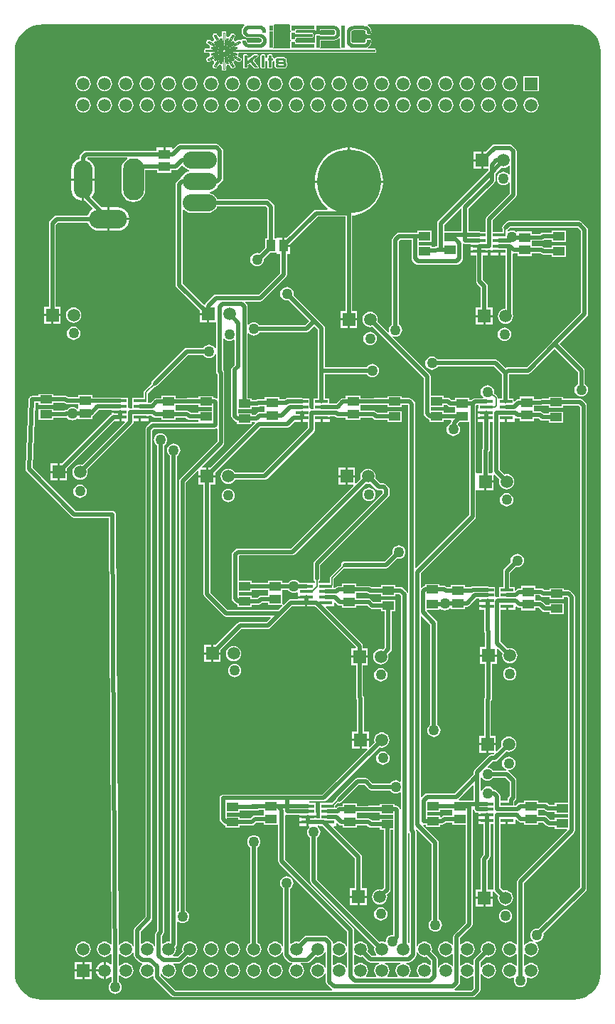
<source format=gtl>
G04*
G04 #@! TF.GenerationSoftware,Altium Limited,Altium Designer,19.1.5 (86)*
G04*
G04 Layer_Physical_Order=1*
G04 Layer_Color=255*
%FSLAX25Y25*%
%MOIN*%
G70*
G01*
G75*
%ADD17C,0.00600*%
%ADD18R,0.06000X0.01700*%
%ADD19R,0.05512X0.04331*%
%ADD20R,0.05500X0.04000*%
%ADD21R,0.04331X0.05512*%
%ADD22C,0.00100*%
%ADD35C,0.02000*%
%ADD36C,0.05906*%
%ADD37R,0.05906X0.05906*%
%ADD38O,0.16000X0.08000*%
%ADD39C,0.30000*%
%ADD40O,0.09843X0.19685*%
%ADD41O,0.08858X0.17717*%
%ADD42O,0.17717X0.08858*%
%ADD43C,0.05000*%
G36*
X262500Y457135D02*
Y457135D01*
X262986Y457102D01*
X264477Y456985D01*
X266406Y456522D01*
X268239Y455763D01*
X269930Y454726D01*
X271438Y453438D01*
X272726Y451930D01*
X273763Y450239D01*
X274522Y448406D01*
X274985Y446477D01*
X275102Y444986D01*
X275135Y444500D01*
X275135D01*
X275135Y444499D01*
Y13660D01*
X275069Y13500D01*
X275069D01*
X275068Y13250D01*
X275069Y13000D01*
X275102Y12514D01*
X274985Y11023D01*
X274522Y9094D01*
X273763Y7261D01*
X272726Y5570D01*
X271438Y4062D01*
X269930Y2774D01*
X268239Y1737D01*
X266406Y978D01*
X264477Y515D01*
X262521Y361D01*
X262500Y365D01*
X13000D01*
X12979Y361D01*
X11023Y515D01*
X9094Y978D01*
X7261Y1737D01*
X5570Y2774D01*
X4062Y4062D01*
X2774Y5570D01*
X1737Y7261D01*
X978Y9094D01*
X515Y11023D01*
X361Y12979D01*
X365Y13000D01*
Y443841D01*
X431Y444000D01*
X431D01*
X432Y444250D01*
X431Y444500D01*
X398Y444986D01*
X515Y446477D01*
X978Y448406D01*
X1737Y450239D01*
X2774Y451930D01*
X4062Y453438D01*
X5570Y454726D01*
X7261Y455763D01*
X9094Y456522D01*
X11023Y456985D01*
X12514Y457102D01*
X13000Y457135D01*
Y457135D01*
X13001Y457135D01*
X107871D01*
X108027Y456638D01*
X107986Y456578D01*
X107927Y456538D01*
X107887Y456478D01*
X107827Y456438D01*
X107787Y456378D01*
X107727Y456338D01*
X107686Y456278D01*
X107627Y456238D01*
X107587Y456178D01*
X107527Y456138D01*
X107486Y456078D01*
X107427Y456038D01*
X107387Y455978D01*
X107327Y455938D01*
X107183Y455723D01*
X107169Y455651D01*
X107083Y455523D01*
X107069Y455451D01*
X106983Y455323D01*
X106969Y455251D01*
X106883Y455123D01*
X106833Y454869D01*
X106842Y454819D01*
X106840Y454809D01*
X106783Y454723D01*
X106732Y454469D01*
X106742Y454419D01*
X106732Y454369D01*
X106742Y454319D01*
X106732Y454269D01*
X106742Y454219D01*
X106732Y454169D01*
X106742Y454119D01*
X106732Y454069D01*
X106742Y454019D01*
X106732Y453969D01*
X106742Y453919D01*
X106732Y453869D01*
X106742Y453819D01*
X106732Y453769D01*
X106742Y453719D01*
X106732Y453669D01*
X106742Y453619D01*
X106732Y453569D01*
X106783Y453316D01*
X106840Y453230D01*
X106842Y453219D01*
X106833Y453169D01*
X106883Y452916D01*
X106969Y452787D01*
X106983Y452716D01*
X107069Y452587D01*
X107083Y452516D01*
X107227Y452301D01*
X107287Y452260D01*
X107327Y452201D01*
X107372Y452170D01*
X107383Y452116D01*
X107527Y451901D01*
X107587Y451861D01*
X107627Y451801D01*
X107686Y451760D01*
X107727Y451701D01*
X107942Y451557D01*
X107996Y451546D01*
X108027Y451501D01*
X108242Y451357D01*
X108296Y451346D01*
X108327Y451301D01*
X108542Y451157D01*
X108756Y451114D01*
X108842Y451057D01*
X108913Y451043D01*
X109042Y450957D01*
X109295Y450907D01*
X109367D01*
X109442Y450857D01*
X109695Y450807D01*
X115267D01*
X115342Y450757D01*
X115595Y450706D01*
X115667D01*
X115742Y450657D01*
X116033Y450269D01*
X116083Y450016D01*
X116140Y449930D01*
X116142Y449919D01*
X116132Y449869D01*
X116142Y449819D01*
X116132Y449769D01*
X116142Y449719D01*
X116132Y449669D01*
X116142Y449619D01*
X116132Y449569D01*
X116142Y449519D01*
X116140Y449509D01*
X116083Y449423D01*
X116049Y449253D01*
X116027Y449238D01*
X115883Y449023D01*
X115872Y448968D01*
X115827Y448938D01*
X115796Y448892D01*
X115742Y448881D01*
X115613Y448796D01*
X115542Y448781D01*
X115456Y448724D01*
X115242Y448681D01*
X115167Y448632D01*
X114895D01*
X114642Y448582D01*
X114567Y448532D01*
X113423D01*
X113349Y448582D01*
X113095Y448632D01*
X110495D01*
X110242Y448582D01*
X110167Y448532D01*
X110123D01*
X110049Y448582D01*
X109835Y448624D01*
X109749Y448681D01*
X109694Y448692D01*
X109664Y448738D01*
X109604Y448778D01*
X109564Y448838D01*
X109504Y448878D01*
X109464Y448938D01*
X109418Y448968D01*
X109407Y449023D01*
X109322Y449151D01*
X109308Y449223D01*
X109250Y449309D01*
X109248Y449319D01*
X109258Y449369D01*
X109248Y449419D01*
X109258Y449469D01*
X109248Y449519D01*
X109258Y449569D01*
X109207Y449823D01*
X109064Y450038D01*
X109004Y450078D01*
X108964Y450138D01*
X108749Y450281D01*
X108495Y450332D01*
X107195D01*
X106942Y450281D01*
X106727Y450138D01*
X106696Y450092D01*
X106428Y449934D01*
X106081Y449960D01*
X106049Y449981D01*
X105795Y450032D01*
X105395D01*
X105142Y449981D01*
X105013Y449896D01*
X104942Y449882D01*
X104727Y449738D01*
X104696Y449692D01*
X104642Y449682D01*
X104513Y449596D01*
X104442Y449581D01*
X104313Y449496D01*
X104242Y449481D01*
X104068Y449365D01*
X103978Y449337D01*
X103576Y449334D01*
X103464Y449438D01*
X103404Y449478D01*
X103364Y449538D01*
X103304Y449578D01*
X103264Y449638D01*
X103204Y449678D01*
X103164Y449738D01*
X103104Y449778D01*
X103064Y449838D01*
X103007Y450416D01*
X103022Y450487D01*
X103108Y450616D01*
X103122Y450687D01*
X103208Y450816D01*
X103218Y450870D01*
X103264Y450901D01*
X103408Y451116D01*
X103422Y451187D01*
X103507Y451316D01*
X103522Y451387D01*
X103607Y451516D01*
X103622Y451587D01*
X103708Y451716D01*
X103758Y451969D01*
X103748Y452019D01*
X103758Y452069D01*
X103708Y452323D01*
X103564Y452538D01*
X103504Y452578D01*
X103464Y452638D01*
X103249Y452781D01*
X103177Y452796D01*
X103049Y452881D01*
X102977Y452896D01*
X102849Y452982D01*
X102595Y453032D01*
X102295D01*
X102042Y452982D01*
X101827Y452838D01*
X101786Y452778D01*
X101727Y452738D01*
X101583Y452523D01*
X101572Y452468D01*
X101527Y452438D01*
X101383Y452223D01*
X101369Y452151D01*
X101283Y452023D01*
X101272Y451968D01*
X101227Y451938D01*
X101083Y451723D01*
X101069Y451651D01*
X100983Y451523D01*
X100689Y451360D01*
X100647Y451340D01*
X100383Y451359D01*
X100349Y451381D01*
X100095Y451432D01*
X100040D01*
X99915Y451468D01*
X99815Y451524D01*
X99733Y451602D01*
X99558Y451869D01*
X99548Y451919D01*
X99558Y451969D01*
X99548Y452019D01*
X99558Y452069D01*
X99548Y452119D01*
X99558Y452169D01*
X99548Y452219D01*
X99558Y452269D01*
X99548Y452319D01*
X99558Y452369D01*
X99548Y452419D01*
X99558Y452469D01*
X99548Y452519D01*
X99558Y452569D01*
X99548Y452619D01*
X99558Y452669D01*
X99548Y452719D01*
X99558Y452769D01*
X99548Y452819D01*
X99558Y452869D01*
X99548Y452919D01*
X99558Y452969D01*
X99548Y453019D01*
X99558Y453069D01*
X99548Y453119D01*
X99558Y453169D01*
X99548Y453219D01*
X99558Y453269D01*
X99548Y453319D01*
X99558Y453369D01*
X99507Y453623D01*
X99364Y453838D01*
X99149Y453981D01*
X98895Y454032D01*
X97995D01*
X97742Y453981D01*
X97527Y453838D01*
X97383Y453623D01*
X97333Y453369D01*
X97342Y453319D01*
X97333Y453269D01*
X97342Y453219D01*
X97333Y453169D01*
X97342Y453119D01*
X97333Y453069D01*
X97342Y453019D01*
X97333Y452969D01*
X97342Y452919D01*
X97333Y452869D01*
X97342Y452819D01*
X97333Y452769D01*
X97342Y452719D01*
X97333Y452669D01*
X97342Y452619D01*
X97333Y452569D01*
X97342Y452519D01*
X97333Y452469D01*
X97342Y452419D01*
X97333Y452369D01*
X97342Y452319D01*
X97333Y452269D01*
X97342Y452219D01*
X97333Y452169D01*
X97342Y452119D01*
X97333Y452069D01*
X97342Y452019D01*
X97333Y451969D01*
X97342Y451919D01*
X97333Y451869D01*
X97157Y451602D01*
X97076Y451524D01*
X96975Y451468D01*
X96850Y451432D01*
X96795D01*
X96542Y451381D01*
X96510Y451360D01*
X96285Y451343D01*
X96019Y451470D01*
X95844Y451617D01*
X95764Y451738D01*
X95718Y451768D01*
X95707Y451823D01*
X95622Y451951D01*
X95608Y452023D01*
X95464Y452238D01*
X95418Y452268D01*
X95407Y452323D01*
X95322Y452451D01*
X95307Y452523D01*
X95164Y452738D01*
X95104Y452778D01*
X95064Y452838D01*
X94849Y452982D01*
X94595Y453032D01*
X94195D01*
X93942Y452982D01*
X93727Y452838D01*
X93696Y452792D01*
X93642Y452781D01*
X93427Y452638D01*
X93387Y452578D01*
X93327Y452538D01*
X93183Y452323D01*
X93133Y452069D01*
X93142Y452019D01*
X93133Y451969D01*
X93183Y451716D01*
X93269Y451587D01*
X93283Y451516D01*
X93369Y451387D01*
X93383Y451316D01*
X93469Y451187D01*
X93483Y451116D01*
X93569Y450987D01*
X93583Y450916D01*
X93727Y450701D01*
X93772Y450670D01*
X93783Y450616D01*
X93869Y450487D01*
X93883Y450416D01*
X93834Y449917D01*
X93727Y449738D01*
X93686Y449678D01*
X93627Y449638D01*
X93586Y449578D01*
X93527Y449538D01*
X93523Y449533D01*
X93311Y449334D01*
X92913Y449337D01*
X92823Y449365D01*
X92649Y449481D01*
X92577Y449496D01*
X92449Y449581D01*
X92377Y449596D01*
X92249Y449682D01*
X92177Y449696D01*
X92049Y449782D01*
X91977Y449796D01*
X91849Y449882D01*
X91777Y449896D01*
X91649Y449981D01*
X91395Y450032D01*
X91095D01*
X90842Y449981D01*
X90627Y449838D01*
X90587Y449778D01*
X90527Y449738D01*
X90383Y449523D01*
X90369Y449451D01*
X90283Y449323D01*
X90269Y449251D01*
X90183Y449123D01*
X90132Y448869D01*
X90142Y448819D01*
X90132Y448769D01*
X90183Y448516D01*
X90327Y448301D01*
X90386Y448260D01*
X90427Y448201D01*
X90487Y448161D01*
X90527Y448101D01*
X90742Y447957D01*
X90813Y447943D01*
X90942Y447857D01*
X90996Y447846D01*
X91027Y447801D01*
X91242Y447657D01*
X91313Y447643D01*
X91442Y447557D01*
X91496Y447546D01*
X91527Y447501D01*
X91647Y447420D01*
X91784Y447259D01*
X91902Y446966D01*
X91883Y446823D01*
X91833Y446569D01*
X91842Y446519D01*
X91840Y446509D01*
X91783Y446423D01*
X91733Y446169D01*
X91476Y445924D01*
X91312Y445832D01*
X89895D01*
X89642Y445782D01*
X89427Y445638D01*
X89283Y445423D01*
X89232Y445169D01*
X89242Y445119D01*
X89232Y445069D01*
X89242Y445019D01*
X89232Y444969D01*
X89242Y444919D01*
X89232Y444869D01*
X89242Y444819D01*
X89232Y444769D01*
X89242Y444719D01*
X89232Y444669D01*
X89242Y444619D01*
X89232Y444569D01*
X89242Y444519D01*
X89232Y444469D01*
X89283Y444216D01*
X89427Y444001D01*
X89642Y443857D01*
X89895Y443807D01*
X91379D01*
X91733Y443469D01*
X91783Y443216D01*
X91840Y443130D01*
X91842Y443119D01*
X91833Y443069D01*
X91883Y442816D01*
X91922Y442526D01*
X91727Y442238D01*
X91696Y442192D01*
X91642Y442181D01*
X91513Y442096D01*
X91442Y442081D01*
X91227Y441938D01*
X91196Y441892D01*
X91142Y441882D01*
X91013Y441796D01*
X90942Y441782D01*
X90727Y441638D01*
X90696Y441592D01*
X90642Y441581D01*
X90427Y441438D01*
X90386Y441378D01*
X90327Y441338D01*
X90183Y441123D01*
X90132Y440869D01*
X90142Y440819D01*
X90132Y440769D01*
X90183Y440516D01*
X90269Y440387D01*
X90283Y440316D01*
X90369Y440187D01*
X90383Y440116D01*
X90527Y439901D01*
X90587Y439860D01*
X90627Y439801D01*
X90842Y439657D01*
X91095Y439607D01*
X91395D01*
X91649Y439657D01*
X91777Y439743D01*
X91849Y439757D01*
X91977Y439843D01*
X92049Y439857D01*
X92177Y439943D01*
X92249Y439957D01*
X92377Y440043D01*
X92449Y440057D01*
X92577Y440143D01*
X92649Y440157D01*
X92823Y440273D01*
X92913Y440301D01*
X93311Y440304D01*
X93523Y440106D01*
X93527Y440101D01*
X93586Y440061D01*
X93627Y440001D01*
X93686Y439960D01*
X93727Y439901D01*
X93834Y439721D01*
X93883Y439223D01*
X93869Y439151D01*
X93783Y439023D01*
X93772Y438968D01*
X93727Y438938D01*
X93583Y438723D01*
X93569Y438651D01*
X93483Y438523D01*
X93469Y438451D01*
X93383Y438323D01*
X93369Y438251D01*
X93283Y438123D01*
X93269Y438051D01*
X93183Y437923D01*
X93133Y437669D01*
X93142Y437619D01*
X93133Y437569D01*
X93183Y437316D01*
X93327Y437101D01*
X93387Y437060D01*
X93427Y437001D01*
X93486Y436961D01*
X93527Y436901D01*
X93742Y436757D01*
X93813Y436743D01*
X93942Y436657D01*
X94013Y436643D01*
X94142Y436557D01*
X94395Y436507D01*
X94495D01*
X94749Y436557D01*
X94964Y436701D01*
X95004Y436761D01*
X95064Y436801D01*
X95104Y436861D01*
X95164Y436901D01*
X95307Y437116D01*
X95318Y437170D01*
X95364Y437201D01*
X95508Y437416D01*
X95522Y437487D01*
X95608Y437616D01*
X95622Y437687D01*
X95707Y437816D01*
X95718Y437870D01*
X95764Y437901D01*
X95844Y438021D01*
X96019Y438168D01*
X96286Y438296D01*
X96466Y438283D01*
X96532Y438263D01*
X96542Y438257D01*
X96795Y438206D01*
X96850D01*
X96975Y438171D01*
X97076Y438114D01*
X97157Y438036D01*
X97333Y437769D01*
X97342Y437719D01*
X97333Y437669D01*
X97342Y437619D01*
X97333Y437569D01*
X97342Y437519D01*
X97333Y437469D01*
X97342Y437419D01*
X97333Y437369D01*
X97342Y437319D01*
X97333Y437269D01*
X97342Y437219D01*
X97333Y437169D01*
X97342Y437119D01*
X97333Y437069D01*
X97342Y437019D01*
X97333Y436969D01*
X97342Y436919D01*
X97333Y436869D01*
X97342Y436819D01*
X97333Y436769D01*
X97342Y436719D01*
X97333Y436669D01*
X97342Y436619D01*
X97333Y436569D01*
X97342Y436519D01*
X97333Y436469D01*
X97342Y436419D01*
X97333Y436369D01*
X97342Y436319D01*
X97333Y436269D01*
X97383Y436016D01*
X97527Y435801D01*
X97742Y435657D01*
X97995Y435606D01*
X98895D01*
X99149Y435657D01*
X99364Y435801D01*
X99507Y436016D01*
X99558Y436269D01*
X99548Y436319D01*
X99558Y436369D01*
X99548Y436419D01*
X99558Y436469D01*
X99548Y436519D01*
X99558Y436569D01*
X99548Y436619D01*
X99558Y436669D01*
X99548Y436719D01*
X99558Y436769D01*
X99548Y436819D01*
X99558Y436869D01*
X99548Y436919D01*
X99558Y436969D01*
X99548Y437019D01*
X99558Y437069D01*
X99548Y437119D01*
X99558Y437169D01*
X99548Y437219D01*
X99558Y437269D01*
X99548Y437319D01*
X99558Y437369D01*
X99548Y437419D01*
X99558Y437469D01*
X99548Y437519D01*
X99558Y437569D01*
X99548Y437619D01*
X99558Y437669D01*
X99548Y437719D01*
X99558Y437769D01*
X99733Y438036D01*
X99815Y438114D01*
X99915Y438171D01*
X100040Y438206D01*
X100095D01*
X100349Y438257D01*
X100358Y438263D01*
X100425Y438283D01*
X100604Y438296D01*
X100983Y438116D01*
X101069Y437987D01*
X101083Y437916D01*
X101227Y437701D01*
X101272Y437670D01*
X101283Y437616D01*
X101369Y437487D01*
X101383Y437416D01*
X101469Y437287D01*
X101483Y437216D01*
X101627Y437001D01*
X101687Y436961D01*
X101727Y436901D01*
X101786Y436861D01*
X101827Y436801D01*
X102042Y436657D01*
X102295Y436607D01*
X102695D01*
X102949Y436657D01*
X103164Y436801D01*
X103194Y436846D01*
X103249Y436857D01*
X103464Y437001D01*
X103504Y437060D01*
X103564Y437101D01*
X103708Y437316D01*
X103758Y437569D01*
X103748Y437619D01*
X103758Y437669D01*
X103708Y437923D01*
X103622Y438051D01*
X103607Y438123D01*
X103522Y438251D01*
X103507Y438323D01*
X103422Y438451D01*
X103408Y438523D01*
X103264Y438738D01*
X103218Y438768D01*
X103208Y438823D01*
X103122Y438951D01*
X103108Y439023D01*
X103022Y439151D01*
X103007Y439223D01*
X102903Y439507D01*
X103073Y439805D01*
X103159Y439897D01*
X103164Y439901D01*
X103204Y439960D01*
X103264Y440001D01*
X103304Y440061D01*
X103364Y440101D01*
X103367Y440106D01*
X103459Y440192D01*
X103757Y440361D01*
X104042Y440257D01*
X104113Y440243D01*
X104242Y440157D01*
X104313Y440143D01*
X104442Y440057D01*
X104496Y440046D01*
X104527Y440001D01*
X104742Y439857D01*
X104813Y439843D01*
X104942Y439757D01*
X105013Y439743D01*
X105142Y439657D01*
X105395Y439607D01*
X105795D01*
X106049Y439657D01*
X106264Y439801D01*
X106304Y439860D01*
X106364Y439901D01*
X106508Y440116D01*
X106522Y440187D01*
X106607Y440316D01*
X106622Y440387D01*
X106708Y440516D01*
X106758Y440769D01*
X106748Y440819D01*
X106758Y440869D01*
X106708Y441123D01*
X106564Y441338D01*
X106504Y441378D01*
X106464Y441438D01*
X106249Y441581D01*
X106194Y441592D01*
X106164Y441638D01*
X105949Y441782D01*
X105877Y441796D01*
X105749Y441882D01*
X105694Y441892D01*
X105664Y441938D01*
X105449Y442081D01*
X105377Y442096D01*
X105249Y442181D01*
X105222Y442187D01*
X105061Y442404D01*
X104995Y442682D01*
X105008Y442816D01*
X105058Y443069D01*
X105048Y443119D01*
X105058Y443169D01*
X105048Y443219D01*
X105058Y443269D01*
X105048Y443319D01*
X105058Y443369D01*
X105233Y443636D01*
X105315Y443714D01*
X105478Y443807D01*
X169095D01*
X169349Y443857D01*
X169564Y444001D01*
X169708Y444216D01*
X169758Y444469D01*
X169748Y444519D01*
X169758Y444569D01*
X169748Y444619D01*
X169758Y444669D01*
X169728Y444819D01*
X169758Y444969D01*
X169748Y445019D01*
X169758Y445069D01*
X169748Y445119D01*
X169758Y445169D01*
X169708Y445423D01*
X169564Y445638D01*
X169349Y445782D01*
X169095Y445832D01*
X165880D01*
X165875Y445852D01*
X165849Y446357D01*
X166064Y446501D01*
X166104Y446560D01*
X166164Y446601D01*
X166194Y446646D01*
X166249Y446657D01*
X166464Y446801D01*
X166504Y446861D01*
X166564Y446901D01*
X166604Y446960D01*
X166664Y447001D01*
X166704Y447060D01*
X166764Y447101D01*
X166804Y447160D01*
X166864Y447201D01*
X167008Y447416D01*
X167018Y447470D01*
X167064Y447501D01*
X167208Y447716D01*
X167222Y447787D01*
X167307Y447916D01*
X167322Y447987D01*
X167408Y448116D01*
X167422Y448187D01*
X167508Y448316D01*
X167558Y448569D01*
X167548Y448619D01*
X167558Y448669D01*
X167548Y448719D01*
X167550Y448730D01*
X167607Y448816D01*
X167658Y449069D01*
X167648Y449119D01*
X167658Y449169D01*
X167648Y449219D01*
X167658Y449269D01*
X167648Y449319D01*
X167658Y449369D01*
X167648Y449419D01*
X167658Y449469D01*
X167648Y449519D01*
X167658Y449569D01*
X167648Y449619D01*
X167658Y449669D01*
X167648Y449719D01*
X167658Y449769D01*
X167648Y449819D01*
X167658Y449869D01*
X167607Y450123D01*
X167464Y450338D01*
X167249Y450482D01*
X166995Y450532D01*
X165595D01*
X165342Y450482D01*
X165127Y450338D01*
X164983Y450123D01*
X164933Y449869D01*
X164942Y449819D01*
X164933Y449769D01*
X164942Y449719D01*
X164933Y449669D01*
X164942Y449619D01*
X164933Y449569D01*
X164942Y449519D01*
X164933Y449469D01*
X164942Y449419D01*
X164940Y449409D01*
X164883Y449323D01*
X164869Y449251D01*
X164783Y449123D01*
X164772Y449068D01*
X164727Y449038D01*
X164687Y448978D01*
X164627Y448938D01*
X164586Y448878D01*
X164527Y448838D01*
X164496Y448792D01*
X164442Y448781D01*
X164356Y448724D01*
X164142Y448681D01*
X164067Y448632D01*
X159123D01*
X159049Y448681D01*
X158795Y448732D01*
X158723D01*
X158649Y448781D01*
X158594Y448792D01*
X158564Y448838D01*
X158384Y448958D01*
X158264Y449138D01*
X158218Y449168D01*
X158207Y449223D01*
X158150Y449309D01*
X158107Y449523D01*
X158050Y449609D01*
X158048Y449619D01*
X158058Y449669D01*
X158048Y449719D01*
X158058Y449769D01*
X158048Y449819D01*
X158058Y449869D01*
X158048Y449919D01*
X158058Y449969D01*
X158048Y450019D01*
X158058Y450069D01*
X158048Y450119D01*
X158058Y450169D01*
X158048Y450219D01*
X158058Y450269D01*
X158048Y450319D01*
X158058Y450369D01*
X158048Y450419D01*
X158058Y450469D01*
X158048Y450519D01*
X158058Y450569D01*
X158048Y450619D01*
X158058Y450669D01*
X158048Y450719D01*
X158058Y450769D01*
X158048Y450819D01*
X158058Y450869D01*
X158048Y450919D01*
X158058Y450969D01*
X158048Y451019D01*
X158058Y451069D01*
X158048Y451119D01*
X158058Y451169D01*
X158048Y451219D01*
X158058Y451269D01*
X158048Y451319D01*
X158058Y451369D01*
X158048Y451419D01*
X158058Y451469D01*
X158048Y451519D01*
X158058Y451569D01*
X158048Y451619D01*
X158058Y451669D01*
X158048Y451719D01*
X158058Y451769D01*
X158048Y451819D01*
X158058Y451869D01*
X158048Y451919D01*
X158058Y451969D01*
X158048Y452019D01*
X158058Y452069D01*
X158048Y452119D01*
X158058Y452169D01*
X158048Y452219D01*
X158058Y452269D01*
X158048Y452319D01*
X158058Y452369D01*
X158048Y452419D01*
X158058Y452469D01*
X158048Y452519D01*
X158058Y452569D01*
X158048Y452619D01*
X158058Y452669D01*
X158048Y452719D01*
X158058Y452769D01*
X158048Y452819D01*
X158058Y452869D01*
X158048Y452919D01*
X158058Y452969D01*
X158048Y453019D01*
X158058Y453069D01*
X158048Y453119D01*
X158058Y453169D01*
X158048Y453219D01*
X158058Y453269D01*
X158048Y453319D01*
X158058Y453369D01*
X158048Y453419D01*
X158050Y453430D01*
X158107Y453516D01*
X158158Y453769D01*
X158148Y453819D01*
X158150Y453830D01*
X158207Y453916D01*
X158218Y453970D01*
X158264Y454001D01*
X158304Y454061D01*
X158364Y454101D01*
X158404Y454160D01*
X158464Y454201D01*
X158504Y454260D01*
X158564Y454301D01*
X158594Y454346D01*
X158649Y454357D01*
X158723Y454406D01*
X158795D01*
X159049Y454457D01*
X159123Y454506D01*
X163967D01*
X164042Y454457D01*
X164295Y454406D01*
X164323D01*
X164327Y454401D01*
X164542Y454257D01*
X164596Y454246D01*
X164627Y454201D01*
X164687Y454160D01*
X164727Y454101D01*
X164772Y454070D01*
X164783Y454016D01*
X164869Y453887D01*
X164883Y453816D01*
X164940Y453730D01*
X164942Y453719D01*
X164933Y453669D01*
X164942Y453619D01*
X164933Y453569D01*
X164942Y453519D01*
X164933Y453469D01*
X164942Y453419D01*
X164933Y453369D01*
X164942Y453319D01*
X164933Y453269D01*
X164942Y453219D01*
X164933Y453169D01*
X164983Y452916D01*
X165127Y452701D01*
X165187Y452661D01*
X165227Y452601D01*
X165442Y452457D01*
X165695Y452407D01*
X166995D01*
X167249Y452457D01*
X167464Y452601D01*
X167607Y452816D01*
X167658Y453069D01*
X167648Y453119D01*
X167658Y453169D01*
X167648Y453219D01*
X167658Y453269D01*
X167648Y453319D01*
X167658Y453369D01*
X167648Y453419D01*
X167658Y453469D01*
X167648Y453519D01*
X167658Y453569D01*
X167648Y453619D01*
X167658Y453669D01*
X167648Y453719D01*
X167658Y453769D01*
X167648Y453819D01*
X167658Y453869D01*
X167648Y453919D01*
X167658Y453969D01*
X167648Y454019D01*
X167658Y454069D01*
X167607Y454323D01*
X167550Y454409D01*
X167548Y454419D01*
X167558Y454469D01*
X167508Y454723D01*
X167422Y454851D01*
X167408Y454923D01*
X167322Y455051D01*
X167307Y455123D01*
X167222Y455251D01*
X167208Y455323D01*
X167064Y455538D01*
X167018Y455568D01*
X167008Y455623D01*
X166864Y455838D01*
X166804Y455878D01*
X166764Y455938D01*
X166704Y455978D01*
X166664Y456038D01*
X166604Y456078D01*
X166564Y456138D01*
X166504Y456178D01*
X166464Y456238D01*
X166249Y456382D01*
X166194Y456392D01*
X166164Y456438D01*
X166104Y456478D01*
X166064Y456538D01*
X165919Y456635D01*
X165929Y456919D01*
X165973Y457051D01*
X166020Y457135D01*
X262499D01*
X262500Y457135D01*
D02*
G37*
G36*
X141174Y454518D02*
X141240Y454430D01*
X141327Y454301D01*
X141542Y454157D01*
X141795Y454107D01*
X143095D01*
X143349Y454157D01*
X143564Y454301D01*
X143708Y454516D01*
X143726Y454606D01*
X149767D01*
X149842Y454557D01*
X150012Y454523D01*
X150027Y454501D01*
X150242Y454357D01*
X150296Y454346D01*
X150327Y454301D01*
X150372Y454270D01*
X150383Y454216D01*
X150469Y454087D01*
X150483Y454016D01*
X150540Y453930D01*
X150583Y453716D01*
X150640Y453630D01*
X150642Y453619D01*
X150633Y453569D01*
X150642Y453519D01*
X150633Y453469D01*
X150642Y453419D01*
X150633Y453369D01*
X150642Y453319D01*
X150633Y453269D01*
X150642Y453219D01*
X150640Y453209D01*
X150583Y453123D01*
X150540Y452909D01*
X150483Y452823D01*
X150469Y452751D01*
X150383Y452623D01*
X150372Y452568D01*
X150327Y452538D01*
X150286Y452478D01*
X150227Y452438D01*
X150196Y452392D01*
X150142Y452382D01*
X150056Y452324D01*
X149842Y452282D01*
X149767Y452232D01*
X143726D01*
X143708Y452323D01*
X143564Y452538D01*
X143349Y452681D01*
X143095Y452732D01*
X141795D01*
X141542Y452681D01*
X141327Y452538D01*
X141183Y452323D01*
X141132Y452069D01*
X141142Y452019D01*
X141132Y451969D01*
X141142Y451919D01*
X141132Y451869D01*
X141142Y451819D01*
X141132Y451769D01*
X141142Y451719D01*
X141132Y451669D01*
X141142Y451619D01*
X141132Y451569D01*
X141142Y451519D01*
X141132Y451469D01*
X141142Y451419D01*
X141132Y451369D01*
X141142Y451319D01*
X141132Y451269D01*
X141142Y451219D01*
X141132Y451169D01*
X141142Y451119D01*
X141132Y451069D01*
X141142Y451019D01*
X141132Y450969D01*
X141142Y450919D01*
X141132Y450869D01*
X141142Y450819D01*
X141132Y450769D01*
X141142Y450719D01*
X141132Y450669D01*
X141142Y450619D01*
X141132Y450569D01*
X141142Y450519D01*
X141132Y450469D01*
X141142Y450419D01*
X141132Y450369D01*
X141142Y450319D01*
X141132Y450269D01*
X141142Y450219D01*
X141132Y450169D01*
X141142Y450119D01*
X141132Y450069D01*
X141142Y450019D01*
X141132Y449969D01*
X141142Y449919D01*
X141132Y449869D01*
X141142Y449819D01*
X141132Y449769D01*
X141142Y449719D01*
X141132Y449669D01*
X141142Y449619D01*
X141132Y449569D01*
X141142Y449519D01*
X141132Y449469D01*
X141142Y449419D01*
X141132Y449369D01*
X141142Y449319D01*
X141132Y449269D01*
X141142Y449219D01*
X141132Y449169D01*
X141142Y449119D01*
X141132Y449069D01*
X141142Y449019D01*
X141132Y448969D01*
X141142Y448919D01*
X141132Y448869D01*
X141142Y448820D01*
X141141Y448818D01*
X140843Y448562D01*
X140698Y448509D01*
X140648Y448501D01*
X140495Y448532D01*
X132640D01*
X132515Y448567D01*
X132415Y448624D01*
X132158Y448869D01*
X132107Y449123D01*
X131964Y449338D01*
X131788Y449455D01*
X131762Y449719D01*
X131788Y449983D01*
X131964Y450101D01*
X132107Y450316D01*
X132158Y450569D01*
X132415Y450814D01*
X132515Y450871D01*
X132640Y450907D01*
X139695D01*
X139949Y450957D01*
X140164Y451101D01*
X140307Y451316D01*
X140358Y451569D01*
X140348Y451619D01*
X140358Y451669D01*
X140348Y451719D01*
X140358Y451769D01*
X140348Y451819D01*
X140358Y451869D01*
X140348Y451919D01*
X140358Y451969D01*
X140348Y452019D01*
X140358Y452069D01*
X140348Y452119D01*
X140358Y452169D01*
X140348Y452219D01*
X140358Y452269D01*
X140348Y452319D01*
X140358Y452369D01*
X140348Y452419D01*
X140358Y452469D01*
X140348Y452519D01*
X140358Y452569D01*
X140348Y452619D01*
X140358Y452669D01*
X140348Y452719D01*
X140358Y452769D01*
X140307Y453023D01*
X140164Y453238D01*
X139949Y453381D01*
X139695Y453432D01*
X132326D01*
X132022Y453685D01*
X131992Y454207D01*
X132336Y454606D01*
X140495D01*
X140749Y454657D01*
X141174Y454518D01*
D02*
G37*
G36*
X152665Y450712D02*
X152842Y450619D01*
X152832Y450569D01*
X152842Y450519D01*
X152832Y450469D01*
X152842Y450419D01*
X152832Y450369D01*
X152842Y450319D01*
X152832Y450269D01*
X152842Y450219D01*
X152832Y450169D01*
X152842Y450119D01*
X152832Y450069D01*
X152842Y450019D01*
X152832Y449969D01*
X152842Y449919D01*
X152832Y449869D01*
X152842Y449819D01*
X152832Y449769D01*
X152842Y449719D01*
X152832Y449669D01*
X152842Y449619D01*
X152832Y449569D01*
X152842Y449519D01*
X152832Y449469D01*
X152842Y449419D01*
X152832Y449369D01*
X152842Y449319D01*
X152832Y449269D01*
X152842Y449219D01*
X152832Y449169D01*
X152842Y449119D01*
X152832Y449069D01*
X152842Y449019D01*
X152832Y448969D01*
X152842Y448919D01*
X152832Y448869D01*
X152842Y448819D01*
X152832Y448769D01*
X152842Y448719D01*
X152832Y448669D01*
X152842Y448619D01*
X152832Y448569D01*
X152842Y448519D01*
X152832Y448469D01*
X152842Y448419D01*
X152832Y448369D01*
X152842Y448319D01*
X152832Y448269D01*
X152842Y448219D01*
X152832Y448169D01*
X152842Y448119D01*
X152832Y448069D01*
X152842Y448019D01*
X152832Y447969D01*
X152842Y447919D01*
X152832Y447869D01*
X152842Y447819D01*
X152832Y447769D01*
X152842Y447719D01*
X152832Y447669D01*
X152842Y447619D01*
X152832Y447569D01*
X152842Y447519D01*
X152832Y447469D01*
X152842Y447419D01*
X152832Y447369D01*
X152842Y447319D01*
X152832Y447269D01*
X152883Y447016D01*
X152940Y446930D01*
X152942Y446919D01*
X152933Y446869D01*
X152942Y446819D01*
X152933Y446769D01*
X152942Y446719D01*
X152933Y446669D01*
X152983Y446416D01*
X153039Y446332D01*
X152872Y445897D01*
X152817Y445832D01*
X143873D01*
X143819Y445897D01*
X143652Y446332D01*
X143708Y446416D01*
X143758Y446669D01*
X143748Y446719D01*
X143758Y446769D01*
X143748Y446819D01*
X143758Y446869D01*
X143748Y446919D01*
X143758Y446969D01*
X143748Y447019D01*
X143758Y447069D01*
X143748Y447119D01*
X143758Y447169D01*
X143748Y447219D01*
X143758Y447269D01*
X143748Y447319D01*
X143758Y447369D01*
X143748Y447419D01*
X143758Y447469D01*
X143748Y447519D01*
X143758Y447569D01*
X143748Y447619D01*
X143758Y447669D01*
X143748Y447719D01*
X143758Y447769D01*
X143748Y447819D01*
X143758Y447869D01*
X143748Y447919D01*
X143758Y447969D01*
X143748Y448019D01*
X143758Y448069D01*
X143748Y448119D01*
X143758Y448169D01*
X143748Y448219D01*
X143758Y448269D01*
X143748Y448319D01*
X143758Y448369D01*
X143748Y448419D01*
X143758Y448469D01*
X143748Y448519D01*
X143758Y448569D01*
X143748Y448619D01*
X143758Y448669D01*
X143748Y448719D01*
X143758Y448769D01*
X143748Y448819D01*
X143758Y448869D01*
X143748Y448919D01*
X143758Y448969D01*
X143748Y449019D01*
X143758Y449069D01*
X143748Y449119D01*
X143758Y449169D01*
X143748Y449219D01*
X143758Y449269D01*
X143933Y449536D01*
X144015Y449614D01*
X144115Y449671D01*
X144240Y449707D01*
X150295D01*
X150549Y449757D01*
X150623Y449806D01*
X150695D01*
X150949Y449857D01*
X151077Y449943D01*
X151149Y449957D01*
X151277Y450043D01*
X151349Y450057D01*
X151477Y450143D01*
X151549Y450157D01*
X151764Y450301D01*
X151794Y450346D01*
X151849Y450357D01*
X152064Y450501D01*
X152104Y450561D01*
X152164Y450601D01*
X152204Y450661D01*
X152264Y450701D01*
X152304Y450761D01*
X152347Y450789D01*
X152665Y450712D01*
D02*
G37*
G36*
X129393Y456962D02*
X129565Y456635D01*
X129533Y456469D01*
X129542Y456419D01*
X129533Y456369D01*
X129542Y456319D01*
X129533Y456269D01*
X129542Y456219D01*
X129533Y456169D01*
X129542Y456119D01*
X129533Y456069D01*
X129542Y456019D01*
X129533Y455969D01*
X129542Y455919D01*
X129533Y455869D01*
X129542Y455819D01*
X129533Y455769D01*
X129542Y455719D01*
X129533Y455669D01*
X129542Y455619D01*
X129533Y455569D01*
X129542Y455519D01*
X129533Y455469D01*
X129542Y455419D01*
X129533Y455369D01*
X129542Y455319D01*
X129533Y455269D01*
X129542Y455219D01*
X129533Y455169D01*
X129542Y455119D01*
X129533Y455069D01*
X129542Y455019D01*
X129533Y454969D01*
X129542Y454919D01*
X129533Y454869D01*
X129542Y454819D01*
X129533Y454769D01*
X129583Y454516D01*
X129721Y454309D01*
X129727Y454298D01*
Y454019D01*
Y453740D01*
X129721Y453730D01*
X129583Y453523D01*
X129533Y453269D01*
X129542Y453219D01*
X129533Y453169D01*
X129542Y453119D01*
X129533Y453069D01*
X129542Y453019D01*
X129533Y452969D01*
X129542Y452919D01*
X129533Y452869D01*
X129542Y452819D01*
X129533Y452769D01*
X129542Y452719D01*
X129533Y452669D01*
X129542Y452619D01*
X129533Y452569D01*
X129542Y452519D01*
X129533Y452469D01*
X129542Y452419D01*
X129533Y452369D01*
X129542Y452319D01*
X129533Y452269D01*
X129542Y452219D01*
X129533Y452169D01*
X129542Y452119D01*
X129533Y452069D01*
X129542Y452019D01*
X129533Y451969D01*
X129542Y451919D01*
X129533Y451869D01*
X129542Y451819D01*
X129533Y451769D01*
X129542Y451719D01*
X129533Y451669D01*
X129542Y451619D01*
X129533Y451569D01*
X129542Y451519D01*
X129533Y451469D01*
X129542Y451419D01*
X129533Y451369D01*
X129542Y451319D01*
X129533Y451269D01*
X129542Y451219D01*
X129533Y451169D01*
X129542Y451119D01*
X129533Y451069D01*
X129542Y451019D01*
X129533Y450969D01*
X129542Y450919D01*
X129533Y450869D01*
X129542Y450819D01*
X129533Y450769D01*
X129542Y450719D01*
X129533Y450669D01*
X129542Y450619D01*
X129533Y450569D01*
X129583Y450316D01*
X129727Y450101D01*
X129902Y449983D01*
X129929Y449719D01*
X129902Y449455D01*
X129727Y449338D01*
X129583Y449123D01*
X129533Y448869D01*
X129542Y448819D01*
X129533Y448769D01*
X129542Y448719D01*
X129533Y448669D01*
X129542Y448619D01*
X129533Y448569D01*
X129542Y448519D01*
X129533Y448469D01*
X129542Y448419D01*
X129533Y448369D01*
X129542Y448319D01*
X129533Y448269D01*
X129542Y448219D01*
X129533Y448169D01*
X129542Y448119D01*
X129533Y448069D01*
X129542Y448019D01*
X129533Y447969D01*
X129542Y447919D01*
X129533Y447869D01*
X129542Y447819D01*
X129533Y447769D01*
X129542Y447719D01*
X129533Y447669D01*
X129542Y447619D01*
X129533Y447569D01*
X129542Y447519D01*
X129533Y447469D01*
X129542Y447419D01*
X129533Y447369D01*
X129542Y447319D01*
X129533Y447269D01*
X129542Y447219D01*
X129533Y447169D01*
X129542Y447119D01*
X129533Y447069D01*
X129542Y447019D01*
X129533Y446969D01*
X129542Y446919D01*
X129533Y446869D01*
X129542Y446819D01*
X129533Y446769D01*
X129542Y446719D01*
X129533Y446669D01*
X129583Y446416D01*
X129639Y446332D01*
X129472Y445897D01*
X129417Y445832D01*
X121873D01*
X121819Y445897D01*
X121652Y446332D01*
X121707Y446416D01*
X121758Y446669D01*
X121748Y446719D01*
X121758Y446769D01*
X121748Y446819D01*
X121758Y446869D01*
X121748Y446919D01*
X121758Y446969D01*
X121748Y447019D01*
X121758Y447069D01*
X121748Y447119D01*
X121758Y447169D01*
X121748Y447219D01*
X121758Y447269D01*
X121748Y447319D01*
X121758Y447369D01*
X121748Y447419D01*
X121758Y447469D01*
X121748Y447519D01*
X121758Y447569D01*
X121748Y447619D01*
X121758Y447669D01*
X121748Y447719D01*
X121758Y447769D01*
X121748Y447819D01*
X121758Y447869D01*
X121748Y447919D01*
X121758Y447969D01*
X121748Y448019D01*
X121758Y448069D01*
X121748Y448119D01*
X121758Y448169D01*
X121748Y448219D01*
X121758Y448269D01*
X121748Y448319D01*
X121758Y448369D01*
X121748Y448419D01*
X121758Y448469D01*
X121748Y448519D01*
X121758Y448569D01*
X121748Y448619D01*
X121758Y448669D01*
X121748Y448719D01*
X121758Y448769D01*
X121748Y448819D01*
X121758Y448869D01*
X121748Y448919D01*
X121758Y448969D01*
X121748Y449019D01*
X121758Y449069D01*
X121748Y449119D01*
X121758Y449169D01*
X121748Y449219D01*
X121758Y449269D01*
X121748Y449319D01*
X121758Y449369D01*
X121748Y449419D01*
X121758Y449469D01*
X121748Y449519D01*
X121758Y449569D01*
X121748Y449619D01*
X121758Y449669D01*
X121748Y449719D01*
X121758Y449769D01*
X121748Y449819D01*
X121758Y449869D01*
X121748Y449919D01*
X121758Y449969D01*
X121748Y450019D01*
X121758Y450069D01*
X121748Y450119D01*
X121758Y450169D01*
X121748Y450219D01*
X121758Y450269D01*
X121748Y450319D01*
X121758Y450369D01*
X121748Y450419D01*
X121758Y450469D01*
X121748Y450519D01*
X121758Y450569D01*
X121748Y450619D01*
X121758Y450669D01*
X121748Y450719D01*
X121758Y450769D01*
X121748Y450819D01*
X121758Y450869D01*
X121748Y450919D01*
X121758Y450969D01*
X121748Y451019D01*
X121758Y451069D01*
X121748Y451119D01*
X121758Y451169D01*
X121748Y451219D01*
X121758Y451269D01*
X121748Y451319D01*
X121758Y451369D01*
X121748Y451419D01*
X121758Y451469D01*
X121748Y451519D01*
X121758Y451569D01*
X121748Y451619D01*
X121758Y451669D01*
X121748Y451719D01*
X121758Y451769D01*
X121748Y451819D01*
X121758Y451869D01*
X121748Y451919D01*
X121758Y451969D01*
X121748Y452019D01*
X121758Y452069D01*
X121748Y452119D01*
X121758Y452169D01*
X121748Y452219D01*
X121758Y452269D01*
X121748Y452319D01*
X121758Y452369D01*
X121748Y452419D01*
X121758Y452469D01*
X121748Y452519D01*
X121758Y452569D01*
X121748Y452619D01*
X121758Y452669D01*
X121748Y452719D01*
X121758Y452769D01*
X121748Y452819D01*
X121758Y452869D01*
X121748Y452919D01*
X121758Y452969D01*
X121748Y453019D01*
X121758Y453069D01*
X121748Y453119D01*
X121758Y453169D01*
X121748Y453219D01*
X121758Y453269D01*
X121748Y453319D01*
X121758Y453369D01*
X121748Y453419D01*
X121758Y453469D01*
X121748Y453519D01*
X121758Y453569D01*
X121748Y453619D01*
X121758Y453669D01*
X121748Y453719D01*
X121758Y453769D01*
X121748Y453819D01*
X121758Y453869D01*
X121707Y454123D01*
X121643Y454219D01*
X121707Y454316D01*
X121758Y454569D01*
X121748Y454619D01*
X121758Y454669D01*
X121748Y454719D01*
X121758Y454769D01*
X121748Y454819D01*
X121758Y454869D01*
X121748Y454919D01*
X121758Y454969D01*
X121748Y455019D01*
X121758Y455069D01*
X121748Y455119D01*
X121758Y455169D01*
X121748Y455219D01*
X121758Y455269D01*
X121748Y455319D01*
X121758Y455369D01*
X121748Y455419D01*
X121758Y455469D01*
X121748Y455519D01*
X121758Y455569D01*
X121748Y455619D01*
X121758Y455669D01*
X121748Y455719D01*
X121758Y455769D01*
X121748Y455819D01*
X121758Y455869D01*
X121748Y455919D01*
X121758Y455969D01*
X121748Y456019D01*
X121758Y456069D01*
X121748Y456119D01*
X121758Y456169D01*
X121748Y456219D01*
X121758Y456269D01*
X121748Y456319D01*
X121758Y456369D01*
X121748Y456419D01*
X121758Y456469D01*
X121725Y456635D01*
X121897Y456962D01*
X122033Y457135D01*
X129257D01*
X129393Y456962D01*
D02*
G37*
%LPC*%
G36*
X120495Y443232D02*
X119595D01*
X119342Y443182D01*
X119127Y443038D01*
X118983Y442823D01*
X118932Y442569D01*
X118942Y442519D01*
X118932Y442469D01*
X118942Y442419D01*
X118932Y442369D01*
X118799Y441999D01*
X118742Y441882D01*
X118527Y441738D01*
X118503Y441702D01*
X118430Y441668D01*
X117979Y441651D01*
X117925Y441669D01*
X117865Y441758D01*
X117854Y441848D01*
X117858Y441869D01*
X117848Y441919D01*
X117858Y441969D01*
X117848Y442019D01*
X117858Y442069D01*
X117848Y442119D01*
X117858Y442169D01*
X117848Y442219D01*
X117858Y442269D01*
X117848Y442319D01*
X117858Y442369D01*
X117848Y442419D01*
X117858Y442469D01*
X117848Y442519D01*
X117858Y442569D01*
X117807Y442823D01*
X117664Y443038D01*
X117449Y443182D01*
X117195Y443232D01*
X116295D01*
X116042Y443182D01*
X115827Y443038D01*
X115683Y442823D01*
X115632Y442569D01*
X115642Y442519D01*
X115632Y442469D01*
X115642Y442419D01*
X115632Y442369D01*
X115642Y442319D01*
X115632Y442269D01*
X115642Y442219D01*
X115632Y442169D01*
X115642Y442119D01*
X115632Y442069D01*
X115642Y442019D01*
X115632Y441969D01*
X115642Y441919D01*
X115632Y441869D01*
X115642Y441819D01*
X115632Y441769D01*
X115642Y441719D01*
X115632Y441669D01*
X115642Y441619D01*
X115632Y441569D01*
X115642Y441519D01*
X115632Y441469D01*
X115642Y441419D01*
X115632Y441369D01*
X115652Y441269D01*
X115632Y441169D01*
X115642Y441119D01*
X115632Y441069D01*
X115642Y441019D01*
X115632Y440969D01*
X115642Y440919D01*
X115632Y440869D01*
X115642Y440819D01*
X115632Y440769D01*
X115642Y440719D01*
X115632Y440669D01*
X115642Y440619D01*
X115632Y440569D01*
X115642Y440519D01*
X115632Y440469D01*
X115642Y440419D01*
X115632Y440369D01*
X115642Y440319D01*
X115632Y440269D01*
X115642Y440219D01*
X115632Y440169D01*
X115642Y440119D01*
X115632Y440069D01*
X115642Y440019D01*
X115632Y439969D01*
X115642Y439919D01*
X115632Y439869D01*
X115642Y439819D01*
X115632Y439769D01*
X115642Y439719D01*
X115632Y439669D01*
X115642Y439619D01*
X115632Y439569D01*
X115642Y439519D01*
X115632Y439469D01*
X115642Y439419D01*
X115632Y439369D01*
X115642Y439319D01*
X115632Y439269D01*
X115642Y439219D01*
X115632Y439169D01*
X115642Y439119D01*
X115632Y439069D01*
X115642Y439019D01*
X115632Y438969D01*
X115642Y438919D01*
X115632Y438869D01*
X115642Y438819D01*
X115632Y438769D01*
X115642Y438719D01*
X115632Y438669D01*
X115642Y438619D01*
X115632Y438569D01*
X115642Y438519D01*
X115632Y438469D01*
X115642Y438419D01*
X115632Y438369D01*
X115642Y438319D01*
X115632Y438269D01*
X115642Y438219D01*
X115632Y438169D01*
X115642Y438119D01*
X115632Y438069D01*
X115642Y438019D01*
X115632Y437969D01*
X115642Y437919D01*
X115632Y437869D01*
X115642Y437819D01*
X115632Y437769D01*
X115642Y437719D01*
X115632Y437669D01*
X115642Y437619D01*
X115632Y437569D01*
X115642Y437519D01*
X115632Y437469D01*
X115642Y437419D01*
X115632Y437369D01*
X115642Y437319D01*
X115632Y437269D01*
X115642Y437219D01*
X115632Y437169D01*
X115683Y436916D01*
X115827Y436701D01*
X116042Y436557D01*
X116295Y436507D01*
X117195D01*
X117449Y436557D01*
X117664Y436701D01*
X117807Y436916D01*
X117858Y437169D01*
X117848Y437219D01*
X117858Y437269D01*
X117848Y437319D01*
X117858Y437369D01*
X117848Y437419D01*
X117858Y437469D01*
X117848Y437519D01*
X117858Y437569D01*
X117848Y437619D01*
X117858Y437669D01*
X117848Y437719D01*
X117858Y437769D01*
X117848Y437819D01*
X117858Y437869D01*
X117848Y437919D01*
X117858Y437969D01*
X117848Y438019D01*
X117858Y438069D01*
X117848Y438119D01*
X117858Y438169D01*
X117848Y438219D01*
X117858Y438269D01*
X117848Y438319D01*
X117858Y438369D01*
X117848Y438419D01*
X117858Y438469D01*
X117848Y438519D01*
X117858Y438569D01*
X117848Y438619D01*
X117858Y438669D01*
X117848Y438719D01*
X117858Y438769D01*
X117848Y438819D01*
X117858Y438869D01*
X117848Y438919D01*
X117858Y438969D01*
X117848Y439019D01*
X117858Y439069D01*
X117848Y439119D01*
X117858Y439169D01*
X117848Y439219D01*
X117858Y439269D01*
X117848Y439319D01*
X117858Y439369D01*
X117848Y439419D01*
X117858Y439469D01*
X117848Y439519D01*
X117858Y439569D01*
X117848Y439619D01*
X117858Y439669D01*
X117848Y439719D01*
X117858Y439769D01*
X117848Y439819D01*
X117858Y439869D01*
X117854Y439891D01*
X117865Y439980D01*
X117925Y440070D01*
X117979Y440087D01*
X118430Y440071D01*
X118503Y440036D01*
X118527Y440001D01*
X118742Y439857D01*
X118799Y439740D01*
X118932Y439369D01*
X118942Y439319D01*
X118932Y439269D01*
X118942Y439219D01*
X118932Y439169D01*
X118942Y439119D01*
X118932Y439069D01*
X118942Y439019D01*
X118932Y438969D01*
X118942Y438919D01*
X118932Y438869D01*
X118942Y438819D01*
X118932Y438769D01*
X118942Y438719D01*
X118932Y438669D01*
X118942Y438619D01*
X118932Y438569D01*
X118942Y438519D01*
X118932Y438469D01*
X118942Y438419D01*
X118932Y438369D01*
X118942Y438319D01*
X118932Y438269D01*
X118942Y438219D01*
X118932Y438169D01*
X118942Y438119D01*
X118932Y438069D01*
X118942Y438019D01*
X118932Y437969D01*
X118942Y437919D01*
X118932Y437869D01*
X118942Y437819D01*
X118932Y437769D01*
X118942Y437719D01*
X118932Y437669D01*
X118942Y437619D01*
X118932Y437569D01*
X118942Y437519D01*
X118932Y437469D01*
X118942Y437419D01*
X118932Y437369D01*
X118942Y437319D01*
X118932Y437269D01*
X118942Y437219D01*
X118932Y437169D01*
X118983Y436916D01*
X119127Y436701D01*
X119342Y436557D01*
X119595Y436507D01*
X120495D01*
X120749Y436557D01*
X120964Y436701D01*
X121107Y436916D01*
X121158Y437169D01*
X121148Y437219D01*
X121158Y437269D01*
X121148Y437319D01*
X121158Y437369D01*
X121148Y437419D01*
X121158Y437469D01*
X121148Y437519D01*
X121158Y437569D01*
X121148Y437619D01*
X121158Y437669D01*
X121148Y437719D01*
X121158Y437769D01*
X121148Y437819D01*
X121158Y437869D01*
X121148Y437919D01*
X121158Y437969D01*
X121148Y438019D01*
X121158Y438069D01*
X121148Y438119D01*
X121158Y438169D01*
X121148Y438219D01*
X121158Y438269D01*
X121148Y438319D01*
X121158Y438369D01*
X121148Y438419D01*
X121158Y438469D01*
X121148Y438519D01*
X121158Y438569D01*
X121148Y438619D01*
X121158Y438669D01*
X121148Y438719D01*
X121158Y438769D01*
X121148Y438819D01*
X121158Y438869D01*
X121148Y438919D01*
X121158Y438969D01*
X121148Y439019D01*
X121158Y439069D01*
X121148Y439119D01*
X121158Y439169D01*
X121148Y439219D01*
X121158Y439269D01*
X121148Y439319D01*
X121158Y439369D01*
X121291Y439740D01*
X121349Y439857D01*
X121546Y439989D01*
X121865Y439912D01*
X122042Y439819D01*
X122032Y439769D01*
X122083Y439516D01*
X122169Y439387D01*
X122183Y439316D01*
X122269Y439187D01*
X122283Y439116D01*
X122301Y439088D01*
X122227Y439038D01*
X122083Y438823D01*
X122032Y438569D01*
X122042Y438519D01*
X122032Y438469D01*
X122042Y438419D01*
X122032Y438369D01*
X122042Y438319D01*
X122032Y438269D01*
X122042Y438219D01*
X122032Y438169D01*
X122042Y438119D01*
X122032Y438069D01*
X122042Y438019D01*
X122032Y437969D01*
X122083Y437716D01*
X122169Y437587D01*
X122183Y437516D01*
X122327Y437301D01*
X122387Y437260D01*
X122427Y437201D01*
X122486Y437160D01*
X122527Y437101D01*
X122587Y437060D01*
X122627Y437001D01*
X122687Y436961D01*
X122727Y436901D01*
X122942Y436757D01*
X123013Y436743D01*
X123142Y436657D01*
X123395Y436607D01*
X123467D01*
X123542Y436557D01*
X123795Y436507D01*
X126595D01*
X126849Y436557D01*
X126977Y436643D01*
X127049Y436657D01*
X127177Y436743D01*
X127249Y436757D01*
X127464Y436901D01*
X127504Y436961D01*
X127564Y437001D01*
X127604Y437060D01*
X127664Y437101D01*
X127704Y437160D01*
X127764Y437201D01*
X127908Y437416D01*
X127922Y437487D01*
X128007Y437616D01*
X128050Y437830D01*
X128108Y437916D01*
X128158Y438169D01*
X128148Y438219D01*
X128158Y438269D01*
X128148Y438319D01*
X128158Y438369D01*
X128148Y438419D01*
X128158Y438469D01*
X128148Y438519D01*
X128158Y438569D01*
X128148Y438619D01*
X128158Y438669D01*
X128148Y438719D01*
X128158Y438769D01*
X128108Y439023D01*
X128022Y439151D01*
X128007Y439223D01*
X127922Y439351D01*
X127908Y439423D01*
X127843Y439519D01*
X127908Y439616D01*
X127958Y439869D01*
X127948Y439919D01*
X127958Y439969D01*
X127948Y440019D01*
X127958Y440069D01*
X127948Y440119D01*
X127958Y440169D01*
X127948Y440219D01*
X127958Y440269D01*
X127948Y440319D01*
X127958Y440369D01*
X127948Y440419D01*
X127958Y440469D01*
X127908Y440723D01*
X127822Y440851D01*
X127807Y440923D01*
X127664Y441138D01*
X127604Y441178D01*
X127564Y441238D01*
X127504Y441278D01*
X127464Y441338D01*
X127404Y441378D01*
X127364Y441438D01*
X127304Y441478D01*
X127264Y441538D01*
X127049Y441681D01*
X126977Y441696D01*
X126849Y441782D01*
X126635Y441824D01*
X126549Y441882D01*
X126295Y441932D01*
X123495D01*
X123242Y441882D01*
X123113Y441796D01*
X123042Y441782D01*
X122913Y441696D01*
X122842Y441681D01*
X122627Y441538D01*
X122587Y441478D01*
X122527Y441438D01*
X122486Y441378D01*
X122427Y441338D01*
X122387Y441278D01*
X122327Y441238D01*
X122241Y441110D01*
X122231Y441111D01*
X121758Y441269D01*
X121707Y441523D01*
X121564Y441738D01*
X121349Y441882D01*
X121291Y441999D01*
X121158Y442369D01*
X121148Y442419D01*
X121158Y442469D01*
X121148Y442519D01*
X121158Y442569D01*
X121107Y442823D01*
X120964Y443038D01*
X120749Y443182D01*
X120495Y443232D01*
D02*
G37*
G36*
X113995D02*
X112595D01*
X112342Y443182D01*
X112213Y443096D01*
X112142Y443082D01*
X111927Y442938D01*
X111887Y442878D01*
X111827Y442838D01*
X111786Y442778D01*
X111727Y442738D01*
X111696Y442692D01*
X111642Y442682D01*
X111427Y442538D01*
X111387Y442478D01*
X111327Y442438D01*
X111286Y442378D01*
X111227Y442338D01*
X111187Y442278D01*
X111127Y442238D01*
X111096Y442192D01*
X111042Y442181D01*
X110827Y442038D01*
X110786Y441978D01*
X110727Y441938D01*
X110687Y441878D01*
X110627Y441838D01*
X110596Y441792D01*
X110542Y441782D01*
X110327Y441638D01*
X110133Y441614D01*
X109962Y441670D01*
X109853Y441741D01*
X109655Y441954D01*
X109658Y441969D01*
X109648Y442019D01*
X109658Y442069D01*
X109648Y442119D01*
X109658Y442169D01*
X109648Y442219D01*
X109658Y442269D01*
X109648Y442319D01*
X109658Y442369D01*
X109648Y442419D01*
X109658Y442469D01*
X109648Y442519D01*
X109658Y442569D01*
X109608Y442823D01*
X109464Y443038D01*
X109249Y443182D01*
X108995Y443232D01*
X108095D01*
X107842Y443182D01*
X107627Y443038D01*
X107483Y442823D01*
X107432Y442569D01*
X107442Y442519D01*
X107432Y442469D01*
X107442Y442419D01*
X107432Y442369D01*
X107442Y442319D01*
X107432Y442269D01*
X107442Y442219D01*
X107432Y442169D01*
X107442Y442119D01*
X107432Y442069D01*
X107442Y442019D01*
X107432Y441969D01*
X107442Y441919D01*
X107432Y441869D01*
X107442Y441819D01*
X107432Y441769D01*
X107442Y441719D01*
X107432Y441669D01*
X107442Y441619D01*
X107432Y441569D01*
X107442Y441519D01*
X107432Y441469D01*
X107442Y441419D01*
X107432Y441369D01*
X107442Y441319D01*
X107432Y441269D01*
X107442Y441219D01*
X107432Y441169D01*
X107442Y441119D01*
X107432Y441069D01*
X107442Y441019D01*
X107432Y440969D01*
X107442Y440919D01*
X107432Y440869D01*
X107442Y440819D01*
X107432Y440769D01*
X107442Y440719D01*
X107432Y440669D01*
X107442Y440619D01*
X107432Y440569D01*
X107442Y440519D01*
X107432Y440469D01*
X107442Y440419D01*
X107432Y440369D01*
X107442Y440319D01*
X107432Y440269D01*
X107442Y440219D01*
X107432Y440169D01*
X107442Y440119D01*
X107432Y440069D01*
X107442Y440019D01*
X107432Y439969D01*
X107442Y439919D01*
X107432Y439869D01*
X107442Y439819D01*
X107432Y439769D01*
X107442Y439719D01*
X107432Y439669D01*
X107442Y439619D01*
X107432Y439569D01*
X107442Y439519D01*
X107432Y439469D01*
X107442Y439419D01*
X107432Y439369D01*
X107442Y439319D01*
X107432Y439269D01*
X107442Y439219D01*
X107432Y439169D01*
X107442Y439119D01*
X107432Y439069D01*
X107442Y439019D01*
X107432Y438969D01*
X107442Y438919D01*
X107432Y438869D01*
X107442Y438819D01*
X107432Y438769D01*
X107442Y438719D01*
X107432Y438669D01*
X107442Y438619D01*
X107432Y438569D01*
X107442Y438519D01*
X107432Y438469D01*
X107442Y438419D01*
X107432Y438369D01*
X107442Y438319D01*
X107432Y438269D01*
X107442Y438219D01*
X107432Y438169D01*
X107442Y438119D01*
X107432Y438069D01*
X107442Y438019D01*
X107432Y437969D01*
X107442Y437919D01*
X107432Y437869D01*
X107442Y437819D01*
X107432Y437769D01*
X107442Y437719D01*
X107432Y437669D01*
X107442Y437619D01*
X107432Y437569D01*
X107442Y437519D01*
X107432Y437469D01*
X107442Y437419D01*
X107432Y437369D01*
X107442Y437319D01*
X107432Y437269D01*
X107442Y437219D01*
X107432Y437169D01*
X107483Y436916D01*
X107627Y436701D01*
X107842Y436557D01*
X108095Y436507D01*
X108995D01*
X109249Y436557D01*
X109464Y436701D01*
X109608Y436916D01*
X109658Y437169D01*
X109648Y437219D01*
X109658Y437269D01*
X109648Y437319D01*
X109658Y437369D01*
X109648Y437419D01*
X109658Y437469D01*
X109648Y437519D01*
X109658Y437569D01*
X109648Y437619D01*
X109658Y437669D01*
X109648Y437719D01*
X109658Y437769D01*
X109655Y437783D01*
X109749Y438257D01*
X109964Y438401D01*
X110004Y438460D01*
X110064Y438501D01*
X110104Y438560D01*
X110164Y438601D01*
X110204Y438660D01*
X110264Y438701D01*
X110521Y438737D01*
X110631Y438724D01*
X110854Y438628D01*
X110909Y438576D01*
X111027Y438401D01*
X111086Y438361D01*
X111127Y438301D01*
X111187Y438261D01*
X111227Y438201D01*
X111272Y438170D01*
X111283Y438116D01*
X111427Y437901D01*
X111486Y437860D01*
X111527Y437801D01*
X111586Y437760D01*
X111627Y437701D01*
X111672Y437670D01*
X111683Y437616D01*
X111827Y437401D01*
X111887Y437360D01*
X111927Y437301D01*
X111986Y437260D01*
X112027Y437201D01*
X112086Y437160D01*
X112127Y437101D01*
X112172Y437070D01*
X112183Y437016D01*
X112327Y436801D01*
X112387Y436761D01*
X112427Y436701D01*
X112642Y436557D01*
X112895Y436507D01*
X114095D01*
X114349Y436557D01*
X114564Y436701D01*
X114708Y436916D01*
X114758Y437169D01*
X114708Y437423D01*
X114564Y437638D01*
X114518Y437668D01*
X114507Y437723D01*
X114364Y437938D01*
X114304Y437978D01*
X114264Y438038D01*
X114204Y438078D01*
X114164Y438138D01*
X114118Y438168D01*
X114108Y438223D01*
X113964Y438438D01*
X113904Y438478D01*
X113864Y438538D01*
X113804Y438578D01*
X113764Y438638D01*
X113704Y438678D01*
X113664Y438738D01*
X113618Y438768D01*
X113608Y438823D01*
X113464Y439038D01*
X113404Y439078D01*
X113364Y439138D01*
X113304Y439178D01*
X113264Y439238D01*
X113218Y439268D01*
X113207Y439323D01*
X113064Y439538D01*
X113004Y439578D01*
X112964Y439638D01*
X112904Y439678D01*
X112864Y439738D01*
X112818Y439768D01*
X112808Y439823D01*
X112664Y440038D01*
X112603Y440319D01*
X112664Y440601D01*
X112704Y440660D01*
X112764Y440701D01*
X112804Y440761D01*
X112864Y440801D01*
X112894Y440846D01*
X112949Y440857D01*
X113164Y441001D01*
X113204Y441060D01*
X113264Y441101D01*
X113304Y441160D01*
X113364Y441201D01*
X113394Y441246D01*
X113449Y441257D01*
X113664Y441401D01*
X113704Y441461D01*
X113764Y441501D01*
X113804Y441561D01*
X113864Y441601D01*
X113894Y441646D01*
X113949Y441657D01*
X114164Y441801D01*
X114204Y441860D01*
X114264Y441901D01*
X114304Y441960D01*
X114364Y442001D01*
X114404Y442061D01*
X114464Y442101D01*
X114608Y442316D01*
X114658Y442569D01*
X114608Y442823D01*
X114464Y443038D01*
X114249Y443182D01*
X113995Y443232D01*
D02*
G37*
G36*
X246053Y432927D02*
X238947D01*
Y425821D01*
X246053D01*
Y432927D01*
D02*
G37*
G36*
X232500Y432957D02*
X231573Y432835D01*
X230708Y432477D01*
X229966Y431908D01*
X229397Y431166D01*
X229039Y430302D01*
X228917Y429374D01*
X229039Y428447D01*
X229397Y427582D01*
X229966Y426840D01*
X230708Y426271D01*
X231573Y425913D01*
X232500Y425791D01*
X233427Y425913D01*
X234292Y426271D01*
X235034Y426840D01*
X235603Y427582D01*
X235961Y428447D01*
X236083Y429374D01*
X235961Y430302D01*
X235603Y431166D01*
X235034Y431908D01*
X234292Y432477D01*
X233427Y432835D01*
X232500Y432957D01*
D02*
G37*
G36*
X222500D02*
X221573Y432835D01*
X220708Y432477D01*
X219966Y431908D01*
X219397Y431166D01*
X219039Y430302D01*
X218917Y429374D01*
X219039Y428447D01*
X219397Y427582D01*
X219966Y426840D01*
X220708Y426271D01*
X221573Y425913D01*
X222500Y425791D01*
X223427Y425913D01*
X224292Y426271D01*
X225034Y426840D01*
X225603Y427582D01*
X225961Y428447D01*
X226083Y429374D01*
X225961Y430302D01*
X225603Y431166D01*
X225034Y431908D01*
X224292Y432477D01*
X223427Y432835D01*
X222500Y432957D01*
D02*
G37*
G36*
X212500D02*
X211573Y432835D01*
X210708Y432477D01*
X209966Y431908D01*
X209397Y431166D01*
X209039Y430302D01*
X208917Y429374D01*
X209039Y428447D01*
X209397Y427582D01*
X209966Y426840D01*
X210708Y426271D01*
X211573Y425913D01*
X212500Y425791D01*
X213427Y425913D01*
X214292Y426271D01*
X215034Y426840D01*
X215603Y427582D01*
X215961Y428447D01*
X216083Y429374D01*
X215961Y430302D01*
X215603Y431166D01*
X215034Y431908D01*
X214292Y432477D01*
X213427Y432835D01*
X212500Y432957D01*
D02*
G37*
G36*
X202500D02*
X201573Y432835D01*
X200708Y432477D01*
X199966Y431908D01*
X199397Y431166D01*
X199039Y430302D01*
X198917Y429374D01*
X199039Y428447D01*
X199397Y427582D01*
X199966Y426840D01*
X200708Y426271D01*
X201573Y425913D01*
X202500Y425791D01*
X203427Y425913D01*
X204292Y426271D01*
X205034Y426840D01*
X205603Y427582D01*
X205961Y428447D01*
X206083Y429374D01*
X205961Y430302D01*
X205603Y431166D01*
X205034Y431908D01*
X204292Y432477D01*
X203427Y432835D01*
X202500Y432957D01*
D02*
G37*
G36*
X192500D02*
X191573Y432835D01*
X190708Y432477D01*
X189966Y431908D01*
X189397Y431166D01*
X189039Y430302D01*
X188917Y429374D01*
X189039Y428447D01*
X189397Y427582D01*
X189966Y426840D01*
X190708Y426271D01*
X191573Y425913D01*
X192500Y425791D01*
X193427Y425913D01*
X194292Y426271D01*
X195034Y426840D01*
X195603Y427582D01*
X195961Y428447D01*
X196083Y429374D01*
X195961Y430302D01*
X195603Y431166D01*
X195034Y431908D01*
X194292Y432477D01*
X193427Y432835D01*
X192500Y432957D01*
D02*
G37*
G36*
X182500D02*
X181573Y432835D01*
X180708Y432477D01*
X179966Y431908D01*
X179397Y431166D01*
X179039Y430302D01*
X178917Y429374D01*
X179039Y428447D01*
X179397Y427582D01*
X179966Y426840D01*
X180708Y426271D01*
X181573Y425913D01*
X182500Y425791D01*
X183427Y425913D01*
X184292Y426271D01*
X185034Y426840D01*
X185603Y427582D01*
X185961Y428447D01*
X186083Y429374D01*
X185961Y430302D01*
X185603Y431166D01*
X185034Y431908D01*
X184292Y432477D01*
X183427Y432835D01*
X182500Y432957D01*
D02*
G37*
G36*
X172500D02*
X171573Y432835D01*
X170708Y432477D01*
X169966Y431908D01*
X169397Y431166D01*
X169039Y430302D01*
X168917Y429374D01*
X169039Y428447D01*
X169397Y427582D01*
X169966Y426840D01*
X170708Y426271D01*
X171573Y425913D01*
X172500Y425791D01*
X173427Y425913D01*
X174292Y426271D01*
X175034Y426840D01*
X175603Y427582D01*
X175961Y428447D01*
X176083Y429374D01*
X175961Y430302D01*
X175603Y431166D01*
X175034Y431908D01*
X174292Y432477D01*
X173427Y432835D01*
X172500Y432957D01*
D02*
G37*
G36*
X162500D02*
X161573Y432835D01*
X160708Y432477D01*
X159966Y431908D01*
X159397Y431166D01*
X159039Y430302D01*
X158917Y429374D01*
X159039Y428447D01*
X159397Y427582D01*
X159966Y426840D01*
X160708Y426271D01*
X161573Y425913D01*
X162500Y425791D01*
X163427Y425913D01*
X164292Y426271D01*
X165034Y426840D01*
X165603Y427582D01*
X165961Y428447D01*
X166083Y429374D01*
X165961Y430302D01*
X165603Y431166D01*
X165034Y431908D01*
X164292Y432477D01*
X163427Y432835D01*
X162500Y432957D01*
D02*
G37*
G36*
X152500D02*
X151573Y432835D01*
X150708Y432477D01*
X149966Y431908D01*
X149397Y431166D01*
X149039Y430302D01*
X148917Y429374D01*
X149039Y428447D01*
X149397Y427582D01*
X149966Y426840D01*
X150708Y426271D01*
X151573Y425913D01*
X152500Y425791D01*
X153427Y425913D01*
X154292Y426271D01*
X155034Y426840D01*
X155603Y427582D01*
X155961Y428447D01*
X156083Y429374D01*
X155961Y430302D01*
X155603Y431166D01*
X155034Y431908D01*
X154292Y432477D01*
X153427Y432835D01*
X152500Y432957D01*
D02*
G37*
G36*
X142500D02*
X141573Y432835D01*
X140708Y432477D01*
X139966Y431908D01*
X139397Y431166D01*
X139039Y430302D01*
X138917Y429374D01*
X139039Y428447D01*
X139397Y427582D01*
X139966Y426840D01*
X140708Y426271D01*
X141573Y425913D01*
X142500Y425791D01*
X143427Y425913D01*
X144292Y426271D01*
X145034Y426840D01*
X145603Y427582D01*
X145961Y428447D01*
X146083Y429374D01*
X145961Y430302D01*
X145603Y431166D01*
X145034Y431908D01*
X144292Y432477D01*
X143427Y432835D01*
X142500Y432957D01*
D02*
G37*
G36*
X132500D02*
X131573Y432835D01*
X130708Y432477D01*
X129966Y431908D01*
X129397Y431166D01*
X129039Y430302D01*
X128917Y429374D01*
X129039Y428447D01*
X129397Y427582D01*
X129966Y426840D01*
X130708Y426271D01*
X131573Y425913D01*
X132500Y425791D01*
X133427Y425913D01*
X134292Y426271D01*
X135034Y426840D01*
X135603Y427582D01*
X135961Y428447D01*
X136083Y429374D01*
X135961Y430302D01*
X135603Y431166D01*
X135034Y431908D01*
X134292Y432477D01*
X133427Y432835D01*
X132500Y432957D01*
D02*
G37*
G36*
X122500D02*
X121573Y432835D01*
X120708Y432477D01*
X119966Y431908D01*
X119397Y431166D01*
X119039Y430302D01*
X118917Y429374D01*
X119039Y428447D01*
X119397Y427582D01*
X119966Y426840D01*
X120708Y426271D01*
X121573Y425913D01*
X122500Y425791D01*
X123427Y425913D01*
X124292Y426271D01*
X125034Y426840D01*
X125603Y427582D01*
X125961Y428447D01*
X126083Y429374D01*
X125961Y430302D01*
X125603Y431166D01*
X125034Y431908D01*
X124292Y432477D01*
X123427Y432835D01*
X122500Y432957D01*
D02*
G37*
G36*
X112500D02*
X111573Y432835D01*
X110708Y432477D01*
X109966Y431908D01*
X109397Y431166D01*
X109039Y430302D01*
X108917Y429374D01*
X109039Y428447D01*
X109397Y427582D01*
X109966Y426840D01*
X110708Y426271D01*
X111573Y425913D01*
X112500Y425791D01*
X113427Y425913D01*
X114292Y426271D01*
X115034Y426840D01*
X115603Y427582D01*
X115961Y428447D01*
X116083Y429374D01*
X115961Y430302D01*
X115603Y431166D01*
X115034Y431908D01*
X114292Y432477D01*
X113427Y432835D01*
X112500Y432957D01*
D02*
G37*
G36*
X102500D02*
X101573Y432835D01*
X100708Y432477D01*
X99966Y431908D01*
X99397Y431166D01*
X99039Y430302D01*
X98917Y429374D01*
X99039Y428447D01*
X99397Y427582D01*
X99966Y426840D01*
X100708Y426271D01*
X101573Y425913D01*
X102500Y425791D01*
X103427Y425913D01*
X104292Y426271D01*
X105034Y426840D01*
X105603Y427582D01*
X105961Y428447D01*
X106083Y429374D01*
X105961Y430302D01*
X105603Y431166D01*
X105034Y431908D01*
X104292Y432477D01*
X103427Y432835D01*
X102500Y432957D01*
D02*
G37*
G36*
X92500D02*
X91573Y432835D01*
X90708Y432477D01*
X89966Y431908D01*
X89397Y431166D01*
X89039Y430302D01*
X88917Y429374D01*
X89039Y428447D01*
X89397Y427582D01*
X89966Y426840D01*
X90708Y426271D01*
X91573Y425913D01*
X92500Y425791D01*
X93427Y425913D01*
X94292Y426271D01*
X95034Y426840D01*
X95603Y427582D01*
X95961Y428447D01*
X96083Y429374D01*
X95961Y430302D01*
X95603Y431166D01*
X95034Y431908D01*
X94292Y432477D01*
X93427Y432835D01*
X92500Y432957D01*
D02*
G37*
G36*
X82500D02*
X81573Y432835D01*
X80708Y432477D01*
X79966Y431908D01*
X79397Y431166D01*
X79039Y430302D01*
X78917Y429374D01*
X79039Y428447D01*
X79397Y427582D01*
X79966Y426840D01*
X80708Y426271D01*
X81573Y425913D01*
X82500Y425791D01*
X83427Y425913D01*
X84292Y426271D01*
X85034Y426840D01*
X85603Y427582D01*
X85961Y428447D01*
X86083Y429374D01*
X85961Y430302D01*
X85603Y431166D01*
X85034Y431908D01*
X84292Y432477D01*
X83427Y432835D01*
X82500Y432957D01*
D02*
G37*
G36*
X72500D02*
X71573Y432835D01*
X70708Y432477D01*
X69966Y431908D01*
X69397Y431166D01*
X69039Y430302D01*
X68917Y429374D01*
X69039Y428447D01*
X69397Y427582D01*
X69966Y426840D01*
X70708Y426271D01*
X71573Y425913D01*
X72500Y425791D01*
X73427Y425913D01*
X74292Y426271D01*
X75034Y426840D01*
X75603Y427582D01*
X75961Y428447D01*
X76083Y429374D01*
X75961Y430302D01*
X75603Y431166D01*
X75034Y431908D01*
X74292Y432477D01*
X73427Y432835D01*
X72500Y432957D01*
D02*
G37*
G36*
X62500D02*
X61573Y432835D01*
X60708Y432477D01*
X59966Y431908D01*
X59397Y431166D01*
X59039Y430302D01*
X58917Y429374D01*
X59039Y428447D01*
X59397Y427582D01*
X59966Y426840D01*
X60708Y426271D01*
X61573Y425913D01*
X62500Y425791D01*
X63427Y425913D01*
X64292Y426271D01*
X65034Y426840D01*
X65603Y427582D01*
X65961Y428447D01*
X66083Y429374D01*
X65961Y430302D01*
X65603Y431166D01*
X65034Y431908D01*
X64292Y432477D01*
X63427Y432835D01*
X62500Y432957D01*
D02*
G37*
G36*
X52500D02*
X51573Y432835D01*
X50708Y432477D01*
X49966Y431908D01*
X49397Y431166D01*
X49039Y430302D01*
X48917Y429374D01*
X49039Y428447D01*
X49397Y427582D01*
X49966Y426840D01*
X50708Y426271D01*
X51573Y425913D01*
X52500Y425791D01*
X53427Y425913D01*
X54292Y426271D01*
X55034Y426840D01*
X55603Y427582D01*
X55961Y428447D01*
X56083Y429374D01*
X55961Y430302D01*
X55603Y431166D01*
X55034Y431908D01*
X54292Y432477D01*
X53427Y432835D01*
X52500Y432957D01*
D02*
G37*
G36*
X42500D02*
X41573Y432835D01*
X40708Y432477D01*
X39966Y431908D01*
X39397Y431166D01*
X39039Y430302D01*
X38917Y429374D01*
X39039Y428447D01*
X39397Y427582D01*
X39966Y426840D01*
X40708Y426271D01*
X41573Y425913D01*
X42500Y425791D01*
X43427Y425913D01*
X44292Y426271D01*
X45034Y426840D01*
X45603Y427582D01*
X45961Y428447D01*
X46083Y429374D01*
X45961Y430302D01*
X45603Y431166D01*
X45034Y431908D01*
X44292Y432477D01*
X43427Y432835D01*
X42500Y432957D01*
D02*
G37*
G36*
X32500D02*
X31573Y432835D01*
X30708Y432477D01*
X29966Y431908D01*
X29397Y431166D01*
X29039Y430302D01*
X28917Y429374D01*
X29039Y428447D01*
X29397Y427582D01*
X29966Y426840D01*
X30708Y426271D01*
X31573Y425913D01*
X32500Y425791D01*
X33427Y425913D01*
X34292Y426271D01*
X35034Y426840D01*
X35603Y427582D01*
X35961Y428447D01*
X36083Y429374D01*
X35961Y430302D01*
X35603Y431166D01*
X35034Y431908D01*
X34292Y432477D01*
X33427Y432835D01*
X32500Y432957D01*
D02*
G37*
G36*
X242500Y422957D02*
X241573Y422835D01*
X240708Y422477D01*
X239966Y421908D01*
X239397Y421166D01*
X239039Y420301D01*
X238917Y419374D01*
X239039Y418447D01*
X239397Y417582D01*
X239966Y416840D01*
X240708Y416271D01*
X241573Y415913D01*
X242500Y415791D01*
X243427Y415913D01*
X244292Y416271D01*
X245034Y416840D01*
X245603Y417582D01*
X245961Y418447D01*
X246083Y419374D01*
X245961Y420301D01*
X245603Y421166D01*
X245034Y421908D01*
X244292Y422477D01*
X243427Y422835D01*
X242500Y422957D01*
D02*
G37*
G36*
X232500D02*
X231573Y422835D01*
X230708Y422477D01*
X229966Y421908D01*
X229397Y421166D01*
X229039Y420301D01*
X228917Y419374D01*
X229039Y418447D01*
X229397Y417582D01*
X229966Y416840D01*
X230708Y416271D01*
X231573Y415913D01*
X232500Y415791D01*
X233427Y415913D01*
X234292Y416271D01*
X235034Y416840D01*
X235603Y417582D01*
X235961Y418447D01*
X236083Y419374D01*
X235961Y420301D01*
X235603Y421166D01*
X235034Y421908D01*
X234292Y422477D01*
X233427Y422835D01*
X232500Y422957D01*
D02*
G37*
G36*
X222500D02*
X221573Y422835D01*
X220708Y422477D01*
X219966Y421908D01*
X219397Y421166D01*
X219039Y420301D01*
X218917Y419374D01*
X219039Y418447D01*
X219397Y417582D01*
X219966Y416840D01*
X220708Y416271D01*
X221573Y415913D01*
X222500Y415791D01*
X223427Y415913D01*
X224292Y416271D01*
X225034Y416840D01*
X225603Y417582D01*
X225961Y418447D01*
X226083Y419374D01*
X225961Y420301D01*
X225603Y421166D01*
X225034Y421908D01*
X224292Y422477D01*
X223427Y422835D01*
X222500Y422957D01*
D02*
G37*
G36*
X212500D02*
X211573Y422835D01*
X210708Y422477D01*
X209966Y421908D01*
X209397Y421166D01*
X209039Y420301D01*
X208917Y419374D01*
X209039Y418447D01*
X209397Y417582D01*
X209966Y416840D01*
X210708Y416271D01*
X211573Y415913D01*
X212500Y415791D01*
X213427Y415913D01*
X214292Y416271D01*
X215034Y416840D01*
X215603Y417582D01*
X215961Y418447D01*
X216083Y419374D01*
X215961Y420301D01*
X215603Y421166D01*
X215034Y421908D01*
X214292Y422477D01*
X213427Y422835D01*
X212500Y422957D01*
D02*
G37*
G36*
X202500D02*
X201573Y422835D01*
X200708Y422477D01*
X199966Y421908D01*
X199397Y421166D01*
X199039Y420301D01*
X198917Y419374D01*
X199039Y418447D01*
X199397Y417582D01*
X199966Y416840D01*
X200708Y416271D01*
X201573Y415913D01*
X202500Y415791D01*
X203427Y415913D01*
X204292Y416271D01*
X205034Y416840D01*
X205603Y417582D01*
X205961Y418447D01*
X206083Y419374D01*
X205961Y420301D01*
X205603Y421166D01*
X205034Y421908D01*
X204292Y422477D01*
X203427Y422835D01*
X202500Y422957D01*
D02*
G37*
G36*
X192500D02*
X191573Y422835D01*
X190708Y422477D01*
X189966Y421908D01*
X189397Y421166D01*
X189039Y420301D01*
X188917Y419374D01*
X189039Y418447D01*
X189397Y417582D01*
X189966Y416840D01*
X190708Y416271D01*
X191573Y415913D01*
X192500Y415791D01*
X193427Y415913D01*
X194292Y416271D01*
X195034Y416840D01*
X195603Y417582D01*
X195961Y418447D01*
X196083Y419374D01*
X195961Y420301D01*
X195603Y421166D01*
X195034Y421908D01*
X194292Y422477D01*
X193427Y422835D01*
X192500Y422957D01*
D02*
G37*
G36*
X182500D02*
X181573Y422835D01*
X180708Y422477D01*
X179966Y421908D01*
X179397Y421166D01*
X179039Y420301D01*
X178917Y419374D01*
X179039Y418447D01*
X179397Y417582D01*
X179966Y416840D01*
X180708Y416271D01*
X181573Y415913D01*
X182500Y415791D01*
X183427Y415913D01*
X184292Y416271D01*
X185034Y416840D01*
X185603Y417582D01*
X185961Y418447D01*
X186083Y419374D01*
X185961Y420301D01*
X185603Y421166D01*
X185034Y421908D01*
X184292Y422477D01*
X183427Y422835D01*
X182500Y422957D01*
D02*
G37*
G36*
X172500D02*
X171573Y422835D01*
X170708Y422477D01*
X169966Y421908D01*
X169397Y421166D01*
X169039Y420301D01*
X168917Y419374D01*
X169039Y418447D01*
X169397Y417582D01*
X169966Y416840D01*
X170708Y416271D01*
X171573Y415913D01*
X172500Y415791D01*
X173427Y415913D01*
X174292Y416271D01*
X175034Y416840D01*
X175603Y417582D01*
X175961Y418447D01*
X176083Y419374D01*
X175961Y420301D01*
X175603Y421166D01*
X175034Y421908D01*
X174292Y422477D01*
X173427Y422835D01*
X172500Y422957D01*
D02*
G37*
G36*
X162500D02*
X161573Y422835D01*
X160708Y422477D01*
X159966Y421908D01*
X159397Y421166D01*
X159039Y420301D01*
X158917Y419374D01*
X159039Y418447D01*
X159397Y417582D01*
X159966Y416840D01*
X160708Y416271D01*
X161573Y415913D01*
X162500Y415791D01*
X163427Y415913D01*
X164292Y416271D01*
X165034Y416840D01*
X165603Y417582D01*
X165961Y418447D01*
X166083Y419374D01*
X165961Y420301D01*
X165603Y421166D01*
X165034Y421908D01*
X164292Y422477D01*
X163427Y422835D01*
X162500Y422957D01*
D02*
G37*
G36*
X152500D02*
X151573Y422835D01*
X150708Y422477D01*
X149966Y421908D01*
X149397Y421166D01*
X149039Y420301D01*
X148917Y419374D01*
X149039Y418447D01*
X149397Y417582D01*
X149966Y416840D01*
X150708Y416271D01*
X151573Y415913D01*
X152500Y415791D01*
X153427Y415913D01*
X154292Y416271D01*
X155034Y416840D01*
X155603Y417582D01*
X155961Y418447D01*
X156083Y419374D01*
X155961Y420301D01*
X155603Y421166D01*
X155034Y421908D01*
X154292Y422477D01*
X153427Y422835D01*
X152500Y422957D01*
D02*
G37*
G36*
X142500D02*
X141573Y422835D01*
X140708Y422477D01*
X139966Y421908D01*
X139397Y421166D01*
X139039Y420301D01*
X138917Y419374D01*
X139039Y418447D01*
X139397Y417582D01*
X139966Y416840D01*
X140708Y416271D01*
X141573Y415913D01*
X142500Y415791D01*
X143427Y415913D01*
X144292Y416271D01*
X145034Y416840D01*
X145603Y417582D01*
X145961Y418447D01*
X146083Y419374D01*
X145961Y420301D01*
X145603Y421166D01*
X145034Y421908D01*
X144292Y422477D01*
X143427Y422835D01*
X142500Y422957D01*
D02*
G37*
G36*
X132500D02*
X131573Y422835D01*
X130708Y422477D01*
X129966Y421908D01*
X129397Y421166D01*
X129039Y420301D01*
X128917Y419374D01*
X129039Y418447D01*
X129397Y417582D01*
X129966Y416840D01*
X130708Y416271D01*
X131573Y415913D01*
X132500Y415791D01*
X133427Y415913D01*
X134292Y416271D01*
X135034Y416840D01*
X135603Y417582D01*
X135961Y418447D01*
X136083Y419374D01*
X135961Y420301D01*
X135603Y421166D01*
X135034Y421908D01*
X134292Y422477D01*
X133427Y422835D01*
X132500Y422957D01*
D02*
G37*
G36*
X122500D02*
X121573Y422835D01*
X120708Y422477D01*
X119966Y421908D01*
X119397Y421166D01*
X119039Y420301D01*
X118917Y419374D01*
X119039Y418447D01*
X119397Y417582D01*
X119966Y416840D01*
X120708Y416271D01*
X121573Y415913D01*
X122500Y415791D01*
X123427Y415913D01*
X124292Y416271D01*
X125034Y416840D01*
X125603Y417582D01*
X125961Y418447D01*
X126083Y419374D01*
X125961Y420301D01*
X125603Y421166D01*
X125034Y421908D01*
X124292Y422477D01*
X123427Y422835D01*
X122500Y422957D01*
D02*
G37*
G36*
X112500D02*
X111573Y422835D01*
X110708Y422477D01*
X109966Y421908D01*
X109397Y421166D01*
X109039Y420301D01*
X108917Y419374D01*
X109039Y418447D01*
X109397Y417582D01*
X109966Y416840D01*
X110708Y416271D01*
X111573Y415913D01*
X112500Y415791D01*
X113427Y415913D01*
X114292Y416271D01*
X115034Y416840D01*
X115603Y417582D01*
X115961Y418447D01*
X116083Y419374D01*
X115961Y420301D01*
X115603Y421166D01*
X115034Y421908D01*
X114292Y422477D01*
X113427Y422835D01*
X112500Y422957D01*
D02*
G37*
G36*
X102500D02*
X101573Y422835D01*
X100708Y422477D01*
X99966Y421908D01*
X99397Y421166D01*
X99039Y420301D01*
X98917Y419374D01*
X99039Y418447D01*
X99397Y417582D01*
X99966Y416840D01*
X100708Y416271D01*
X101573Y415913D01*
X102500Y415791D01*
X103427Y415913D01*
X104292Y416271D01*
X105034Y416840D01*
X105603Y417582D01*
X105961Y418447D01*
X106083Y419374D01*
X105961Y420301D01*
X105603Y421166D01*
X105034Y421908D01*
X104292Y422477D01*
X103427Y422835D01*
X102500Y422957D01*
D02*
G37*
G36*
X92500D02*
X91573Y422835D01*
X90708Y422477D01*
X89966Y421908D01*
X89397Y421166D01*
X89039Y420301D01*
X88917Y419374D01*
X89039Y418447D01*
X89397Y417582D01*
X89966Y416840D01*
X90708Y416271D01*
X91573Y415913D01*
X92500Y415791D01*
X93427Y415913D01*
X94292Y416271D01*
X95034Y416840D01*
X95603Y417582D01*
X95961Y418447D01*
X96083Y419374D01*
X95961Y420301D01*
X95603Y421166D01*
X95034Y421908D01*
X94292Y422477D01*
X93427Y422835D01*
X92500Y422957D01*
D02*
G37*
G36*
X82500D02*
X81573Y422835D01*
X80708Y422477D01*
X79966Y421908D01*
X79397Y421166D01*
X79039Y420301D01*
X78917Y419374D01*
X79039Y418447D01*
X79397Y417582D01*
X79966Y416840D01*
X80708Y416271D01*
X81573Y415913D01*
X82500Y415791D01*
X83427Y415913D01*
X84292Y416271D01*
X85034Y416840D01*
X85603Y417582D01*
X85961Y418447D01*
X86083Y419374D01*
X85961Y420301D01*
X85603Y421166D01*
X85034Y421908D01*
X84292Y422477D01*
X83427Y422835D01*
X82500Y422957D01*
D02*
G37*
G36*
X72500D02*
X71573Y422835D01*
X70708Y422477D01*
X69966Y421908D01*
X69397Y421166D01*
X69039Y420301D01*
X68917Y419374D01*
X69039Y418447D01*
X69397Y417582D01*
X69966Y416840D01*
X70708Y416271D01*
X71573Y415913D01*
X72500Y415791D01*
X73427Y415913D01*
X74292Y416271D01*
X75034Y416840D01*
X75603Y417582D01*
X75961Y418447D01*
X76083Y419374D01*
X75961Y420301D01*
X75603Y421166D01*
X75034Y421908D01*
X74292Y422477D01*
X73427Y422835D01*
X72500Y422957D01*
D02*
G37*
G36*
X62500D02*
X61573Y422835D01*
X60708Y422477D01*
X59966Y421908D01*
X59397Y421166D01*
X59039Y420301D01*
X58917Y419374D01*
X59039Y418447D01*
X59397Y417582D01*
X59966Y416840D01*
X60708Y416271D01*
X61573Y415913D01*
X62500Y415791D01*
X63427Y415913D01*
X64292Y416271D01*
X65034Y416840D01*
X65603Y417582D01*
X65961Y418447D01*
X66083Y419374D01*
X65961Y420301D01*
X65603Y421166D01*
X65034Y421908D01*
X64292Y422477D01*
X63427Y422835D01*
X62500Y422957D01*
D02*
G37*
G36*
X52500D02*
X51573Y422835D01*
X50708Y422477D01*
X49966Y421908D01*
X49397Y421166D01*
X49039Y420301D01*
X48917Y419374D01*
X49039Y418447D01*
X49397Y417582D01*
X49966Y416840D01*
X50708Y416271D01*
X51573Y415913D01*
X52500Y415791D01*
X53427Y415913D01*
X54292Y416271D01*
X55034Y416840D01*
X55603Y417582D01*
X55961Y418447D01*
X56083Y419374D01*
X55961Y420301D01*
X55603Y421166D01*
X55034Y421908D01*
X54292Y422477D01*
X53427Y422835D01*
X52500Y422957D01*
D02*
G37*
G36*
X42500D02*
X41573Y422835D01*
X40708Y422477D01*
X39966Y421908D01*
X39397Y421166D01*
X39039Y420301D01*
X38917Y419374D01*
X39039Y418447D01*
X39397Y417582D01*
X39966Y416840D01*
X40708Y416271D01*
X41573Y415913D01*
X42500Y415791D01*
X43427Y415913D01*
X44292Y416271D01*
X45034Y416840D01*
X45603Y417582D01*
X45961Y418447D01*
X46083Y419374D01*
X45961Y420301D01*
X45603Y421166D01*
X45034Y421908D01*
X44292Y422477D01*
X43427Y422835D01*
X42500Y422957D01*
D02*
G37*
G36*
X32500D02*
X31573Y422835D01*
X30708Y422477D01*
X29966Y421908D01*
X29397Y421166D01*
X29039Y420301D01*
X28917Y419374D01*
X29039Y418447D01*
X29397Y417582D01*
X29966Y416840D01*
X30708Y416271D01*
X31573Y415913D01*
X32500Y415791D01*
X33427Y415913D01*
X34292Y416271D01*
X35034Y416840D01*
X35603Y417582D01*
X35961Y418447D01*
X36083Y419374D01*
X35961Y420301D01*
X35603Y421166D01*
X35034Y421908D01*
X34292Y422477D01*
X33427Y422835D01*
X32500Y422957D01*
D02*
G37*
G36*
X95000Y401131D02*
X77694D01*
X77070Y401007D01*
X76541Y400654D01*
X74718Y398831D01*
X74256Y399022D01*
Y399571D01*
X71000D01*
Y396406D01*
X70000D01*
Y399571D01*
X66744D01*
Y398037D01*
X33750D01*
X33126Y397913D01*
X32596Y397559D01*
X31225Y396187D01*
X30871Y395658D01*
X30747Y395034D01*
Y394130D01*
X29640Y393671D01*
X28506Y392801D01*
X27636Y391667D01*
X27089Y390346D01*
X26902Y388929D01*
Y385000D01*
X32378D01*
X37854D01*
Y388929D01*
X37667Y390346D01*
X37120Y391667D01*
X36250Y392801D01*
X35116Y393671D01*
X34493Y393929D01*
X34378Y394456D01*
X34655Y394774D01*
X53214D01*
X53312Y394284D01*
X53215Y394244D01*
X52062Y393359D01*
X51177Y392206D01*
X50621Y390863D01*
X50431Y389421D01*
Y379579D01*
X50621Y378137D01*
X51177Y376794D01*
X52062Y375641D01*
X53215Y374756D01*
X54559Y374200D01*
X56000Y374010D01*
X57441Y374200D01*
X58785Y374756D01*
X59938Y375641D01*
X60823Y376794D01*
X61379Y378137D01*
X61569Y379579D01*
Y388869D01*
X67144D01*
Y387735D01*
X73856D01*
Y388869D01*
X75800D01*
X76424Y388993D01*
X76954Y389347D01*
X78564Y390956D01*
X79204Y390890D01*
X79719Y390219D01*
X80680Y389482D01*
X81799Y389018D01*
X82289Y388954D01*
Y388450D01*
X81695Y388371D01*
X80478Y387867D01*
X79434Y387066D01*
X78632Y386022D01*
X78220Y385026D01*
X78126Y385007D01*
X77596Y384653D01*
X76247Y383303D01*
X75893Y382774D01*
X75769Y382150D01*
Y335100D01*
X75893Y334476D01*
X76247Y333946D01*
X87047Y323146D01*
Y322000D01*
X91000D01*
Y321500D01*
X91500D01*
Y317547D01*
X94769D01*
Y305516D01*
X94269Y305417D01*
X94208Y305563D01*
X93711Y306211D01*
X93063Y306708D01*
X92309Y307020D01*
X91500Y307127D01*
X90691Y307020D01*
X89937Y306708D01*
X89289Y306211D01*
X88844Y305631D01*
X81000D01*
X80376Y305507D01*
X79847Y305153D01*
X64846Y290154D01*
X64493Y289624D01*
X64369Y289000D01*
X64424Y288722D01*
X61151Y285449D01*
X60952Y285151D01*
X60882Y284800D01*
Y282250D01*
X55500D01*
Y277331D01*
X54600D01*
X54400Y277292D01*
X53900Y277550D01*
Y277550D01*
X53500Y277791D01*
Y282250D01*
X50610D01*
X50524Y282307D01*
X49900Y282431D01*
X36856D01*
Y283718D01*
X30144D01*
Y282584D01*
X25423D01*
X25354Y282653D01*
X24824Y283007D01*
X24200Y283131D01*
X18350D01*
Y284100D01*
X11650D01*
Y283131D01*
X8500D01*
X8224Y283076D01*
X7946Y283034D01*
X7913Y283015D01*
X7876Y283007D01*
X7642Y282851D01*
X7401Y282705D01*
X7378Y282675D01*
X7346Y282653D01*
X7190Y282419D01*
X7023Y282193D01*
X7014Y282156D01*
X6993Y282124D01*
X6938Y281848D01*
X6870Y281575D01*
X5370Y248975D01*
X5376Y248937D01*
X5369Y248900D01*
X5424Y248624D01*
X5466Y248346D01*
X5485Y248313D01*
X5493Y248276D01*
X5649Y248042D01*
X5795Y247801D01*
X5825Y247778D01*
X5847Y247746D01*
X27046Y226547D01*
X27576Y226193D01*
X28200Y226069D01*
X44628D01*
X45755Y26416D01*
X45256Y26245D01*
X45034Y26534D01*
X44292Y27103D01*
X43427Y27461D01*
X42500Y27583D01*
X41573Y27461D01*
X40708Y27103D01*
X39966Y26534D01*
X39397Y25792D01*
X39039Y24927D01*
X38917Y24000D01*
X39039Y23073D01*
X39397Y22208D01*
X39966Y21466D01*
X40708Y20897D01*
X41573Y20539D01*
X42500Y20417D01*
X43427Y20539D01*
X44292Y20897D01*
X45034Y21466D01*
X45281Y21788D01*
X45782Y21619D01*
X45808Y16961D01*
X45492Y16852D01*
X45309Y16827D01*
X44493Y17453D01*
X43532Y17851D01*
X43000Y17921D01*
Y14000D01*
Y10079D01*
X43532Y10149D01*
X44493Y10547D01*
X45319Y11181D01*
X45367Y11243D01*
X45841Y11084D01*
X45854Y8844D01*
X45289Y8411D01*
X44792Y7763D01*
X44480Y7009D01*
X44373Y6200D01*
X44480Y5391D01*
X44792Y4637D01*
X45289Y3989D01*
X45937Y3492D01*
X46691Y3180D01*
X47500Y3073D01*
X48309Y3180D01*
X49063Y3492D01*
X49711Y3989D01*
X50208Y4637D01*
X50520Y5391D01*
X50627Y6200D01*
X50520Y7009D01*
X50208Y7763D01*
X49711Y8411D01*
X49116Y8867D01*
X49100Y11774D01*
X49599Y11945D01*
X49966Y11466D01*
X50708Y10897D01*
X51573Y10539D01*
X52500Y10417D01*
X53427Y10539D01*
X54292Y10897D01*
X55034Y11466D01*
X55603Y12208D01*
X55961Y13073D01*
X56083Y14000D01*
X55961Y14927D01*
X55603Y15792D01*
X55034Y16534D01*
X54292Y17103D01*
X53427Y17461D01*
X52500Y17583D01*
X51573Y17461D01*
X50708Y17103D01*
X49966Y16534D01*
X49576Y16025D01*
X49075Y16194D01*
X49043Y21848D01*
X49542Y22019D01*
X49966Y21466D01*
X50708Y20897D01*
X51573Y20539D01*
X52500Y20417D01*
X53427Y20539D01*
X54292Y20897D01*
X55034Y21466D01*
X55603Y22208D01*
X55769Y22607D01*
X56269Y22508D01*
Y21100D01*
X56393Y20476D01*
X56747Y19947D01*
X58846Y17846D01*
X59376Y17493D01*
X60000Y17369D01*
X60233D01*
X60403Y16869D01*
X59966Y16534D01*
X59397Y15792D01*
X59039Y14927D01*
X58917Y14000D01*
X59039Y13073D01*
X59397Y12208D01*
X59966Y11466D01*
X60708Y10897D01*
X61573Y10539D01*
X62500Y10417D01*
X63427Y10539D01*
X64292Y10897D01*
X64969Y11416D01*
X65469Y11295D01*
Y11050D01*
X65593Y10426D01*
X65947Y9896D01*
X73896Y1946D01*
X74426Y1593D01*
X75050Y1469D01*
X215200D01*
X215824Y1593D01*
X216354Y1946D01*
X218253Y3847D01*
X218607Y4376D01*
X218731Y5000D01*
Y12508D01*
X219231Y12607D01*
X219397Y12208D01*
X219966Y11466D01*
X220708Y10897D01*
X221573Y10539D01*
X222500Y10417D01*
X223427Y10539D01*
X224292Y10897D01*
X225034Y11466D01*
X225603Y12208D01*
X225961Y13073D01*
X226083Y14000D01*
X225961Y14927D01*
X225603Y15792D01*
X225034Y16534D01*
X224292Y17103D01*
X223427Y17461D01*
X222500Y17583D01*
X221573Y17461D01*
X220708Y17103D01*
X219966Y16534D01*
X219397Y15792D01*
X219231Y15393D01*
X218731Y15492D01*
Y17924D01*
X221412Y20605D01*
X221573Y20539D01*
X222500Y20417D01*
X223427Y20539D01*
X224292Y20897D01*
X225034Y21466D01*
X225603Y22208D01*
X225961Y23073D01*
X226083Y24000D01*
X225961Y24927D01*
X225603Y25792D01*
X225034Y26534D01*
X224292Y27103D01*
X223427Y27461D01*
X222500Y27583D01*
X221573Y27461D01*
X220708Y27103D01*
X219966Y26534D01*
X219397Y25792D01*
X219039Y24927D01*
X218917Y24000D01*
X219039Y23073D01*
X219105Y22912D01*
X215947Y19753D01*
X215593Y19224D01*
X215469Y18600D01*
Y16705D01*
X214969Y16584D01*
X214292Y17103D01*
X213427Y17461D01*
X212500Y17583D01*
X211573Y17461D01*
X210708Y17103D01*
X209966Y16534D01*
X209631Y16097D01*
X209131Y16267D01*
Y21733D01*
X209631Y21903D01*
X209966Y21466D01*
X210708Y20897D01*
X211573Y20539D01*
X212500Y20417D01*
X213427Y20539D01*
X214292Y20897D01*
X215034Y21466D01*
X215603Y22208D01*
X215961Y23073D01*
X216083Y24000D01*
X215961Y24927D01*
X215603Y25792D01*
X215034Y26534D01*
X214292Y27103D01*
X213427Y27461D01*
X212500Y27583D01*
X211573Y27461D01*
X210708Y27103D01*
X209966Y26534D01*
X209631Y26098D01*
X209131Y26267D01*
Y29124D01*
X214553Y34547D01*
X214907Y35076D01*
X215031Y35700D01*
Y90369D01*
X215569D01*
Y89500D01*
X215693Y88876D01*
X216047Y88346D01*
X216576Y87993D01*
X217200Y87869D01*
X217800D01*
Y87400D01*
X221800D01*
Y86400D01*
X217800D01*
Y85050D01*
Y84900D01*
X221800D01*
Y83900D01*
X217800D01*
Y82550D01*
X220169D01*
Y68176D01*
X219346Y67353D01*
X218993Y66824D01*
X218869Y66200D01*
Y51953D01*
X216547D01*
Y48500D01*
X224453D01*
Y51303D01*
X224519Y51329D01*
X224953Y51386D01*
X225247Y50946D01*
X227105Y49088D01*
X227039Y48927D01*
X226917Y48000D01*
X227039Y47073D01*
X227397Y46208D01*
X227966Y45466D01*
X228708Y44897D01*
X229573Y44539D01*
X230500Y44417D01*
X231427Y44539D01*
X232292Y44897D01*
X233034Y45466D01*
X233603Y46208D01*
X233961Y47073D01*
X234083Y48000D01*
X233961Y48927D01*
X233603Y49792D01*
X233034Y50534D01*
X232292Y51103D01*
X231427Y51461D01*
X230500Y51583D01*
X229573Y51461D01*
X229412Y51395D01*
X228031Y52776D01*
Y82550D01*
X230500D01*
Y84400D01*
X231500D01*
Y82550D01*
X235000D01*
Y84686D01*
X235500Y84893D01*
X236499Y83894D01*
X237029Y83540D01*
X237653Y83416D01*
X239144D01*
Y82282D01*
X245856D01*
Y83416D01*
X248024D01*
X249594Y81846D01*
X250123Y81493D01*
X250747Y81369D01*
X253650D01*
Y80400D01*
X259286D01*
X259493Y79900D01*
X236347Y56753D01*
X235993Y56224D01*
X235869Y55600D01*
Y26267D01*
X235369Y26098D01*
X235034Y26534D01*
X234292Y27103D01*
X233427Y27461D01*
X232500Y27583D01*
X231573Y27461D01*
X230708Y27103D01*
X229966Y26534D01*
X229397Y25792D01*
X229039Y24927D01*
X228917Y24000D01*
X229039Y23073D01*
X229397Y22208D01*
X229966Y21466D01*
X230708Y20897D01*
X231573Y20539D01*
X232500Y20417D01*
X233427Y20539D01*
X234292Y20897D01*
X235034Y21466D01*
X235369Y21903D01*
X235869Y21733D01*
Y16267D01*
X235369Y16097D01*
X235034Y16534D01*
X234292Y17103D01*
X233427Y17461D01*
X232500Y17583D01*
X231573Y17461D01*
X230708Y17103D01*
X229966Y16534D01*
X229397Y15792D01*
X229039Y14927D01*
X228917Y14000D01*
X229039Y13073D01*
X229397Y12208D01*
X229966Y11466D01*
X230708Y10897D01*
X231573Y10539D01*
X232500Y10417D01*
X233427Y10539D01*
X234209Y10863D01*
X234432Y10720D01*
X234602Y10505D01*
X234480Y10209D01*
X234373Y9400D01*
X234480Y8591D01*
X234792Y7837D01*
X235289Y7189D01*
X235937Y6692D01*
X236691Y6380D01*
X237500Y6273D01*
X238309Y6380D01*
X239063Y6692D01*
X239711Y7189D01*
X240208Y7837D01*
X240520Y8591D01*
X240627Y9400D01*
X240520Y10209D01*
X240398Y10505D01*
X240568Y10720D01*
X240791Y10863D01*
X241573Y10539D01*
X242500Y10417D01*
X243427Y10539D01*
X244292Y10897D01*
X245034Y11466D01*
X245603Y12208D01*
X245961Y13073D01*
X246083Y14000D01*
X245961Y14927D01*
X245603Y15792D01*
X245034Y16534D01*
X244292Y17103D01*
X243427Y17461D01*
X242500Y17583D01*
X241573Y17461D01*
X240708Y17103D01*
X239966Y16534D01*
X239631Y16097D01*
X239131Y16267D01*
Y21733D01*
X239631Y21903D01*
X239966Y21466D01*
X240708Y20897D01*
X241573Y20539D01*
X242500Y20417D01*
X243427Y20539D01*
X244292Y20897D01*
X245034Y21466D01*
X245603Y22208D01*
X245961Y23073D01*
X246083Y24000D01*
X245961Y24927D01*
X245603Y25792D01*
X245034Y26534D01*
X244472Y26965D01*
X244670Y27443D01*
X245200Y27373D01*
X246009Y27480D01*
X246763Y27792D01*
X247411Y28289D01*
X247908Y28937D01*
X248220Y29691D01*
X248327Y30500D01*
X248231Y31224D01*
X268154Y51147D01*
X268507Y51676D01*
X268631Y52300D01*
Y278750D01*
X268507Y279374D01*
X268154Y279904D01*
X266754Y281304D01*
X266224Y281657D01*
X265600Y281781D01*
X257450D01*
Y282750D01*
X250750D01*
Y281781D01*
X247347D01*
X247110Y281734D01*
X243956D01*
Y282868D01*
X237244D01*
Y281734D01*
X236653D01*
X236029Y281610D01*
X235499Y281256D01*
X234762Y280519D01*
X234300Y280710D01*
Y281900D01*
X232131D01*
Y293153D01*
X232347Y293369D01*
X241000D01*
X241624Y293493D01*
X242154Y293847D01*
X253500Y305193D01*
X264369Y294324D01*
Y288656D01*
X263789Y288211D01*
X263292Y287563D01*
X262980Y286809D01*
X262873Y286000D01*
X262980Y285191D01*
X263292Y284437D01*
X263789Y283789D01*
X264437Y283292D01*
X265191Y282980D01*
X266000Y282873D01*
X266809Y282980D01*
X267563Y283292D01*
X268211Y283789D01*
X268708Y284437D01*
X269020Y285191D01*
X269127Y286000D01*
X269020Y286809D01*
X268708Y287563D01*
X268211Y288211D01*
X267631Y288656D01*
Y295000D01*
X267507Y295624D01*
X267154Y296153D01*
X255807Y307500D01*
X268653Y320346D01*
X269007Y320876D01*
X269131Y321500D01*
Y361000D01*
X269007Y361624D01*
X268653Y362154D01*
X266154Y364653D01*
X265624Y365007D01*
X265000Y365131D01*
X232000D01*
X231376Y365007D01*
X230847Y364653D01*
X229346Y363154D01*
X228993Y362624D01*
X228869Y362000D01*
X228993Y361376D01*
X229282Y360942D01*
Y359950D01*
X224531D01*
Y365424D01*
X235254Y376147D01*
X235607Y376676D01*
X235731Y377300D01*
Y397800D01*
X235607Y398424D01*
X235254Y398954D01*
X233653Y400554D01*
X233124Y400907D01*
X232500Y401031D01*
X225400D01*
X224776Y400907D01*
X224247Y400554D01*
X221146Y397453D01*
X220000D01*
Y393500D01*
Y389547D01*
X222469D01*
Y388776D01*
X198946Y365253D01*
X198593Y364724D01*
X198469Y364100D01*
Y353146D01*
X196218Y352954D01*
X195850Y353292D01*
Y353600D01*
X189731D01*
Y355400D01*
X195850D01*
Y360600D01*
X189150D01*
Y359631D01*
X180650D01*
X180026Y359507D01*
X179497Y359154D01*
X177746Y357403D01*
X177393Y356874D01*
X177269Y356250D01*
Y316756D01*
X176689Y316311D01*
X176192Y315663D01*
X175880Y314909D01*
X175773Y314100D01*
X175880Y313291D01*
X175990Y313024D01*
X175566Y312741D01*
X170395Y317912D01*
X170461Y318073D01*
X170583Y319000D01*
X170461Y319927D01*
X170103Y320792D01*
X169534Y321534D01*
X168792Y322103D01*
X167927Y322461D01*
X167000Y322583D01*
X166073Y322461D01*
X165208Y322103D01*
X164466Y321534D01*
X163897Y320792D01*
X163539Y319927D01*
X163417Y319000D01*
X163539Y318073D01*
X163897Y317208D01*
X164466Y316466D01*
X165208Y315897D01*
X166073Y315539D01*
X167000Y315417D01*
X167927Y315539D01*
X168088Y315605D01*
X192069Y291624D01*
Y274950D01*
X192193Y274326D01*
X192546Y273797D01*
X193846Y272497D01*
X194376Y272143D01*
X194750Y272068D01*
Y271050D01*
X201450D01*
Y272019D01*
X204000D01*
X204237Y272066D01*
X204920D01*
X205187Y271566D01*
X205067Y271386D01*
X204943Y270762D01*
Y270417D01*
X204437Y270208D01*
X203789Y269711D01*
X203292Y269063D01*
X202980Y268309D01*
X202873Y267500D01*
X202980Y266691D01*
X203292Y265937D01*
X203789Y265289D01*
X204437Y264792D01*
X205191Y264480D01*
X206000Y264373D01*
X206809Y264480D01*
X207563Y264792D01*
X208211Y265289D01*
X208708Y265937D01*
X209020Y266691D01*
X209127Y267500D01*
X209020Y268309D01*
X208708Y269063D01*
X208211Y269711D01*
X208290Y270171D01*
X209051Y270932D01*
X213369D01*
Y227276D01*
X188643Y202550D01*
X188181Y202742D01*
Y279300D01*
X188057Y279924D01*
X187704Y280453D01*
X186504Y281653D01*
X185974Y282007D01*
X185350Y282131D01*
X181850D01*
Y283100D01*
X175150D01*
Y282131D01*
X168747D01*
X168510Y282084D01*
X162356D01*
Y283218D01*
X155644D01*
Y282084D01*
X154153D01*
X153528Y281960D01*
X152999Y281606D01*
X151024Y279631D01*
X147800D01*
Y281950D01*
X145831D01*
Y293369D01*
X165344D01*
X165789Y292789D01*
X166437Y292292D01*
X167191Y291980D01*
X168000Y291873D01*
X168809Y291980D01*
X169563Y292292D01*
X170211Y292789D01*
X170708Y293437D01*
X171020Y294191D01*
X171127Y295000D01*
X171020Y295809D01*
X170708Y296563D01*
X170211Y297211D01*
X169563Y297708D01*
X168809Y298020D01*
X168000Y298127D01*
X167191Y298020D01*
X166437Y297708D01*
X165789Y297211D01*
X165344Y296631D01*
X145831D01*
Y314800D01*
X145707Y315424D01*
X145353Y315953D01*
X141903Y319404D01*
X131031Y330276D01*
X131127Y331000D01*
X131020Y331809D01*
X130708Y332563D01*
X130211Y333211D01*
X129563Y333708D01*
X128809Y334020D01*
X128000Y334127D01*
X127191Y334020D01*
X126437Y333708D01*
X125789Y333211D01*
X125292Y332563D01*
X124980Y331809D01*
X124873Y331000D01*
X124980Y330191D01*
X125292Y329437D01*
X125789Y328789D01*
X126437Y328292D01*
X127191Y327980D01*
X128000Y327873D01*
X128724Y327969D01*
X138443Y318250D01*
X136324Y316131D01*
X115156D01*
X114711Y316711D01*
X114063Y317208D01*
X113309Y317520D01*
X112500Y317627D01*
X111691Y317520D01*
X110937Y317208D01*
X110289Y316711D01*
X110131Y316505D01*
X109631Y316675D01*
Y325000D01*
X109507Y325624D01*
X109153Y326153D01*
X108406Y326901D01*
X108598Y327363D01*
X115447D01*
X116071Y327487D01*
X116600Y327840D01*
X127606Y338846D01*
X127960Y339376D01*
X128084Y340000D01*
Y349744D01*
X129618D01*
Y353000D01*
X126453D01*
Y353500D01*
X125953D01*
Y357256D01*
X123287D01*
Y356856D01*
X122178D01*
Y371703D01*
X122054Y372327D01*
X121701Y372856D01*
X119904Y374654D01*
X119374Y375007D01*
X118750Y375131D01*
X95303D01*
X95018Y375820D01*
X94281Y376781D01*
X93320Y377518D01*
X92201Y377982D01*
X91711Y378046D01*
Y378550D01*
X92305Y378629D01*
X93522Y379133D01*
X94566Y379934D01*
X95367Y380978D01*
X95812Y382051D01*
X96254Y382347D01*
X97754Y383846D01*
X98107Y384376D01*
X98231Y385000D01*
Y397900D01*
X98107Y398524D01*
X97754Y399054D01*
X96153Y400654D01*
X95624Y401007D01*
X95000Y401131D01*
D02*
G37*
G36*
X219000Y397453D02*
X215547D01*
Y394000D01*
X219000D01*
Y397453D01*
D02*
G37*
G36*
Y393000D02*
X215547D01*
Y389547D01*
X219000D01*
Y393000D01*
D02*
G37*
G36*
X157500Y399510D02*
Y384000D01*
X173010D01*
X172852Y386011D01*
X172264Y388460D01*
X171300Y390786D01*
X169984Y392934D01*
X168349Y394849D01*
X166434Y396484D01*
X164286Y397800D01*
X161960Y398764D01*
X159511Y399352D01*
X157500Y399510D01*
D02*
G37*
G36*
X156500D02*
X154489Y399352D01*
X152040Y398764D01*
X149714Y397800D01*
X147566Y396484D01*
X145651Y394849D01*
X144016Y392934D01*
X142700Y390786D01*
X141736Y388460D01*
X141148Y386011D01*
X140990Y384000D01*
X156500D01*
Y399510D01*
D02*
G37*
G36*
X31878Y384000D02*
X26902D01*
Y380071D01*
X27089Y378654D01*
X27636Y377333D01*
X28506Y376199D01*
X29640Y375328D01*
X30961Y374781D01*
X31878Y374661D01*
Y384000D01*
D02*
G37*
G36*
X48618Y371472D02*
X44689D01*
Y366496D01*
X54028D01*
X53908Y367413D01*
X53360Y368734D01*
X52490Y369868D01*
X51356Y370738D01*
X50035Y371285D01*
X48618Y371472D01*
D02*
G37*
G36*
X54028Y365496D02*
X44689D01*
Y360520D01*
X48618D01*
X50035Y360707D01*
X51356Y361254D01*
X52490Y362124D01*
X53360Y363258D01*
X53908Y364579D01*
X54028Y365496D01*
D02*
G37*
G36*
X37854Y384000D02*
X32878D01*
Y374661D01*
X33178Y374700D01*
X36737Y371140D01*
X36688Y370482D01*
X35888Y369868D01*
X35017Y368734D01*
X34559Y367627D01*
X20000D01*
X19376Y367503D01*
X18846Y367149D01*
X16847Y365149D01*
X16493Y364620D01*
X16369Y363996D01*
Y324953D01*
X14047D01*
Y321500D01*
X21953D01*
Y324953D01*
X19631D01*
Y363320D01*
X20676Y364365D01*
X34559D01*
X35017Y363258D01*
X35888Y362124D01*
X37022Y361254D01*
X38343Y360707D01*
X39760Y360520D01*
X43689D01*
Y365996D01*
Y371472D01*
X41020D01*
X36269Y376223D01*
X37120Y377333D01*
X37667Y378654D01*
X37854Y380071D01*
Y384000D01*
D02*
G37*
G36*
X173010Y383000D02*
X157000D01*
X140990D01*
X141148Y380989D01*
X141736Y378540D01*
X142700Y376214D01*
X144016Y374066D01*
X145651Y372151D01*
X147142Y370879D01*
X146957Y370378D01*
X141700D01*
X141076Y370254D01*
X140547Y369901D01*
X127902Y357256D01*
X126953D01*
Y354000D01*
X129618D01*
Y354358D01*
X142376Y367116D01*
X155369D01*
Y322953D01*
X153047D01*
Y319500D01*
X160953D01*
Y322953D01*
X158631D01*
Y367579D01*
X159511Y367648D01*
X161960Y368236D01*
X164286Y369200D01*
X166434Y370516D01*
X168349Y372151D01*
X169984Y374066D01*
X171300Y376214D01*
X172264Y378540D01*
X172852Y380989D01*
X173010Y383000D01*
D02*
G37*
G36*
X90500Y321000D02*
X87047D01*
Y317547D01*
X90500D01*
Y321000D01*
D02*
G37*
G36*
X28000Y324583D02*
X27073Y324461D01*
X26208Y324103D01*
X25466Y323534D01*
X24897Y322792D01*
X24539Y321927D01*
X24417Y321000D01*
X24539Y320073D01*
X24897Y319208D01*
X25466Y318466D01*
X26208Y317897D01*
X27073Y317539D01*
X28000Y317417D01*
X28927Y317539D01*
X29792Y317897D01*
X30534Y318466D01*
X31103Y319208D01*
X31461Y320073D01*
X31583Y321000D01*
X31461Y321927D01*
X31103Y322792D01*
X30534Y323534D01*
X29792Y324103D01*
X28927Y324461D01*
X28000Y324583D01*
D02*
G37*
G36*
X21953Y320500D02*
X18500D01*
Y317047D01*
X21953D01*
Y320500D01*
D02*
G37*
G36*
X17500D02*
X14047D01*
Y317047D01*
X17500D01*
Y320500D01*
D02*
G37*
G36*
X160953Y318500D02*
X157500D01*
Y315047D01*
X160953D01*
Y318500D01*
D02*
G37*
G36*
X156500D02*
X153047D01*
Y315047D01*
X156500D01*
Y318500D01*
D02*
G37*
G36*
X28000Y315627D02*
X27191Y315520D01*
X26437Y315208D01*
X25789Y314711D01*
X25292Y314063D01*
X24980Y313309D01*
X24873Y312500D01*
X24980Y311691D01*
X25292Y310937D01*
X25789Y310289D01*
X26437Y309792D01*
X27191Y309480D01*
X28000Y309373D01*
X28809Y309480D01*
X29563Y309792D01*
X30211Y310289D01*
X30708Y310937D01*
X31020Y311691D01*
X31127Y312500D01*
X31020Y313309D01*
X30708Y314063D01*
X30211Y314711D01*
X29563Y315208D01*
X28809Y315520D01*
X28000Y315627D01*
D02*
G37*
G36*
X167000Y313127D02*
X166191Y313020D01*
X165437Y312708D01*
X164789Y312211D01*
X164292Y311563D01*
X163980Y310809D01*
X163873Y310000D01*
X163980Y309191D01*
X164292Y308437D01*
X164789Y307789D01*
X165437Y307292D01*
X166191Y306980D01*
X167000Y306873D01*
X167809Y306980D01*
X168563Y307292D01*
X169211Y307789D01*
X169708Y308437D01*
X170020Y309191D01*
X170127Y310000D01*
X170020Y310809D01*
X169708Y311563D01*
X169211Y312211D01*
X168563Y312708D01*
X167809Y313020D01*
X167000Y313127D01*
D02*
G37*
G36*
X224453Y47500D02*
X221000D01*
Y44047D01*
X224453D01*
Y47500D01*
D02*
G37*
G36*
X220000D02*
X216547D01*
Y44047D01*
X220000D01*
Y47500D01*
D02*
G37*
G36*
X230500Y42627D02*
X229691Y42520D01*
X228937Y42208D01*
X228289Y41711D01*
X227792Y41063D01*
X227480Y40309D01*
X227373Y39500D01*
X227480Y38691D01*
X227792Y37937D01*
X228289Y37289D01*
X228937Y36792D01*
X229691Y36480D01*
X230500Y36373D01*
X231309Y36480D01*
X232063Y36792D01*
X232711Y37289D01*
X233208Y37937D01*
X233520Y38691D01*
X233627Y39500D01*
X233520Y40309D01*
X233208Y41063D01*
X232711Y41711D01*
X232063Y42208D01*
X231309Y42520D01*
X230500Y42627D01*
D02*
G37*
G36*
X32500Y27583D02*
X31573Y27461D01*
X30708Y27103D01*
X29966Y26534D01*
X29397Y25792D01*
X29039Y24927D01*
X28917Y24000D01*
X29039Y23073D01*
X29397Y22208D01*
X29966Y21466D01*
X30708Y20897D01*
X31573Y20539D01*
X32500Y20417D01*
X33427Y20539D01*
X34292Y20897D01*
X35034Y21466D01*
X35603Y22208D01*
X35961Y23073D01*
X36083Y24000D01*
X35961Y24927D01*
X35603Y25792D01*
X35034Y26534D01*
X34292Y27103D01*
X33427Y27461D01*
X32500Y27583D01*
D02*
G37*
G36*
X42000Y17921D02*
X41468Y17851D01*
X40507Y17453D01*
X39681Y16819D01*
X39047Y15993D01*
X38649Y15032D01*
X38579Y14500D01*
X42000D01*
Y17921D01*
D02*
G37*
G36*
X36453Y17953D02*
X33000D01*
Y14500D01*
X36453D01*
Y17953D01*
D02*
G37*
G36*
X32000D02*
X28547D01*
Y14500D01*
X32000D01*
Y17953D01*
D02*
G37*
G36*
X42000Y13500D02*
X38579D01*
X38649Y12968D01*
X39047Y12007D01*
X39681Y11181D01*
X40507Y10547D01*
X41468Y10149D01*
X42000Y10079D01*
Y13500D01*
D02*
G37*
G36*
X36453D02*
X33000D01*
Y10047D01*
X36453D01*
Y13500D01*
D02*
G37*
G36*
X32000D02*
X28547D01*
Y10047D01*
X32000D01*
Y13500D01*
D02*
G37*
%LPD*%
G36*
X232469Y390795D02*
Y387045D01*
X231969Y386875D01*
X231711Y387211D01*
X231063Y387708D01*
X230309Y388020D01*
X229500Y388127D01*
X228691Y388020D01*
X227937Y387708D01*
X227289Y387211D01*
X226792Y386563D01*
X226480Y385809D01*
X226373Y385000D01*
X226480Y384191D01*
X226792Y383437D01*
X227289Y382789D01*
X227937Y382292D01*
X228691Y381980D01*
X229500Y381873D01*
X230309Y381980D01*
X231063Y382292D01*
X231711Y382789D01*
X231969Y383125D01*
X232469Y382955D01*
Y377976D01*
X221746Y367253D01*
X221393Y366724D01*
X221269Y366100D01*
Y359950D01*
X219010D01*
X218924Y360007D01*
X218300Y360131D01*
X213087D01*
Y370780D01*
X225254Y382946D01*
X225607Y383476D01*
X225731Y384100D01*
Y387424D01*
X228412Y390105D01*
X228573Y390039D01*
X229500Y389917D01*
X230427Y390039D01*
X231292Y390397D01*
X231969Y390916D01*
X232469Y390795D01*
D02*
G37*
G36*
X118916Y371027D02*
Y356856D01*
X117782D01*
Y352451D01*
X115192Y349862D01*
X114809Y350020D01*
X114000Y350127D01*
X113191Y350020D01*
X112437Y349708D01*
X111789Y349211D01*
X111292Y348563D01*
X110980Y347809D01*
X110873Y347000D01*
X110980Y346191D01*
X111292Y345437D01*
X111789Y344789D01*
X112437Y344292D01*
X113191Y343980D01*
X114000Y343873D01*
X114809Y343980D01*
X115563Y344292D01*
X116211Y344789D01*
X116708Y345437D01*
X117020Y346191D01*
X117127Y347000D01*
X117106Y347161D01*
X120089Y350144D01*
X123287D01*
Y349744D01*
X124821D01*
Y340676D01*
X114771Y330625D01*
X94796D01*
X94172Y330501D01*
X93642Y330148D01*
X89846Y326352D01*
X89573Y325942D01*
X89134Y325823D01*
X88983Y325824D01*
X79031Y335776D01*
Y370338D01*
X79505Y370499D01*
X79719Y370219D01*
X80680Y369482D01*
X81799Y369018D01*
X83000Y368860D01*
X91000D01*
X92201Y369018D01*
X93320Y369482D01*
X94281Y370219D01*
X95018Y371180D01*
X95303Y371869D01*
X118074D01*
X118916Y371027D01*
D02*
G37*
G36*
X209825Y370811D02*
Y360131D01*
X207856D01*
Y360218D01*
X201731D01*
Y363424D01*
X209325Y371018D01*
X209825Y370811D01*
D02*
G37*
G36*
X265869Y360324D02*
Y322176D01*
X252346Y308653D01*
X240324Y296631D01*
X231672D01*
X231047Y296507D01*
X230518Y296153D01*
X230500Y296135D01*
X226982Y299654D01*
X226453Y300007D01*
X225828Y300131D01*
X198656D01*
X198211Y300711D01*
X197563Y301208D01*
X196809Y301520D01*
X196000Y301627D01*
X195191Y301520D01*
X194437Y301208D01*
X193789Y300711D01*
X193292Y300063D01*
X192980Y299309D01*
X192873Y298500D01*
X192980Y297691D01*
X193292Y296937D01*
X193789Y296289D01*
X194437Y295792D01*
X195191Y295480D01*
X196000Y295373D01*
X196809Y295480D01*
X197563Y295792D01*
X198211Y296289D01*
X198656Y296869D01*
X225153D01*
X228869Y293153D01*
Y281900D01*
X227100D01*
X226904Y282319D01*
X226848Y282601D01*
X226649Y282899D01*
X225695Y283853D01*
X225516Y283973D01*
X225052Y284436D01*
X225127Y285000D01*
X225020Y285809D01*
X224708Y286563D01*
X224211Y287211D01*
X223563Y287708D01*
X222809Y288020D01*
X222000Y288127D01*
X221191Y288020D01*
X220437Y287708D01*
X219789Y287211D01*
X219292Y286563D01*
X218980Y285809D01*
X218873Y285000D01*
X218980Y284191D01*
X219292Y283437D01*
X219789Y282789D01*
X220060Y282581D01*
X219890Y282081D01*
X216147D01*
X215523Y281957D01*
X214994Y281604D01*
X214624Y281234D01*
X213456D01*
Y282368D01*
X206744D01*
Y281234D01*
X205223D01*
X204654Y281803D01*
X204124Y282157D01*
X203500Y282281D01*
X201450D01*
Y283250D01*
X195331D01*
Y292300D01*
X195207Y292924D01*
X194853Y293454D01*
X177541Y310767D01*
X177824Y311190D01*
X178091Y311080D01*
X178900Y310973D01*
X179709Y311080D01*
X180463Y311392D01*
X181111Y311889D01*
X181608Y312537D01*
X181920Y313291D01*
X182027Y314100D01*
X181920Y314909D01*
X181608Y315663D01*
X181111Y316311D01*
X180531Y316756D01*
Y355574D01*
X181326Y356369D01*
X186469D01*
Y347500D01*
X186593Y346876D01*
X186946Y346346D01*
X188197Y345096D01*
X188726Y344743D01*
X189350Y344619D01*
X207650D01*
X208274Y344743D01*
X208804Y345096D01*
X210053Y346346D01*
X210407Y346876D01*
X210531Y347500D01*
Y354138D01*
X211031Y354453D01*
X211456Y354369D01*
X214300D01*
Y353900D01*
X218300D01*
Y352900D01*
X214300D01*
Y351550D01*
Y351400D01*
X222300D01*
Y351769D01*
X222800D01*
X223000Y351808D01*
X223498Y351400D01*
X227500D01*
Y350900D01*
X228000D01*
Y349050D01*
X230469D01*
Y324079D01*
X229573Y323961D01*
X228708Y323603D01*
X227966Y323034D01*
X227397Y322292D01*
X227039Y321427D01*
X226917Y320500D01*
X227039Y319573D01*
X227397Y318708D01*
X227966Y317966D01*
X228708Y317397D01*
X229573Y317039D01*
X230500Y316917D01*
X231427Y317039D01*
X232292Y317397D01*
X233034Y317966D01*
X233603Y318708D01*
X233961Y319573D01*
X234083Y320500D01*
X233961Y321427D01*
X233731Y321983D01*
Y349492D01*
X234231Y349902D01*
X234400Y349869D01*
X236144D01*
Y348735D01*
X242856D01*
Y349869D01*
X246824D01*
X246847Y349847D01*
X247376Y349493D01*
X248000Y349369D01*
X252150D01*
Y348400D01*
X258850D01*
Y353600D01*
X252150D01*
Y352631D01*
X248676D01*
X248654Y352654D01*
X248124Y353007D01*
X247500Y353131D01*
X242856D01*
Y354265D01*
X242856D01*
Y354640D01*
X242856D01*
Y355774D01*
X247500D01*
X248124Y355898D01*
X248654Y356252D01*
X248770Y356369D01*
X252150D01*
Y355400D01*
X258850D01*
Y360600D01*
X252150D01*
Y359631D01*
X248094D01*
X247470Y359507D01*
X246941Y359154D01*
X246824Y359037D01*
X242856D01*
Y360171D01*
X236144D01*
Y360158D01*
X235644Y359939D01*
X235163Y360308D01*
X234409Y360620D01*
X233600Y360727D01*
X232791Y360620D01*
X232037Y360308D01*
X231908Y360209D01*
X231392Y360443D01*
X231378Y360662D01*
X231653Y360846D01*
X232676Y361869D01*
X264324D01*
X265869Y360324D01*
D02*
G37*
G36*
X142569Y314124D02*
Y295000D01*
Y281950D01*
X140600D01*
Y277031D01*
X139700D01*
X139500Y276992D01*
X139000Y277250D01*
Y277250D01*
X138600Y277491D01*
Y281950D01*
X135710D01*
X135624Y282007D01*
X135000Y282131D01*
X128247D01*
X127623Y282007D01*
X127094Y281653D01*
X127024Y281584D01*
X124356D01*
Y282718D01*
X117644D01*
Y281584D01*
X114653D01*
X114029Y281460D01*
X113537Y281131D01*
X111350D01*
Y282100D01*
X109631D01*
Y312325D01*
X110131Y312495D01*
X110289Y312289D01*
X110937Y311792D01*
X111691Y311480D01*
X112500Y311373D01*
X113309Y311480D01*
X114063Y311792D01*
X114711Y312289D01*
X115156Y312869D01*
X137000D01*
X137624Y312993D01*
X138154Y313347D01*
X140750Y315943D01*
X142569Y314124D01*
D02*
G37*
G36*
X94769Y302484D02*
Y294600D01*
X94893Y293976D01*
X95246Y293446D01*
X95369Y293324D01*
Y282241D01*
X95024Y282056D01*
X94869Y282018D01*
X94300Y282131D01*
X93350D01*
Y283100D01*
X86650D01*
Y282131D01*
X81247D01*
X81010Y282084D01*
X75856D01*
Y283218D01*
X69144D01*
Y282084D01*
X66853D01*
X66228Y281960D01*
X65699Y281606D01*
X64024Y279931D01*
X62700D01*
Y281261D01*
X62718Y281350D01*
Y284420D01*
X65722Y287424D01*
X66000Y287369D01*
X66624Y287493D01*
X67154Y287846D01*
X81676Y302369D01*
X88844D01*
X89289Y301789D01*
X89937Y301292D01*
X90691Y300980D01*
X91500Y300873D01*
X92309Y300980D01*
X93063Y301292D01*
X93711Y301789D01*
X94208Y302437D01*
X94269Y302583D01*
X94769Y302484D01*
D02*
G37*
G36*
X23594Y279799D02*
X24123Y279446D01*
X24747Y279322D01*
X30144D01*
Y278187D01*
X30144Y278187D01*
Y277813D01*
X30144D01*
X30144Y277687D01*
Y277268D01*
X29905Y277126D01*
X29644Y277062D01*
X29063Y277508D01*
X28309Y277820D01*
X27500Y277927D01*
X26691Y277820D01*
X25937Y277508D01*
X25289Y277011D01*
X25034Y276678D01*
X24747D01*
X24123Y276554D01*
X23594Y276201D01*
X23524Y276131D01*
X18350D01*
Y277100D01*
X11650D01*
Y271900D01*
X18350D01*
Y272869D01*
X24200D01*
X24824Y272993D01*
X24927Y273061D01*
X25289Y272589D01*
X25937Y272092D01*
X26691Y271780D01*
X27500Y271673D01*
X28309Y271780D01*
X29063Y272092D01*
X29644Y272538D01*
X30144Y272415D01*
Y272282D01*
X36856D01*
Y273695D01*
X37154Y273894D01*
X39928Y276669D01*
X45900D01*
Y276200D01*
X49900D01*
Y275200D01*
X45900D01*
Y274590D01*
X45546Y274354D01*
X22646Y251453D01*
X21500D01*
Y248000D01*
X24953D01*
Y249146D01*
X47157Y271350D01*
X49400D01*
Y273200D01*
X50400D01*
Y271350D01*
X51890D01*
X52081Y270888D01*
X32088Y250895D01*
X31927Y250961D01*
X31000Y251083D01*
X30073Y250961D01*
X29208Y250603D01*
X28466Y250034D01*
X27897Y249292D01*
X27539Y248427D01*
X27417Y247500D01*
X27539Y246573D01*
X27897Y245708D01*
X28466Y244966D01*
X29208Y244397D01*
X30073Y244039D01*
X31000Y243917D01*
X31927Y244039D01*
X32792Y244397D01*
X33534Y244966D01*
X34103Y245708D01*
X34461Y246573D01*
X34583Y247500D01*
X34461Y248427D01*
X34395Y248588D01*
X55654Y269847D01*
X56007Y270376D01*
X56131Y271000D01*
Y271350D01*
X58600D01*
Y273200D01*
X59100D01*
Y273700D01*
X63100D01*
Y274069D01*
X64524D01*
X65199Y273394D01*
X65728Y273040D01*
X66353Y272916D01*
X66353Y272916D01*
X69144D01*
Y271782D01*
X75856D01*
Y272916D01*
X80624D01*
X81194Y272346D01*
X81723Y271993D01*
X82347Y271869D01*
X86650D01*
Y271031D01*
X65100D01*
X64476Y270907D01*
X63946Y270553D01*
X62147Y268754D01*
X61793Y268224D01*
X61669Y267600D01*
Y39176D01*
X56747Y34253D01*
X56393Y33724D01*
X56269Y33100D01*
Y25492D01*
X55769Y25393D01*
X55603Y25792D01*
X55034Y26534D01*
X54292Y27103D01*
X53427Y27461D01*
X52500Y27583D01*
X51573Y27461D01*
X50708Y27103D01*
X49966Y26534D01*
X49520Y25952D01*
X49019Y26121D01*
X47881Y227709D01*
X47818Y228016D01*
X47757Y228324D01*
X47755Y228328D01*
X47754Y228333D01*
X47578Y228592D01*
X47403Y228854D01*
X47400Y228856D01*
X47397Y228860D01*
X47135Y229033D01*
X46874Y229207D01*
X46870Y229208D01*
X46866Y229211D01*
X46558Y229270D01*
X46250Y229331D01*
X28876D01*
X8663Y249544D01*
X10058Y279869D01*
X11650D01*
Y278900D01*
X18350D01*
Y279869D01*
X23524D01*
X23594Y279799D01*
D02*
G37*
G36*
X265369Y278074D02*
Y52976D01*
X245924Y33531D01*
X245200Y33627D01*
X244391Y33520D01*
X243637Y33208D01*
X242989Y32711D01*
X242492Y32063D01*
X242180Y31309D01*
X242073Y30500D01*
X242180Y29691D01*
X242492Y28937D01*
X242989Y28289D01*
X243407Y27968D01*
X243209Y27490D01*
X242500Y27583D01*
X241573Y27461D01*
X240708Y27103D01*
X239966Y26534D01*
X239631Y26098D01*
X239131Y26267D01*
Y54924D01*
X262554Y78347D01*
X262907Y78876D01*
X263031Y79500D01*
Y189100D01*
X262907Y189724D01*
X262554Y190253D01*
X261154Y191654D01*
X260624Y192007D01*
X260000Y192131D01*
X257950D01*
Y193100D01*
X251250D01*
Y192131D01*
X248881D01*
X248453Y192559D01*
X247924Y192913D01*
X247300Y193037D01*
X244456D01*
Y194171D01*
X237744D01*
Y193037D01*
X236906D01*
X236281Y192913D01*
X235752Y192559D01*
X235262Y192069D01*
X234800Y192260D01*
Y193750D01*
X232631D01*
Y200324D01*
X235276Y202969D01*
X236000Y202873D01*
X236809Y202980D01*
X237563Y203292D01*
X238211Y203789D01*
X238708Y204437D01*
X239020Y205191D01*
X239127Y206000D01*
X239020Y206809D01*
X238708Y207563D01*
X238211Y208211D01*
X237563Y208708D01*
X236809Y209020D01*
X236000Y209127D01*
X235191Y209020D01*
X234437Y208708D01*
X233789Y208211D01*
X233292Y207563D01*
X232980Y206809D01*
X232873Y206000D01*
X232969Y205276D01*
X229847Y202153D01*
X229493Y201624D01*
X229369Y201000D01*
Y193750D01*
X227600D01*
Y188831D01*
X226700D01*
X226500Y188792D01*
X226000Y189050D01*
Y189050D01*
X225600Y189292D01*
Y193750D01*
X222710D01*
X222624Y193807D01*
X222000Y193931D01*
X215147D01*
X214523Y193807D01*
X214189Y193584D01*
X211456D01*
Y194718D01*
X204744D01*
Y193584D01*
X203023D01*
X202954Y193654D01*
X202424Y194007D01*
X201800Y194131D01*
X199450D01*
Y195100D01*
X192750D01*
Y194131D01*
X192700D01*
X192076Y194007D01*
X191546Y193654D01*
X191243Y193350D01*
X190781Y193542D01*
Y200074D01*
X216154Y225447D01*
X216507Y225976D01*
X216631Y226600D01*
Y238844D01*
X217047Y239047D01*
X220500D01*
Y243000D01*
X221000D01*
Y243500D01*
X224953D01*
Y246087D01*
X225415Y246278D01*
X227605Y244088D01*
X227539Y243927D01*
X227417Y243000D01*
X227539Y242073D01*
X227897Y241208D01*
X228466Y240466D01*
X229208Y239897D01*
X230073Y239539D01*
X231000Y239417D01*
X231927Y239539D01*
X232792Y239897D01*
X233534Y240466D01*
X234103Y241208D01*
X234461Y242073D01*
X234583Y243000D01*
X234461Y243927D01*
X234103Y244792D01*
X233534Y245534D01*
X232792Y246103D01*
X231927Y246461D01*
X231000Y246583D01*
X230073Y246461D01*
X229912Y246395D01*
X227731Y248576D01*
Y271000D01*
X230200D01*
Y272850D01*
X231200D01*
Y271000D01*
X234700D01*
Y272660D01*
X235200Y272909D01*
X235528Y272690D01*
X236153Y272566D01*
X236153Y272566D01*
X237244D01*
Y271432D01*
X243956D01*
Y272566D01*
X246124D01*
X246694Y271996D01*
X247223Y271643D01*
X247847Y271519D01*
X250750D01*
Y270550D01*
X257450D01*
Y275750D01*
X250750D01*
Y274781D01*
X248523D01*
X247954Y275351D01*
X247424Y275704D01*
X246800Y275829D01*
X243956D01*
Y276962D01*
X243956D01*
Y277338D01*
X243956D01*
Y278471D01*
X247300D01*
X247537Y278519D01*
X250750D01*
Y277550D01*
X257450D01*
Y278519D01*
X264924D01*
X265369Y278074D01*
D02*
G37*
G36*
X203394Y278449D02*
X203923Y278096D01*
X204547Y277972D01*
X206744D01*
Y276837D01*
X206744D01*
Y276463D01*
X206744D01*
Y275328D01*
X204047D01*
X203810Y275281D01*
X201450D01*
Y276250D01*
X195331D01*
Y278050D01*
X201450D01*
Y279019D01*
X202824D01*
X203394Y278449D01*
D02*
G37*
G36*
X86650Y277900D02*
X92769D01*
Y276100D01*
X86650D01*
Y275131D01*
X83023D01*
X82454Y275701D01*
X81924Y276054D01*
X81300Y276179D01*
X75856D01*
Y277312D01*
X75856D01*
Y277688D01*
X75856D01*
Y278821D01*
X81200D01*
X81437Y278869D01*
X86650D01*
Y277900D01*
D02*
G37*
G36*
X117644Y277187D02*
X117644D01*
Y276813D01*
X117644D01*
Y275678D01*
X115247D01*
X114623Y275554D01*
X114094Y275201D01*
X113024Y274131D01*
X111350D01*
Y275100D01*
X105231D01*
Y276900D01*
X111350D01*
Y277869D01*
X114200D01*
X114824Y277993D01*
X115316Y278322D01*
X117644D01*
Y277187D01*
D02*
G37*
G36*
X224469Y247900D02*
X224558Y247453D01*
X224253Y246953D01*
X222631D01*
Y256924D01*
X222654Y256946D01*
X223007Y257476D01*
X223131Y258100D01*
Y271000D01*
X224469D01*
Y247900D01*
D02*
G37*
G36*
X217900Y277200D02*
X217500D01*
Y275850D01*
X221500D01*
Y274850D01*
X217500D01*
Y273500D01*
Y273350D01*
X221500D01*
Y272350D01*
X217500D01*
Y271000D01*
X219869D01*
Y258776D01*
X219847Y258753D01*
X219493Y258224D01*
X219369Y257600D01*
Y246953D01*
X217047D01*
X216631Y247156D01*
Y278627D01*
X216823Y278819D01*
X217900D01*
Y277200D01*
D02*
G37*
G36*
X169846Y239347D02*
X170376Y238993D01*
X171000Y238869D01*
X172653D01*
X172869Y238653D01*
Y237676D01*
X140847Y205654D01*
X140493Y205124D01*
X140369Y204500D01*
Y197500D01*
X140493Y196876D01*
X140847Y196346D01*
X141059Y196204D01*
X141065Y195777D01*
X140679Y195450D01*
X137810D01*
X137724Y195507D01*
X137100Y195631D01*
X133867D01*
X133458Y196164D01*
X132811Y196661D01*
X132056Y196973D01*
X131247Y197080D01*
X130438Y196973D01*
X129684Y196661D01*
X129036Y196164D01*
X128592Y195584D01*
X125956D01*
Y196718D01*
X119244D01*
Y195584D01*
X115537D01*
X115300Y195631D01*
X111450D01*
Y196600D01*
X105331D01*
Y208124D01*
X105676Y208469D01*
X130600D01*
X131224Y208593D01*
X131754Y208946D01*
X164912Y242105D01*
X165073Y242039D01*
X166000Y241917D01*
X166927Y242039D01*
X167088Y242105D01*
X169846Y239347D01*
D02*
G37*
G36*
X98789Y309789D02*
X99437Y309292D01*
X100191Y308980D01*
X101000Y308873D01*
X101809Y308980D01*
X102563Y309292D01*
X102969Y309603D01*
X103469Y309357D01*
Y297676D01*
X102446Y296654D01*
X102093Y296124D01*
X101969Y295500D01*
Y273750D01*
X102093Y273126D01*
X102446Y272597D01*
X103697Y271346D01*
X104226Y270993D01*
X104650Y270908D01*
Y269900D01*
X111350D01*
Y270869D01*
X112908D01*
X113100Y270407D01*
X92146Y249453D01*
X91000D01*
Y246000D01*
X94453D01*
Y247146D01*
X115576Y268269D01*
X128000D01*
X128624Y268393D01*
X129154Y268746D01*
X131457Y271050D01*
X134500D01*
Y272900D01*
X135500D01*
Y271050D01*
X137969D01*
Y268176D01*
X116924Y247131D01*
X103670D01*
X103603Y247292D01*
X103034Y248034D01*
X102292Y248603D01*
X101427Y248961D01*
X100500Y249083D01*
X99573Y248961D01*
X98708Y248603D01*
X97966Y248034D01*
X97397Y247292D01*
X97039Y246427D01*
X96917Y245500D01*
X97039Y244573D01*
X97397Y243708D01*
X97966Y242966D01*
X98708Y242397D01*
X99573Y242039D01*
X100500Y241917D01*
X101427Y242039D01*
X102292Y242397D01*
X103034Y242966D01*
X103603Y243708D01*
X103670Y243869D01*
X117600D01*
X118224Y243993D01*
X118754Y244346D01*
X140753Y266347D01*
X141107Y266876D01*
X141231Y267500D01*
Y271050D01*
X143700D01*
Y272900D01*
X144200D01*
Y273400D01*
X148200D01*
Y273769D01*
X150424D01*
X150799Y273394D01*
X151329Y273040D01*
X151953Y272916D01*
X155644D01*
Y271782D01*
X162356D01*
Y272916D01*
X168124D01*
X168694Y272346D01*
X169223Y271993D01*
X169847Y271869D01*
X175150D01*
Y270900D01*
X181850D01*
Y276100D01*
X175150D01*
Y275131D01*
X170523D01*
X169954Y275701D01*
X169424Y276054D01*
X168800Y276179D01*
X162356D01*
Y277312D01*
X162356D01*
Y277688D01*
X162356D01*
Y278821D01*
X168700D01*
X168937Y278869D01*
X175150D01*
Y277900D01*
X181850D01*
Y278869D01*
X184674D01*
X184919Y278624D01*
Y191208D01*
X184419Y191056D01*
X184254Y191304D01*
X182404Y193154D01*
X181874Y193507D01*
X181250Y193631D01*
X178950D01*
Y194600D01*
X172250D01*
Y193631D01*
X167516D01*
X167024Y193960D01*
X166400Y194084D01*
X160456D01*
Y195218D01*
X153744D01*
Y194084D01*
X152153D01*
X151529Y193960D01*
X150999Y193606D01*
X150524Y193131D01*
X149900D01*
Y194461D01*
X149918Y194550D01*
Y197620D01*
X154722Y202424D01*
X155000Y202369D01*
X174500D01*
X175124Y202493D01*
X175654Y202847D01*
X179776Y206969D01*
X180500Y206873D01*
X181309Y206980D01*
X182063Y207292D01*
X182711Y207789D01*
X183208Y208437D01*
X183520Y209191D01*
X183627Y210000D01*
X183520Y210809D01*
X183208Y211563D01*
X182711Y212211D01*
X182063Y212708D01*
X181309Y213020D01*
X180500Y213127D01*
X179691Y213020D01*
X178937Y212708D01*
X178289Y212211D01*
X177792Y211563D01*
X177480Y210809D01*
X177373Y210000D01*
X177469Y209276D01*
X173824Y205631D01*
X155000D01*
X154376Y205507D01*
X153847Y205153D01*
X153493Y204624D01*
X153369Y204000D01*
X153424Y203722D01*
X148351Y198649D01*
X148152Y198351D01*
X148082Y198000D01*
Y195450D01*
X142918D01*
Y196189D01*
X143154Y196346D01*
X143507Y196876D01*
X143631Y197500D01*
Y203824D01*
X175654Y235846D01*
X176007Y236376D01*
X176131Y237000D01*
Y239328D01*
X176007Y239953D01*
X175654Y240482D01*
X174482Y241653D01*
X173953Y242007D01*
X173328Y242131D01*
X171676D01*
X169395Y244412D01*
X169461Y244573D01*
X169583Y245500D01*
X169461Y246427D01*
X169103Y247292D01*
X168534Y248034D01*
X167792Y248603D01*
X166927Y248961D01*
X166000Y249083D01*
X165073Y248961D01*
X164208Y248603D01*
X163466Y248034D01*
X162897Y247292D01*
X162539Y246427D01*
X162417Y245500D01*
X162539Y244573D01*
X162605Y244412D01*
X160415Y242222D01*
X159953Y242413D01*
Y245000D01*
X156500D01*
Y241547D01*
X159087D01*
X159278Y241085D01*
X129924Y211731D01*
X105000D01*
X104376Y211607D01*
X103847Y211253D01*
X102547Y209953D01*
X102193Y209424D01*
X102069Y208800D01*
Y188300D01*
X102193Y187676D01*
X102547Y187146D01*
X103847Y185846D01*
X104376Y185493D01*
X104750Y185418D01*
Y184400D01*
X111450D01*
Y185369D01*
X114800D01*
X115424Y185493D01*
X115954Y185846D01*
X116523Y186416D01*
X119244D01*
Y185282D01*
X125768D01*
X125988Y184795D01*
X124124Y182931D01*
X100176D01*
X92131Y190976D01*
Y241547D01*
X94453D01*
Y245000D01*
X86547D01*
Y241547D01*
X88869D01*
Y190300D01*
X88993Y189676D01*
X89346Y189146D01*
X98347Y180147D01*
X98876Y179793D01*
X99500Y179669D01*
X120208D01*
X120400Y179207D01*
X118424Y177231D01*
X106100D01*
X105476Y177107D01*
X104946Y176753D01*
X94646Y166453D01*
X93500D01*
Y163000D01*
X96953D01*
Y164146D01*
X106776Y173969D01*
X119100D01*
X119724Y174093D01*
X120254Y174446D01*
X125953Y180147D01*
X130576Y184769D01*
X133100D01*
Y184550D01*
X136600D01*
Y186400D01*
X137600D01*
Y184550D01*
X141100D01*
X141100Y184550D01*
Y184550D01*
X141490Y184303D01*
X160340Y165453D01*
X160300Y164953D01*
X158047D01*
Y161500D01*
X165953D01*
Y164953D01*
X163631D01*
Y166100D01*
X163631Y166100D01*
X163507Y166724D01*
X163154Y167253D01*
X146319Y184088D01*
X146510Y184550D01*
X150300D01*
Y186140D01*
X150762Y186331D01*
X151699Y185394D01*
X152228Y185040D01*
X152853Y184916D01*
X153744D01*
Y183782D01*
X160456D01*
Y184916D01*
X165724D01*
X166794Y183846D01*
X167323Y183493D01*
X167947Y183369D01*
X172250D01*
Y182400D01*
X173969D01*
Y165276D01*
X173088Y164395D01*
X172927Y164461D01*
X172000Y164583D01*
X171073Y164461D01*
X170208Y164103D01*
X169466Y163534D01*
X168897Y162792D01*
X168539Y161927D01*
X168417Y161000D01*
X168539Y160073D01*
X168897Y159208D01*
X169466Y158466D01*
X170208Y157897D01*
X171073Y157539D01*
X172000Y157417D01*
X172927Y157539D01*
X173792Y157897D01*
X174534Y158466D01*
X175103Y159208D01*
X175461Y160073D01*
X175583Y161000D01*
X175461Y161927D01*
X175395Y162088D01*
X176753Y163446D01*
X177107Y163976D01*
X177231Y164600D01*
Y182400D01*
X178950D01*
Y187600D01*
X172250D01*
Y186631D01*
X168623D01*
X167553Y187701D01*
X167024Y188054D01*
X166400Y188179D01*
X160456D01*
Y189313D01*
X160456D01*
Y189688D01*
X160456D01*
Y190822D01*
X165737D01*
X166228Y190493D01*
X166853Y190369D01*
X172250D01*
Y189400D01*
X178950D01*
Y190369D01*
X180574D01*
X181469Y189474D01*
Y102644D01*
X180969Y102397D01*
X180563Y102708D01*
X179809Y103020D01*
X179000Y103127D01*
X178191Y103020D01*
X177437Y102708D01*
X176789Y102211D01*
X176344Y101631D01*
X168176D01*
X166154Y103654D01*
X165624Y104007D01*
X165000Y104131D01*
X161000D01*
X161000Y104131D01*
X160376Y104007D01*
X159846Y103654D01*
X151347Y95153D01*
X150993Y94624D01*
X150898Y94145D01*
X149302Y92550D01*
X143400D01*
Y89650D01*
Y85350D01*
X143000D01*
Y85131D01*
X141800D01*
Y85500D01*
X133800D01*
Y84150D01*
Y84000D01*
X137800D01*
Y83500D01*
X138300D01*
Y81650D01*
X138400D01*
X138570Y81150D01*
X138389Y81011D01*
X137892Y80363D01*
X137580Y79609D01*
X137473Y78800D01*
X137580Y77991D01*
X137892Y77237D01*
X138389Y76589D01*
X138969Y76144D01*
Y55900D01*
X139093Y55276D01*
X139446Y54747D01*
X169105Y25088D01*
X169039Y24927D01*
X168917Y24000D01*
X169039Y23073D01*
X169397Y22208D01*
X169916Y21531D01*
X169795Y21031D01*
X167776D01*
X165895Y22912D01*
X165961Y23073D01*
X166083Y24000D01*
X165961Y24927D01*
X165603Y25792D01*
X165034Y26534D01*
X164292Y27103D01*
X163427Y27461D01*
X162500Y27583D01*
X161573Y27461D01*
X160708Y27103D01*
X160031Y26584D01*
X159531Y26705D01*
Y32900D01*
X159407Y33524D01*
X159054Y34054D01*
X127231Y65876D01*
Y86767D01*
X127731Y87062D01*
X128200Y86969D01*
X133800D01*
Y86500D01*
X141800D01*
Y87850D01*
X141400D01*
Y92550D01*
X138576D01*
X138399Y92669D01*
X138550Y93169D01*
X145300D01*
X145924Y93293D01*
X146453Y93647D01*
X171412Y118605D01*
X171573Y118539D01*
X172500Y118417D01*
X173427Y118539D01*
X174292Y118897D01*
X175034Y119466D01*
X175603Y120208D01*
X175961Y121073D01*
X176083Y122000D01*
X175961Y122927D01*
X175603Y123792D01*
X175034Y124534D01*
X174292Y125103D01*
X173427Y125461D01*
X172500Y125583D01*
X171573Y125461D01*
X170708Y125103D01*
X169966Y124534D01*
X169397Y123792D01*
X169039Y122927D01*
X168917Y122000D01*
X169039Y121073D01*
X169105Y120912D01*
X166915Y118722D01*
X166453Y118913D01*
Y121500D01*
X163000D01*
Y118047D01*
X165587D01*
X165778Y117585D01*
X144624Y96431D01*
X98200D01*
X97576Y96307D01*
X97047Y95954D01*
X96947Y95854D01*
X96593Y95324D01*
X96469Y94700D01*
Y85000D01*
X96593Y84376D01*
X96947Y83846D01*
X98447Y82346D01*
X98976Y81993D01*
X99150Y81958D01*
Y80900D01*
X105850D01*
Y81869D01*
X111500D01*
X112124Y81993D01*
X112654Y82346D01*
X113723Y83416D01*
X117144D01*
Y82282D01*
X123856D01*
X123969Y81828D01*
Y65200D01*
X124093Y64576D01*
X124446Y64047D01*
X156269Y32224D01*
Y25492D01*
X155769Y25393D01*
X155603Y25792D01*
X155034Y26534D01*
X154292Y27103D01*
X153427Y27461D01*
X152500Y27583D01*
X151573Y27461D01*
X150708Y27103D01*
X150031Y26584D01*
X149531Y26705D01*
Y26950D01*
X149407Y27574D01*
X149054Y28104D01*
X147404Y29754D01*
X146874Y30107D01*
X146250Y30231D01*
X137100D01*
X136476Y30107D01*
X135947Y29754D01*
X133588Y27395D01*
X133427Y27461D01*
X132500Y27583D01*
X131573Y27461D01*
X130708Y27103D01*
X130031Y26584D01*
X129531Y26705D01*
Y52344D01*
X130111Y52789D01*
X130608Y53437D01*
X130920Y54191D01*
X131027Y55000D01*
X130920Y55809D01*
X130608Y56563D01*
X130111Y57211D01*
X129463Y57708D01*
X128709Y58020D01*
X127900Y58127D01*
X127091Y58020D01*
X126337Y57708D01*
X125689Y57211D01*
X125192Y56563D01*
X124880Y55809D01*
X124773Y55000D01*
X124880Y54191D01*
X125192Y53437D01*
X125689Y52789D01*
X126269Y52344D01*
Y25492D01*
X125769Y25393D01*
X125603Y25792D01*
X125034Y26534D01*
X124292Y27103D01*
X123427Y27461D01*
X122500Y27583D01*
X121573Y27461D01*
X120708Y27103D01*
X119966Y26534D01*
X119397Y25792D01*
X119039Y24927D01*
X118917Y24000D01*
X119039Y23073D01*
X119397Y22208D01*
X119966Y21466D01*
X120708Y20897D01*
X121573Y20539D01*
X122500Y20417D01*
X123427Y20539D01*
X124292Y20897D01*
X125034Y21466D01*
X125603Y22208D01*
X125769Y22607D01*
X126269Y22508D01*
Y21200D01*
X126393Y20576D01*
X126746Y20046D01*
X128847Y17946D01*
X129376Y17593D01*
X130000Y17469D01*
X130363D01*
X130533Y16969D01*
X129966Y16534D01*
X129397Y15792D01*
X129039Y14927D01*
X128917Y14000D01*
X129039Y13073D01*
X129397Y12208D01*
X129966Y11466D01*
X130708Y10897D01*
X131573Y10539D01*
X132500Y10417D01*
X133427Y10539D01*
X134292Y10897D01*
X135034Y11466D01*
X135603Y12208D01*
X135961Y13073D01*
X136083Y14000D01*
X135961Y14927D01*
X135603Y15792D01*
X135034Y16534D01*
X134467Y16969D01*
X134637Y17469D01*
X137600D01*
X138224Y17593D01*
X138753Y17946D01*
X141412Y20605D01*
X141573Y20539D01*
X142500Y20417D01*
X143427Y20539D01*
X144292Y20897D01*
X145034Y21466D01*
X145603Y22208D01*
X145769Y22607D01*
X146269Y22508D01*
Y15492D01*
X145769Y15393D01*
X145603Y15792D01*
X145034Y16534D01*
X144292Y17103D01*
X143427Y17461D01*
X142500Y17583D01*
X141573Y17461D01*
X140708Y17103D01*
X139966Y16534D01*
X139397Y15792D01*
X139039Y14927D01*
X138917Y14000D01*
X139039Y13073D01*
X139397Y12208D01*
X139966Y11466D01*
X140708Y10897D01*
X141573Y10539D01*
X142500Y10417D01*
X143427Y10539D01*
X144292Y10897D01*
X145034Y11466D01*
X145603Y12208D01*
X145769Y12607D01*
X146269Y12508D01*
Y8700D01*
X146393Y8076D01*
X146747Y7547D01*
X148846Y5446D01*
X149168Y5231D01*
X149017Y4731D01*
X75726D01*
X68731Y11726D01*
Y12508D01*
X69231Y12607D01*
X69397Y12208D01*
X69966Y11466D01*
X70708Y10897D01*
X71573Y10539D01*
X72500Y10417D01*
X73427Y10539D01*
X74292Y10897D01*
X75034Y11466D01*
X75603Y12208D01*
X75961Y13073D01*
X76083Y14000D01*
X75961Y14927D01*
X75603Y15792D01*
X75034Y16534D01*
X74598Y16869D01*
X74767Y17369D01*
X77500D01*
X78124Y17493D01*
X78654Y17846D01*
X81412Y20605D01*
X81573Y20539D01*
X82500Y20417D01*
X83427Y20539D01*
X84292Y20897D01*
X85034Y21466D01*
X85603Y22208D01*
X85961Y23073D01*
X86083Y24000D01*
X85961Y24927D01*
X85603Y25792D01*
X85034Y26534D01*
X84292Y27103D01*
X83427Y27461D01*
X82500Y27583D01*
X81573Y27461D01*
X80708Y27103D01*
X79966Y26534D01*
X79397Y25792D01*
X79039Y24927D01*
X78917Y24000D01*
X79039Y23073D01*
X79105Y22912D01*
X76824Y20631D01*
X74767D01*
X74598Y21131D01*
X75034Y21466D01*
X75603Y22208D01*
X75961Y23073D01*
X76083Y24000D01*
X75961Y24927D01*
X75895Y25088D01*
X76054Y25247D01*
X76407Y25776D01*
X76531Y26400D01*
Y36656D01*
X77031Y36903D01*
X77437Y36592D01*
X78191Y36280D01*
X79000Y36173D01*
X79809Y36280D01*
X80563Y36592D01*
X81211Y37089D01*
X81708Y37737D01*
X82020Y38491D01*
X82127Y39300D01*
X82020Y40109D01*
X81708Y40863D01*
X81211Y41511D01*
X80631Y41956D01*
Y242524D01*
X86085Y247978D01*
X86547Y247787D01*
Y246000D01*
X90000D01*
Y249453D01*
X88213D01*
X88022Y249915D01*
X98154Y260047D01*
X98507Y260576D01*
X98631Y261200D01*
Y294000D01*
X98507Y294624D01*
X98154Y295153D01*
X98031Y295276D01*
Y309955D01*
X98531Y310125D01*
X98789Y309789D01*
D02*
G37*
G36*
X115347Y192322D02*
X119244D01*
Y191188D01*
X119244D01*
Y190813D01*
X119244D01*
Y189679D01*
X115847D01*
X115223Y189554D01*
X114694Y189201D01*
X114124Y188631D01*
X111450D01*
Y189600D01*
X105331D01*
Y191400D01*
X111450D01*
Y192369D01*
X115110D01*
X115347Y192322D01*
D02*
G37*
G36*
X129036Y191742D02*
X129684Y191245D01*
X130438Y190933D01*
X131247Y190826D01*
X132056Y190933D01*
X132766Y191226D01*
X132923Y191152D01*
X133207Y190919D01*
X133168Y190750D01*
X133100D01*
Y189400D01*
X137100D01*
Y188400D01*
X133100D01*
Y188031D01*
X129900D01*
X129276Y187907D01*
X128746Y187554D01*
X126443Y185250D01*
X125956Y185470D01*
Y190813D01*
X125956D01*
Y191188D01*
X125956D01*
Y192322D01*
X128592D01*
X129036Y191742D01*
D02*
G37*
G36*
X247052Y189347D02*
X247581Y188993D01*
X248206Y188869D01*
X251250D01*
Y187900D01*
X257950D01*
Y188869D01*
X259324D01*
X259769Y188424D01*
Y92600D01*
X253650D01*
Y91631D01*
X250829D01*
X250354Y92106D01*
X249824Y92460D01*
X249200Y92584D01*
X245856D01*
Y93718D01*
X239144D01*
Y92584D01*
X237453D01*
X236828Y92460D01*
X236299Y92106D01*
X235324Y91131D01*
X234600D01*
Y91992D01*
X234631Y92150D01*
Y93324D01*
X235154Y93846D01*
X235507Y94376D01*
X235631Y95000D01*
Y103000D01*
X235507Y103624D01*
X235154Y104154D01*
X232154Y107153D01*
X231790Y107397D01*
X231971Y107877D01*
X232000Y107873D01*
X232809Y107980D01*
X233563Y108292D01*
X234211Y108789D01*
X234708Y109437D01*
X235020Y110191D01*
X235127Y111000D01*
X235020Y111809D01*
X234708Y112563D01*
X234211Y113211D01*
X233563Y113708D01*
X232809Y114020D01*
X232000Y114127D01*
X231191Y114020D01*
X230437Y113708D01*
X229789Y113211D01*
X229292Y112563D01*
X228980Y111809D01*
X228873Y111000D01*
X228980Y110191D01*
X229292Y109437D01*
X229789Y108789D01*
X230437Y108292D01*
X230825Y108131D01*
X230725Y107631D01*
X224656D01*
X224211Y108211D01*
X223563Y108708D01*
X222809Y109020D01*
X222303Y109087D01*
X222124Y109615D01*
X224353Y111844D01*
X225476D01*
X226100Y111968D01*
X226629Y112322D01*
X230912Y116605D01*
X231073Y116539D01*
X232000Y116417D01*
X232927Y116539D01*
X233792Y116897D01*
X234534Y117466D01*
X235103Y118208D01*
X235461Y119073D01*
X235583Y120000D01*
X235461Y120927D01*
X235103Y121792D01*
X234534Y122534D01*
X233792Y123103D01*
X232927Y123461D01*
X232000Y123583D01*
X231073Y123461D01*
X230208Y123103D01*
X229466Y122534D01*
X228897Y121792D01*
X228539Y120927D01*
X228417Y120000D01*
X228539Y119073D01*
X228605Y118912D01*
X226415Y116722D01*
X225953Y116913D01*
Y119500D01*
X222500D01*
Y116047D01*
X225087D01*
X225278Y115585D01*
X224800Y115107D01*
X223677D01*
X223053Y114983D01*
X222524Y114629D01*
X216047Y108152D01*
X215693Y107623D01*
X215569Y106998D01*
Y105876D01*
X206724Y97031D01*
X193750D01*
X193126Y96907D01*
X192596Y96553D01*
X191281Y95238D01*
X190781Y95446D01*
Y179908D01*
X191243Y180100D01*
X195269Y176074D01*
Y129150D01*
X194689Y128706D01*
X194192Y128058D01*
X193880Y127304D01*
X193773Y126495D01*
X193880Y125685D01*
X194192Y124931D01*
X194689Y124284D01*
X195337Y123787D01*
X196091Y123474D01*
X196900Y123368D01*
X197709Y123474D01*
X198463Y123787D01*
X199111Y124284D01*
X199608Y124931D01*
X199920Y125685D01*
X200027Y126495D01*
X199920Y127304D01*
X199608Y128058D01*
X199111Y128706D01*
X198531Y129150D01*
Y176750D01*
X198407Y177374D01*
X198054Y177903D01*
X193557Y182400D01*
X193764Y182900D01*
X199450D01*
Y183251D01*
X199452Y183253D01*
X199950Y183466D01*
X200437Y183092D01*
X201191Y182780D01*
X202000Y182673D01*
X202809Y182780D01*
X203563Y183092D01*
X204211Y183589D01*
X204244Y183632D01*
X204744Y183463D01*
Y183282D01*
X211456D01*
Y184416D01*
X212500D01*
X213124Y184540D01*
X213653Y184894D01*
X216929Y188169D01*
X218000D01*
Y187700D01*
X222000D01*
Y186700D01*
X218000D01*
Y185350D01*
Y185200D01*
X222000D01*
Y184200D01*
X218000D01*
Y182850D01*
X220369D01*
Y173300D01*
X220493Y172676D01*
X220847Y172146D01*
X220869Y172124D01*
Y165453D01*
X218547D01*
Y162000D01*
X226453D01*
Y164587D01*
X226915Y164778D01*
X229105Y162588D01*
X229039Y162427D01*
X228917Y161500D01*
X229039Y160573D01*
X229397Y159708D01*
X229966Y158966D01*
X230708Y158397D01*
X231573Y158039D01*
X232500Y157917D01*
X233427Y158039D01*
X234292Y158397D01*
X235034Y158966D01*
X235603Y159708D01*
X235961Y160573D01*
X236083Y161500D01*
X235961Y162427D01*
X235603Y163292D01*
X235034Y164034D01*
X234292Y164603D01*
X233427Y164961D01*
X232500Y165083D01*
X231573Y164961D01*
X231412Y164895D01*
X228231Y168076D01*
Y182850D01*
X230700D01*
Y184700D01*
X231700D01*
Y182850D01*
X235200D01*
Y184340D01*
X235662Y184531D01*
X235846Y184346D01*
X236376Y183993D01*
X237000Y183869D01*
X237744D01*
Y182735D01*
X244456D01*
Y183869D01*
X246124D01*
X247646Y182346D01*
X248176Y181993D01*
X248800Y181869D01*
X251250D01*
Y180900D01*
X257950D01*
Y186100D01*
X251250D01*
Y185131D01*
X249476D01*
X247954Y186653D01*
X247424Y187007D01*
X246800Y187131D01*
X244456D01*
Y188265D01*
X244456D01*
Y188640D01*
X244456D01*
Y189774D01*
X246624D01*
X247052Y189347D01*
D02*
G37*
G36*
X215569Y100608D02*
Y93631D01*
X212356D01*
Y93718D01*
X208663D01*
X208511Y94218D01*
X208554Y94247D01*
X215107Y100800D01*
X215569Y100608D01*
D02*
G37*
G36*
X219789Y103789D02*
X220437Y103292D01*
X221191Y102980D01*
X222000Y102873D01*
X222809Y102980D01*
X223563Y103292D01*
X224211Y103789D01*
X224656Y104369D01*
X230324D01*
X232369Y102324D01*
Y95676D01*
X231846Y95153D01*
X231493Y94624D01*
X231369Y94000D01*
Y93450D01*
X228031D01*
Y95700D01*
X227907Y96324D01*
X227554Y96854D01*
X226153Y98254D01*
X225624Y98607D01*
X225000Y98731D01*
X224906D01*
X224461Y99311D01*
X223813Y99808D01*
X223059Y100120D01*
X222250Y100227D01*
X221441Y100120D01*
X220687Y99808D01*
X220039Y99311D01*
X219542Y98663D01*
X219331Y98154D01*
X218831Y98254D01*
Y104244D01*
X219158Y104381D01*
X219331Y104385D01*
X219789Y103789D01*
D02*
G37*
G36*
X166347Y98847D02*
X166876Y98493D01*
X167500Y98369D01*
X176344D01*
X176789Y97789D01*
X177437Y97292D01*
X178191Y96980D01*
X179000Y96873D01*
X179809Y96980D01*
X180563Y97292D01*
X180969Y97603D01*
X181469Y97357D01*
Y89764D01*
X180969Y89715D01*
X180907Y90024D01*
X180553Y90553D01*
X180454Y90654D01*
X179924Y91007D01*
X179300Y91131D01*
X178350D01*
Y92100D01*
X171650D01*
Y91131D01*
X166247D01*
X166010Y91084D01*
X160856D01*
Y92218D01*
X154144D01*
Y91084D01*
X152653D01*
X152029Y90960D01*
X151499Y90606D01*
X151124Y90231D01*
X150600D01*
Y91252D01*
X151855Y92507D01*
X151876Y92493D01*
X152500Y92369D01*
X153124Y92493D01*
X153654Y92847D01*
X161676Y100869D01*
X164324D01*
X166347Y98847D01*
D02*
G37*
G36*
X204700Y89322D02*
X205644D01*
Y88187D01*
X205644D01*
Y87813D01*
X205644D01*
Y86678D01*
X201947D01*
X201323Y86554D01*
X200794Y86201D01*
X200350Y85757D01*
X199850Y85935D01*
Y86600D01*
X193731D01*
Y88400D01*
X199850D01*
Y89369D01*
X204463D01*
X204700Y89322D01*
D02*
G37*
G36*
X117144Y88187D02*
X117144D01*
Y87813D01*
X117144D01*
Y86678D01*
X113047D01*
X112423Y86554D01*
X111894Y86201D01*
X110824Y85131D01*
X105850D01*
Y86100D01*
X99731D01*
Y87900D01*
X105850D01*
Y88869D01*
X114000D01*
X114624Y88993D01*
X115116Y89322D01*
X117144D01*
Y88187D01*
D02*
G37*
G36*
X248999Y88846D02*
X249529Y88493D01*
X250153Y88369D01*
X253650D01*
Y87400D01*
X259769D01*
Y85600D01*
X253650D01*
Y84631D01*
X251423D01*
X249853Y86201D01*
X249324Y86554D01*
X248700Y86678D01*
X245856D01*
Y87813D01*
X245856D01*
Y88187D01*
X245856D01*
Y89322D01*
X248524D01*
X248999Y88846D01*
D02*
G37*
G36*
X171650Y86900D02*
X177769D01*
Y85100D01*
X171650D01*
Y84131D01*
X168023D01*
X167454Y84701D01*
X166924Y85054D01*
X166300Y85179D01*
X160856D01*
Y86313D01*
X160856D01*
Y86687D01*
X160856D01*
Y87822D01*
X166200D01*
X166437Y87869D01*
X171650D01*
Y86900D01*
D02*
G37*
G36*
X205644Y82282D02*
X211769D01*
Y36376D01*
X206347Y30953D01*
X205993Y30424D01*
X205869Y29800D01*
Y26267D01*
X205369Y26098D01*
X205034Y26534D01*
X204292Y27103D01*
X203427Y27461D01*
X202500Y27583D01*
X201573Y27461D01*
X200708Y27103D01*
X199966Y26534D01*
X199397Y25792D01*
X199039Y24927D01*
X198917Y24000D01*
X199039Y23073D01*
X199397Y22208D01*
X199966Y21466D01*
X200708Y20897D01*
X201573Y20539D01*
X202500Y20417D01*
X203427Y20539D01*
X204292Y20897D01*
X205034Y21466D01*
X205369Y21903D01*
X205869Y21733D01*
Y16267D01*
X205369Y16097D01*
X205034Y16534D01*
X204292Y17103D01*
X203427Y17461D01*
X202500Y17583D01*
X201573Y17461D01*
X200708Y17103D01*
X199966Y16534D01*
X199397Y15792D01*
X199231Y15393D01*
X198731Y15492D01*
Y19400D01*
X198607Y20024D01*
X198254Y20553D01*
X195895Y22912D01*
X195961Y23073D01*
X196083Y24000D01*
X195961Y24927D01*
X195603Y25792D01*
X195034Y26534D01*
X194292Y27103D01*
X193427Y27461D01*
X192500Y27583D01*
X191573Y27461D01*
X190708Y27103D01*
X189966Y26534D01*
X189397Y25792D01*
X189231Y25393D01*
X188731Y25492D01*
Y78900D01*
X188607Y79524D01*
X188359Y79896D01*
X188392Y80093D01*
X188916Y80260D01*
X188939Y80253D01*
X195969Y73224D01*
Y37956D01*
X195389Y37511D01*
X194892Y36863D01*
X194580Y36109D01*
X194473Y35300D01*
X194580Y34491D01*
X194892Y33737D01*
X195389Y33089D01*
X196037Y32592D01*
X196791Y32280D01*
X197600Y32173D01*
X198409Y32280D01*
X199163Y32592D01*
X199811Y33089D01*
X200308Y33737D01*
X200620Y34491D01*
X200727Y35300D01*
X200620Y36109D01*
X200308Y36863D01*
X199811Y37511D01*
X199231Y37956D01*
Y73900D01*
X199107Y74524D01*
X198753Y75054D01*
X191886Y81921D01*
X192132Y82382D01*
X192200Y82369D01*
X193150D01*
Y81400D01*
X199850D01*
Y82369D01*
X200900D01*
X201524Y82493D01*
X202053Y82846D01*
X202623Y83416D01*
X205644D01*
Y82282D01*
D02*
G37*
G36*
X224769Y52322D02*
X224511Y52021D01*
X224288Y51953D01*
X222131D01*
Y65524D01*
X222954Y66347D01*
X223307Y66876D01*
X223431Y67500D01*
Y82550D01*
X224769D01*
Y52322D01*
D02*
G37*
G36*
X152299Y82394D02*
X152829Y82040D01*
X153453Y81916D01*
X154144D01*
Y80782D01*
X160856D01*
Y81916D01*
X165624D01*
X166194Y81346D01*
X166723Y80993D01*
X167347Y80869D01*
X171650D01*
Y79900D01*
X173369D01*
Y52676D01*
X172588Y51895D01*
X172427Y51961D01*
X171500Y52083D01*
X170573Y51961D01*
X169708Y51603D01*
X168966Y51034D01*
X168397Y50292D01*
X168039Y49427D01*
X167917Y48500D01*
X168039Y47573D01*
X168397Y46708D01*
X168966Y45966D01*
X169708Y45397D01*
X170573Y45039D01*
X171500Y44917D01*
X172427Y45039D01*
X173292Y45397D01*
X174034Y45966D01*
X174603Y46708D01*
X174961Y47573D01*
X175083Y48500D01*
X174961Y49427D01*
X174895Y49588D01*
X176154Y50846D01*
X176507Y51376D01*
X176631Y52000D01*
Y79900D01*
X177769D01*
Y30962D01*
X177500Y30727D01*
X176691Y30620D01*
X175937Y30308D01*
X175289Y29811D01*
X174792Y29163D01*
X174480Y28409D01*
X174373Y27600D01*
X173914Y27260D01*
X173427Y27461D01*
X172500Y27583D01*
X171573Y27461D01*
X171412Y27395D01*
X142231Y56576D01*
Y76144D01*
X142811Y76589D01*
X143308Y77237D01*
X143620Y77991D01*
X143727Y78800D01*
X143620Y79609D01*
X143308Y80363D01*
X142811Y81011D01*
X142345Y81369D01*
X142515Y81869D01*
X143000D01*
Y81650D01*
X144843D01*
X159869Y66624D01*
Y52453D01*
X157547D01*
Y49000D01*
X165453D01*
Y52453D01*
X163131D01*
Y67300D01*
X163007Y67924D01*
X162654Y68454D01*
X149919Y81188D01*
X150110Y81650D01*
X151000D01*
Y83040D01*
X151462Y83231D01*
X152299Y82394D01*
D02*
G37*
G36*
X95024Y267844D02*
X95369Y267659D01*
Y261876D01*
X77846Y244354D01*
X77493Y243824D01*
X77369Y243200D01*
Y42013D01*
X76962Y41731D01*
X76531Y41943D01*
Y255044D01*
X77111Y255489D01*
X77608Y256137D01*
X77920Y256891D01*
X78027Y257700D01*
X77920Y258509D01*
X77608Y259263D01*
X77111Y259911D01*
X76463Y260408D01*
X75709Y260720D01*
X74900Y260827D01*
X74091Y260720D01*
X73337Y260408D01*
X72689Y259911D01*
X72192Y259263D01*
X71880Y258509D01*
X71773Y257700D01*
X71880Y256891D01*
X72192Y256137D01*
X72689Y255489D01*
X73269Y255044D01*
Y27861D01*
X72893Y27532D01*
X72500Y27583D01*
X71573Y27461D01*
X70708Y27103D01*
X70031Y26584D01*
X69531Y26705D01*
Y30424D01*
X69854Y30746D01*
X70207Y31276D01*
X70331Y31900D01*
Y259944D01*
X70911Y260389D01*
X71408Y261037D01*
X71720Y261791D01*
X71827Y262600D01*
X71720Y263409D01*
X71408Y264163D01*
X70911Y264811D01*
X70263Y265308D01*
X69509Y265620D01*
X68700Y265727D01*
X67891Y265620D01*
X67137Y265308D01*
X66489Y264811D01*
X65992Y264163D01*
X65680Y263409D01*
X65573Y262600D01*
X65680Y261791D01*
X65992Y261037D01*
X66489Y260389D01*
X67069Y259944D01*
Y32576D01*
X66746Y32254D01*
X66393Y31724D01*
X66269Y31100D01*
Y25492D01*
X65769Y25393D01*
X65603Y25792D01*
X65034Y26534D01*
X64292Y27103D01*
X63427Y27461D01*
X62500Y27583D01*
X61573Y27461D01*
X60708Y27103D01*
X60031Y26584D01*
X59531Y26705D01*
Y32424D01*
X64454Y37347D01*
X64807Y37876D01*
X64931Y38500D01*
Y266924D01*
X65776Y267769D01*
X94300D01*
X94869Y267882D01*
X95024Y267844D01*
D02*
G37*
G36*
X185469Y78141D02*
Y27041D01*
X184969Y26797D01*
X184731Y26983D01*
Y78156D01*
X185231Y78360D01*
X185469Y78141D01*
D02*
G37*
G36*
X156269Y22508D02*
Y15492D01*
X155769Y15393D01*
X155603Y15792D01*
X155034Y16534D01*
X154292Y17103D01*
X153427Y17461D01*
X152500Y17583D01*
X151573Y17461D01*
X150708Y17103D01*
X150031Y16584D01*
X149531Y16705D01*
Y21295D01*
X150031Y21416D01*
X150708Y20897D01*
X151573Y20539D01*
X152500Y20417D01*
X153427Y20539D01*
X154292Y20897D01*
X155034Y21466D01*
X155603Y22208D01*
X155769Y22607D01*
X156269Y22508D01*
D02*
G37*
G36*
X189397Y22208D02*
X189966Y21466D01*
X190708Y20897D01*
X191573Y20539D01*
X192500Y20417D01*
X193427Y20539D01*
X193588Y20605D01*
X195469Y18724D01*
Y16705D01*
X194969Y16584D01*
X194292Y17103D01*
X193427Y17461D01*
X192500Y17583D01*
X191573Y17461D01*
X190708Y17103D01*
X189966Y16534D01*
X189397Y15792D01*
X189039Y14927D01*
X188917Y14000D01*
X189039Y13073D01*
X189397Y12208D01*
X189916Y11531D01*
X189795Y11031D01*
X185205D01*
X185084Y11531D01*
X185603Y12208D01*
X185961Y13073D01*
X186083Y14000D01*
X185961Y14927D01*
X185603Y15792D01*
X185034Y16534D01*
X184292Y17103D01*
X183893Y17269D01*
X183992Y17769D01*
X185250D01*
X185874Y17893D01*
X186404Y18247D01*
X188253Y20097D01*
X188607Y20626D01*
X188731Y21250D01*
X188731Y21250D01*
Y22508D01*
X189231Y22607D01*
X189397Y22208D01*
D02*
G37*
G36*
X181107Y17269D02*
X180708Y17103D01*
X179966Y16534D01*
X179397Y15792D01*
X179039Y14927D01*
X178917Y14000D01*
X179039Y13073D01*
X179397Y12208D01*
X179916Y11531D01*
X179795Y11031D01*
X175205D01*
X175084Y11531D01*
X175603Y12208D01*
X175961Y13073D01*
X176083Y14000D01*
X175961Y14927D01*
X175603Y15792D01*
X175034Y16534D01*
X174292Y17103D01*
X173893Y17269D01*
X173992Y17769D01*
X181008D01*
X181107Y17269D01*
D02*
G37*
G36*
X160708Y20897D02*
X161573Y20539D01*
X162500Y20417D01*
X163427Y20539D01*
X163588Y20605D01*
X165946Y18247D01*
X166476Y17893D01*
X167100Y17769D01*
X171008D01*
X171107Y17269D01*
X170708Y17103D01*
X169966Y16534D01*
X169397Y15792D01*
X169039Y14927D01*
X168917Y14000D01*
X169039Y13073D01*
X169397Y12208D01*
X169916Y11531D01*
X169795Y11031D01*
X165205D01*
X165084Y11531D01*
X165603Y12208D01*
X165961Y13073D01*
X166083Y14000D01*
X165961Y14927D01*
X165603Y15792D01*
X165034Y16534D01*
X164292Y17103D01*
X163427Y17461D01*
X162500Y17583D01*
X161573Y17461D01*
X160708Y17103D01*
X160031Y16584D01*
X159531Y16705D01*
Y21295D01*
X160031Y21416D01*
X160708Y20897D01*
D02*
G37*
G36*
X209966Y11466D02*
X210708Y10897D01*
X211573Y10539D01*
X212500Y10417D01*
X213427Y10539D01*
X214292Y10897D01*
X214969Y11416D01*
X215469Y11295D01*
Y5676D01*
X214524Y4731D01*
X206783D01*
X206632Y5231D01*
X206954Y5446D01*
X208653Y7147D01*
X209007Y7676D01*
X209131Y8300D01*
Y11733D01*
X209631Y11902D01*
X209966Y11466D01*
D02*
G37*
%LPC*%
G36*
X227000Y350400D02*
X223500D01*
Y349050D01*
X227000D01*
Y350400D01*
D02*
G37*
G36*
X222300D02*
X214300D01*
Y349050D01*
X216669D01*
Y336800D01*
X216793Y336176D01*
X217146Y335647D01*
X218869Y333924D01*
Y324453D01*
X216547D01*
Y321000D01*
X224453D01*
Y324453D01*
X222131D01*
Y334600D01*
X222007Y335224D01*
X221654Y335753D01*
X219931Y337476D01*
Y349050D01*
X222300D01*
Y350400D01*
D02*
G37*
G36*
X224453Y320000D02*
X221000D01*
Y316547D01*
X224453D01*
Y320000D01*
D02*
G37*
G36*
X220000D02*
X216547D01*
Y316547D01*
X220000D01*
Y320000D01*
D02*
G37*
G36*
X230000Y315127D02*
X229191Y315020D01*
X228437Y314708D01*
X227789Y314211D01*
X227292Y313563D01*
X226980Y312809D01*
X226873Y312000D01*
X226980Y311191D01*
X227292Y310437D01*
X227789Y309789D01*
X228437Y309292D01*
X229191Y308980D01*
X230000Y308873D01*
X230809Y308980D01*
X231563Y309292D01*
X232211Y309789D01*
X232708Y310437D01*
X233020Y311191D01*
X233127Y312000D01*
X233020Y312809D01*
X232708Y313563D01*
X232211Y314211D01*
X231563Y314708D01*
X230809Y315020D01*
X230000Y315127D01*
D02*
G37*
G36*
X63100Y272700D02*
X59600D01*
Y271350D01*
X63100D01*
Y272700D01*
D02*
G37*
G36*
X20500Y251453D02*
X17047D01*
Y248000D01*
X20500D01*
Y251453D01*
D02*
G37*
G36*
X24953Y247000D02*
X21500D01*
Y243547D01*
X24953D01*
Y247000D01*
D02*
G37*
G36*
X20500D02*
X17047D01*
Y243547D01*
X20500D01*
Y247000D01*
D02*
G37*
G36*
X31000Y241627D02*
X30191Y241520D01*
X29437Y241208D01*
X28789Y240711D01*
X28292Y240063D01*
X27980Y239309D01*
X27873Y238500D01*
X27980Y237691D01*
X28292Y236937D01*
X28789Y236289D01*
X29437Y235792D01*
X30191Y235480D01*
X31000Y235373D01*
X31809Y235480D01*
X32563Y235792D01*
X33211Y236289D01*
X33708Y236937D01*
X34020Y237691D01*
X34127Y238500D01*
X34020Y239309D01*
X33708Y240063D01*
X33211Y240711D01*
X32563Y241208D01*
X31809Y241520D01*
X31000Y241627D01*
D02*
G37*
G36*
X224953Y242500D02*
X221500D01*
Y239047D01*
X224953D01*
Y242500D01*
D02*
G37*
G36*
X231000Y237627D02*
X230191Y237520D01*
X229437Y237208D01*
X228789Y236711D01*
X228292Y236063D01*
X227980Y235309D01*
X227873Y234500D01*
X227980Y233691D01*
X228292Y232937D01*
X228789Y232289D01*
X229437Y231792D01*
X230191Y231480D01*
X231000Y231373D01*
X231809Y231480D01*
X232563Y231792D01*
X233211Y232289D01*
X233708Y232937D01*
X234020Y233691D01*
X234127Y234500D01*
X234020Y235309D01*
X233708Y236063D01*
X233211Y236711D01*
X232563Y237208D01*
X231809Y237520D01*
X231000Y237627D01*
D02*
G37*
G36*
X166500Y240127D02*
X165691Y240020D01*
X164937Y239708D01*
X164289Y239211D01*
X163792Y238563D01*
X163480Y237809D01*
X163373Y237000D01*
X163480Y236191D01*
X163792Y235437D01*
X164289Y234789D01*
X164937Y234292D01*
X165691Y233980D01*
X166500Y233873D01*
X167309Y233980D01*
X168063Y234292D01*
X168711Y234789D01*
X169208Y235437D01*
X169520Y236191D01*
X169627Y237000D01*
X169520Y237809D01*
X169208Y238563D01*
X168711Y239211D01*
X168063Y239708D01*
X167309Y240020D01*
X166500Y240127D01*
D02*
G37*
G36*
X148200Y272400D02*
X144700D01*
Y271050D01*
X148200D01*
Y272400D01*
D02*
G37*
G36*
X159953Y249453D02*
X156500D01*
Y246000D01*
X159953D01*
Y249453D01*
D02*
G37*
G36*
X155500D02*
X152047D01*
Y246000D01*
X155500D01*
Y249453D01*
D02*
G37*
G36*
Y245000D02*
X152047D01*
Y241547D01*
X155500D01*
Y245000D01*
D02*
G37*
G36*
X100500Y239627D02*
X99691Y239520D01*
X98937Y239208D01*
X98289Y238711D01*
X97792Y238063D01*
X97480Y237309D01*
X97373Y236500D01*
X97480Y235691D01*
X97792Y234937D01*
X98289Y234289D01*
X98937Y233792D01*
X99691Y233480D01*
X100500Y233373D01*
X101309Y233480D01*
X102063Y233792D01*
X102711Y234289D01*
X103208Y234937D01*
X103520Y235691D01*
X103627Y236500D01*
X103520Y237309D01*
X103208Y238063D01*
X102711Y238711D01*
X102063Y239208D01*
X101309Y239520D01*
X100500Y239627D01*
D02*
G37*
G36*
X92500Y166453D02*
X89047D01*
Y163000D01*
X92500D01*
Y166453D01*
D02*
G37*
G36*
X103000Y166083D02*
X102073Y165961D01*
X101208Y165603D01*
X100466Y165034D01*
X99897Y164292D01*
X99539Y163427D01*
X99417Y162500D01*
X99539Y161573D01*
X99897Y160708D01*
X100466Y159966D01*
X101208Y159397D01*
X102073Y159039D01*
X103000Y158917D01*
X103927Y159039D01*
X104792Y159397D01*
X105534Y159966D01*
X106103Y160708D01*
X106461Y161573D01*
X106583Y162500D01*
X106461Y163427D01*
X106103Y164292D01*
X105534Y165034D01*
X104792Y165603D01*
X103927Y165961D01*
X103000Y166083D01*
D02*
G37*
G36*
X96953Y162000D02*
X93500D01*
Y158547D01*
X96953D01*
Y162000D01*
D02*
G37*
G36*
X92500D02*
X89047D01*
Y158547D01*
X92500D01*
Y162000D01*
D02*
G37*
G36*
X103500Y157627D02*
X102691Y157520D01*
X101937Y157208D01*
X101289Y156711D01*
X100792Y156063D01*
X100480Y155309D01*
X100373Y154500D01*
X100480Y153691D01*
X100792Y152937D01*
X101289Y152289D01*
X101937Y151792D01*
X102691Y151480D01*
X103500Y151373D01*
X104309Y151480D01*
X105063Y151792D01*
X105711Y152289D01*
X106208Y152937D01*
X106520Y153691D01*
X106627Y154500D01*
X106520Y155309D01*
X106208Y156063D01*
X105711Y156711D01*
X105063Y157208D01*
X104309Y157520D01*
X103500Y157627D01*
D02*
G37*
G36*
X172000Y155627D02*
X171191Y155520D01*
X170437Y155208D01*
X169789Y154711D01*
X169292Y154063D01*
X168980Y153309D01*
X168873Y152500D01*
X168980Y151691D01*
X169292Y150937D01*
X169789Y150289D01*
X170437Y149792D01*
X171191Y149480D01*
X172000Y149373D01*
X172809Y149480D01*
X173563Y149792D01*
X174211Y150289D01*
X174708Y150937D01*
X175020Y151691D01*
X175127Y152500D01*
X175020Y153309D01*
X174708Y154063D01*
X174211Y154711D01*
X173563Y155208D01*
X172809Y155520D01*
X172000Y155627D01*
D02*
G37*
G36*
X165953Y160500D02*
X158047D01*
Y157047D01*
X160369D01*
Y142000D01*
X160493Y141376D01*
X160846Y140847D01*
X160869Y140824D01*
Y125953D01*
X158547D01*
Y122500D01*
X166453D01*
Y125953D01*
X164131D01*
Y141500D01*
X164007Y142124D01*
X163654Y142654D01*
X163631Y142676D01*
Y157047D01*
X165953D01*
Y160500D01*
D02*
G37*
G36*
X162000Y121500D02*
X158547D01*
Y118047D01*
X162000D01*
Y121500D01*
D02*
G37*
G36*
X173000Y116627D02*
X172191Y116520D01*
X171437Y116208D01*
X170789Y115711D01*
X170292Y115063D01*
X169980Y114309D01*
X169873Y113500D01*
X169980Y112691D01*
X170292Y111937D01*
X170789Y111289D01*
X171437Y110792D01*
X172191Y110480D01*
X173000Y110373D01*
X173809Y110480D01*
X174563Y110792D01*
X175211Y111289D01*
X175708Y111937D01*
X176020Y112691D01*
X176127Y113500D01*
X176020Y114309D01*
X175708Y115063D01*
X175211Y115711D01*
X174563Y116208D01*
X173809Y116520D01*
X173000Y116627D01*
D02*
G37*
G36*
X137300Y83000D02*
X133800D01*
Y81650D01*
X137300D01*
Y83000D01*
D02*
G37*
G36*
X112500Y77401D02*
X111691Y77294D01*
X110937Y76982D01*
X110289Y76485D01*
X109792Y75838D01*
X109480Y75084D01*
X109373Y74274D01*
X109480Y73465D01*
X109792Y72711D01*
X110289Y72063D01*
X110869Y71618D01*
Y27170D01*
X110708Y27103D01*
X109966Y26534D01*
X109397Y25792D01*
X109039Y24927D01*
X108917Y24000D01*
X109039Y23073D01*
X109397Y22208D01*
X109966Y21466D01*
X110708Y20897D01*
X111573Y20539D01*
X112500Y20417D01*
X113427Y20539D01*
X114292Y20897D01*
X115034Y21466D01*
X115603Y22208D01*
X115961Y23073D01*
X116083Y24000D01*
X115961Y24927D01*
X115603Y25792D01*
X115034Y26534D01*
X114292Y27103D01*
X114131Y27170D01*
Y71618D01*
X114711Y72063D01*
X115208Y72711D01*
X115520Y73465D01*
X115627Y74274D01*
X115520Y75084D01*
X115208Y75838D01*
X114711Y76485D01*
X114063Y76982D01*
X113309Y77294D01*
X112500Y77401D01*
D02*
G37*
G36*
X102500Y27583D02*
X101573Y27461D01*
X100708Y27103D01*
X99966Y26534D01*
X99397Y25792D01*
X99039Y24927D01*
X98917Y24000D01*
X99039Y23073D01*
X99397Y22208D01*
X99966Y21466D01*
X100708Y20897D01*
X101573Y20539D01*
X102500Y20417D01*
X103427Y20539D01*
X104292Y20897D01*
X105034Y21466D01*
X105603Y22208D01*
X105961Y23073D01*
X106083Y24000D01*
X105961Y24927D01*
X105603Y25792D01*
X105034Y26534D01*
X104292Y27103D01*
X103427Y27461D01*
X102500Y27583D01*
D02*
G37*
G36*
X92500D02*
X91573Y27461D01*
X90708Y27103D01*
X89966Y26534D01*
X89397Y25792D01*
X89039Y24927D01*
X88917Y24000D01*
X89039Y23073D01*
X89397Y22208D01*
X89966Y21466D01*
X90708Y20897D01*
X91573Y20539D01*
X92500Y20417D01*
X93427Y20539D01*
X94292Y20897D01*
X95034Y21466D01*
X95603Y22208D01*
X95961Y23073D01*
X96083Y24000D01*
X95961Y24927D01*
X95603Y25792D01*
X95034Y26534D01*
X94292Y27103D01*
X93427Y27461D01*
X92500Y27583D01*
D02*
G37*
G36*
X122500Y17583D02*
X121573Y17461D01*
X120708Y17103D01*
X119966Y16534D01*
X119397Y15792D01*
X119039Y14927D01*
X118917Y14000D01*
X119039Y13073D01*
X119397Y12208D01*
X119966Y11466D01*
X120708Y10897D01*
X121573Y10539D01*
X122500Y10417D01*
X123427Y10539D01*
X124292Y10897D01*
X125034Y11466D01*
X125603Y12208D01*
X125961Y13073D01*
X126083Y14000D01*
X125961Y14927D01*
X125603Y15792D01*
X125034Y16534D01*
X124292Y17103D01*
X123427Y17461D01*
X122500Y17583D01*
D02*
G37*
G36*
X112500D02*
X111573Y17461D01*
X110708Y17103D01*
X109966Y16534D01*
X109397Y15792D01*
X109039Y14927D01*
X108917Y14000D01*
X109039Y13073D01*
X109397Y12208D01*
X109966Y11466D01*
X110708Y10897D01*
X111573Y10539D01*
X112500Y10417D01*
X113427Y10539D01*
X114292Y10897D01*
X115034Y11466D01*
X115603Y12208D01*
X115961Y13073D01*
X116083Y14000D01*
X115961Y14927D01*
X115603Y15792D01*
X115034Y16534D01*
X114292Y17103D01*
X113427Y17461D01*
X112500Y17583D01*
D02*
G37*
G36*
X102500D02*
X101573Y17461D01*
X100708Y17103D01*
X99966Y16534D01*
X99397Y15792D01*
X99039Y14927D01*
X98917Y14000D01*
X99039Y13073D01*
X99397Y12208D01*
X99966Y11466D01*
X100708Y10897D01*
X101573Y10539D01*
X102500Y10417D01*
X103427Y10539D01*
X104292Y10897D01*
X105034Y11466D01*
X105603Y12208D01*
X105961Y13073D01*
X106083Y14000D01*
X105961Y14927D01*
X105603Y15792D01*
X105034Y16534D01*
X104292Y17103D01*
X103427Y17461D01*
X102500Y17583D01*
D02*
G37*
G36*
X92500D02*
X91573Y17461D01*
X90708Y17103D01*
X89966Y16534D01*
X89397Y15792D01*
X89039Y14927D01*
X88917Y14000D01*
X89039Y13073D01*
X89397Y12208D01*
X89966Y11466D01*
X90708Y10897D01*
X91573Y10539D01*
X92500Y10417D01*
X93427Y10539D01*
X94292Y10897D01*
X95034Y11466D01*
X95603Y12208D01*
X95961Y13073D01*
X96083Y14000D01*
X95961Y14927D01*
X95603Y15792D01*
X95034Y16534D01*
X94292Y17103D01*
X93427Y17461D01*
X92500Y17583D01*
D02*
G37*
G36*
X82500D02*
X81573Y17461D01*
X80708Y17103D01*
X79966Y16534D01*
X79397Y15792D01*
X79039Y14927D01*
X78917Y14000D01*
X79039Y13073D01*
X79397Y12208D01*
X79966Y11466D01*
X80708Y10897D01*
X81573Y10539D01*
X82500Y10417D01*
X83427Y10539D01*
X84292Y10897D01*
X85034Y11466D01*
X85603Y12208D01*
X85961Y13073D01*
X86083Y14000D01*
X85961Y14927D01*
X85603Y15792D01*
X85034Y16534D01*
X84292Y17103D01*
X83427Y17461D01*
X82500Y17583D01*
D02*
G37*
G36*
X232500Y156127D02*
X231691Y156020D01*
X230937Y155708D01*
X230289Y155211D01*
X229792Y154563D01*
X229480Y153809D01*
X229373Y153000D01*
X229480Y152191D01*
X229792Y151437D01*
X230289Y150789D01*
X230937Y150292D01*
X231691Y149980D01*
X232500Y149873D01*
X233309Y149980D01*
X234063Y150292D01*
X234711Y150789D01*
X235208Y151437D01*
X235520Y152191D01*
X235627Y153000D01*
X235520Y153809D01*
X235208Y154563D01*
X234711Y155211D01*
X234063Y155708D01*
X233309Y156020D01*
X232500Y156127D01*
D02*
G37*
G36*
X226453Y161000D02*
X218547D01*
Y157547D01*
X220869D01*
Y141976D01*
X220847Y141954D01*
X220493Y141424D01*
X220369Y140800D01*
Y123953D01*
X218047D01*
Y120500D01*
X225953D01*
Y123953D01*
X223631D01*
Y140124D01*
X223654Y140147D01*
X224007Y140676D01*
X224131Y141300D01*
Y157547D01*
X226453D01*
Y161000D01*
D02*
G37*
G36*
X221500Y119500D02*
X218047D01*
Y116047D01*
X221500D01*
Y119500D01*
D02*
G37*
G36*
X165453Y48000D02*
X162000D01*
Y44547D01*
X165453D01*
Y48000D01*
D02*
G37*
G36*
X161000D02*
X157547D01*
Y44547D01*
X161000D01*
Y48000D01*
D02*
G37*
G36*
X172000Y43627D02*
X171191Y43520D01*
X170437Y43208D01*
X169789Y42711D01*
X169292Y42063D01*
X168980Y41309D01*
X168873Y40500D01*
X168980Y39691D01*
X169292Y38937D01*
X169789Y38289D01*
X170437Y37792D01*
X171191Y37480D01*
X172000Y37373D01*
X172809Y37480D01*
X173563Y37792D01*
X174211Y38289D01*
X174708Y38937D01*
X175020Y39691D01*
X175127Y40500D01*
X175020Y41309D01*
X174708Y42063D01*
X174211Y42711D01*
X173563Y43208D01*
X172809Y43520D01*
X172000Y43627D01*
D02*
G37*
%LPD*%
D17*
X152050Y94000D02*
X152500D01*
X149150Y91100D02*
X152050Y94000D01*
X147000Y91100D02*
X149150D01*
X149000Y198000D02*
X155000Y204000D01*
X149000Y194550D02*
Y198000D01*
X148450Y194000D02*
X149000Y194550D01*
X146300Y194000D02*
X148450D01*
X142000Y193777D02*
Y197500D01*
X140273Y192050D02*
X142000Y193777D01*
X137650Y192050D02*
X140273D01*
X137100Y191500D02*
X137650Y192050D01*
X61800Y284800D02*
X66000Y289000D01*
X61800Y281350D02*
Y284800D01*
X61250Y280800D02*
X61800Y281350D01*
X59100Y280800D02*
X61250D01*
X225046Y283204D02*
X226000Y282250D01*
X224987Y283204D02*
X225046D01*
X223191Y285000D02*
X224987Y283204D01*
X222000Y285000D02*
X223191D01*
X226000Y278500D02*
Y282250D01*
X225450Y277950D02*
X226000Y278500D01*
X221500Y277950D02*
X225450D01*
X230200Y361700D02*
X230500Y362000D01*
X230200Y359050D02*
Y361700D01*
X229650Y358500D02*
X230200Y359050D01*
X227500Y358500D02*
X229650D01*
D18*
X221800Y92000D02*
D03*
Y89500D02*
D03*
Y86900D02*
D03*
Y84400D02*
D03*
X231000D02*
D03*
Y86900D02*
D03*
Y89500D02*
D03*
Y92000D02*
D03*
X137800Y91100D02*
D03*
Y88600D02*
D03*
Y86000D02*
D03*
Y83500D02*
D03*
X147000D02*
D03*
Y86000D02*
D03*
Y88600D02*
D03*
Y91100D02*
D03*
X137100Y194000D02*
D03*
Y191500D02*
D03*
Y188900D02*
D03*
Y186400D02*
D03*
X146300D02*
D03*
Y188900D02*
D03*
Y191500D02*
D03*
Y194000D02*
D03*
X222000Y192300D02*
D03*
Y189800D02*
D03*
Y187200D02*
D03*
Y184700D02*
D03*
X231200D02*
D03*
Y187200D02*
D03*
Y189800D02*
D03*
Y192300D02*
D03*
X49900Y280800D02*
D03*
Y278300D02*
D03*
Y275700D02*
D03*
Y273200D02*
D03*
X59100D02*
D03*
Y275700D02*
D03*
Y278300D02*
D03*
Y280800D02*
D03*
X135000Y280500D02*
D03*
Y278000D02*
D03*
Y275400D02*
D03*
Y272900D02*
D03*
X144200D02*
D03*
Y275400D02*
D03*
Y278000D02*
D03*
Y280500D02*
D03*
X221500Y280450D02*
D03*
Y277950D02*
D03*
Y275350D02*
D03*
Y272850D02*
D03*
X230700D02*
D03*
Y275350D02*
D03*
Y277950D02*
D03*
Y280450D02*
D03*
X218300Y358500D02*
D03*
Y356000D02*
D03*
Y353400D02*
D03*
Y350900D02*
D03*
X227500D02*
D03*
Y353400D02*
D03*
Y356000D02*
D03*
Y358500D02*
D03*
D19*
X208100Y191953D02*
D03*
Y186047D02*
D03*
X210100Y279603D02*
D03*
Y273697D02*
D03*
X121000Y279953D02*
D03*
Y274047D02*
D03*
X72500Y280453D02*
D03*
Y274547D02*
D03*
X70500Y396406D02*
D03*
Y390500D02*
D03*
X209000Y90953D02*
D03*
Y85047D02*
D03*
X204500Y357453D02*
D03*
Y351547D02*
D03*
X242500Y90953D02*
D03*
Y85047D02*
D03*
X241100Y191406D02*
D03*
Y185500D02*
D03*
X240600Y280103D02*
D03*
Y274197D02*
D03*
X239500Y357406D02*
D03*
Y351500D02*
D03*
X33500Y280953D02*
D03*
Y275047D02*
D03*
X120500Y90953D02*
D03*
Y85047D02*
D03*
X122600Y193953D02*
D03*
Y188047D02*
D03*
X157500Y89453D02*
D03*
Y83547D02*
D03*
X157100Y192453D02*
D03*
Y186547D02*
D03*
X159000Y280453D02*
D03*
Y274547D02*
D03*
D20*
X108000Y272500D02*
D03*
Y279500D02*
D03*
X196500Y84000D02*
D03*
Y91000D02*
D03*
X196100Y185500D02*
D03*
Y192500D02*
D03*
X198100Y273650D02*
D03*
Y280650D02*
D03*
X192500Y351000D02*
D03*
Y358000D02*
D03*
X257000Y83000D02*
D03*
Y90000D02*
D03*
X254600Y183500D02*
D03*
Y190500D02*
D03*
X254100Y273150D02*
D03*
Y280150D02*
D03*
X255500Y351000D02*
D03*
Y358000D02*
D03*
X15000Y274500D02*
D03*
Y281500D02*
D03*
X102500Y83500D02*
D03*
Y90500D02*
D03*
X108100Y187000D02*
D03*
Y194000D02*
D03*
X90000Y273500D02*
D03*
Y280500D02*
D03*
X175000Y82500D02*
D03*
Y89500D02*
D03*
X175600Y185000D02*
D03*
Y192000D02*
D03*
X178500Y273500D02*
D03*
Y280500D02*
D03*
D21*
X126453Y353500D02*
D03*
X120547D02*
D03*
D22*
X109395Y456569D02*
X115595D01*
X109095Y456469D02*
X115995D01*
X119795D02*
X121095D01*
X130195D02*
X140495D01*
X141795D02*
X150295D01*
X153595D02*
X154895D01*
X159295D02*
X163695D01*
X108795Y456369D02*
X116295D01*
X119795D02*
X121095D01*
X130195D02*
X140495D01*
X141795D02*
X150695D01*
X153595D02*
X154895D01*
X158295D02*
X164795D01*
X108695Y456269D02*
X116495D01*
X119795D02*
X121095D01*
X130195D02*
X140495D01*
X141795D02*
X150895D01*
X153595D02*
X154895D01*
X157895D02*
X165095D01*
X108495Y456169D02*
X116595D01*
X119795D02*
X121095D01*
X130195D02*
X140495D01*
X141795D02*
X151095D01*
X153595D02*
X154895D01*
X157695D02*
X165395D01*
X108395Y456069D02*
X116795D01*
X119795D02*
X121095D01*
X130195D02*
X140495D01*
X141795D02*
X151295D01*
X153595D02*
X154895D01*
X157495D02*
X165595D01*
X108295Y455969D02*
X116895D01*
X119795D02*
X121095D01*
X130195D02*
X140495D01*
X141795D02*
X151395D01*
X153595D02*
X154895D01*
X157395D02*
X165695D01*
X108195Y455869D02*
X116995D01*
X119795D02*
X121095D01*
X130195D02*
X140495D01*
X141795D02*
X151595D01*
X153595D02*
X154895D01*
X157195D02*
X165795D01*
X108095Y455769D02*
X117095D01*
X119795D02*
X121095D01*
X130195D02*
X140495D01*
X141795D02*
X151695D01*
X153595D02*
X154895D01*
X157095D02*
X165995D01*
X107995Y455669D02*
X117195D01*
X119795D02*
X121095D01*
X130195D02*
X140495D01*
X141795D02*
X151795D01*
X153595D02*
X154895D01*
X156995D02*
X166095D01*
X107895Y455569D02*
X117295D01*
X119795D02*
X121095D01*
X130195D02*
X140495D01*
X141795D02*
X151895D01*
X153595D02*
X154895D01*
X156895D02*
X166195D01*
X107795Y455469D02*
X117395D01*
X119795D02*
X121095D01*
X130195D02*
X140495D01*
X141795D02*
X151895D01*
X153595D02*
X154895D01*
X156795D02*
X166295D01*
X107795Y455369D02*
X117395D01*
X119795D02*
X121095D01*
X130195D02*
X140495D01*
X141795D02*
X151995D01*
X153595D02*
X154895D01*
X156695D02*
X166395D01*
X107695Y455269D02*
X110195D01*
X115395D02*
X117495D01*
X119795D02*
X121095D01*
X130195D02*
X140495D01*
X141795D02*
X152095D01*
X153595D02*
X154895D01*
X156695D02*
X166395D01*
X107695Y455169D02*
X109695D01*
X115695D02*
X117495D01*
X119795D02*
X121095D01*
X130195D02*
X131495D01*
X141795D02*
X143095D01*
X150095D02*
X152195D01*
X153495D02*
X154895D01*
X156595D02*
X166495D01*
X107595Y455069D02*
X109395D01*
X115895D02*
X117595D01*
X119795D02*
X121095D01*
X130195D02*
X131495D01*
X141795D02*
X143095D01*
X150395D02*
X152195D01*
X153495D02*
X154895D01*
X156495D02*
X158795D01*
X164295D02*
X166595D01*
X107595Y454969D02*
X109195D01*
X115995D02*
X117595D01*
X119795D02*
X121095D01*
X130195D02*
X131495D01*
X141795D02*
X143095D01*
X150495D02*
X152295D01*
X153495D02*
X154895D01*
X156495D02*
X158395D01*
X164695D02*
X166595D01*
X107495Y454869D02*
X109095D01*
X116095D02*
X117695D01*
X119795D02*
X121095D01*
X130195D02*
X131495D01*
X141795D02*
X143095D01*
X150695D02*
X152295D01*
X153495D02*
X154895D01*
X156395D02*
X158195D01*
X164795D02*
X166695D01*
X107495Y454769D02*
X108995D01*
X116195D02*
X117695D01*
X119795D02*
X121095D01*
X130195D02*
X131495D01*
X141795D02*
X143095D01*
X150795D02*
X152395D01*
X153495D02*
X154895D01*
X156395D02*
X158095D01*
X164995D02*
X166695D01*
X107495Y454669D02*
X108895D01*
X116195D02*
X117695D01*
X119795D02*
X121095D01*
X150895D02*
X152395D01*
X153495D02*
X154895D01*
X156295D02*
X157995D01*
X165095D02*
X166795D01*
X107495Y454569D02*
X108795D01*
X116295D02*
X117695D01*
X119795D02*
X121095D01*
X150995D02*
X152395D01*
X153495D02*
X154895D01*
X156295D02*
X157895D01*
X165195D02*
X166795D01*
X107395Y454469D02*
X108795D01*
X116295D02*
X117795D01*
X150995D02*
X152495D01*
X153495D02*
X154895D01*
X156295D02*
X157795D01*
X165295D02*
X166895D01*
X107395Y454369D02*
X108795D01*
X116395D02*
X117795D01*
X151095D02*
X152495D01*
X153495D02*
X154895D01*
X156195D02*
X157695D01*
X165395D02*
X166895D01*
X107395Y454269D02*
X108695D01*
X116395D02*
X117795D01*
X151095D02*
X152495D01*
X153495D02*
X154895D01*
X156195D02*
X157595D01*
X165395D02*
X166895D01*
X107395Y454169D02*
X108695D01*
X116395D02*
X117795D01*
X151195D02*
X152495D01*
X153495D02*
X154895D01*
X156195D02*
X157595D01*
X165495D02*
X166895D01*
X107395Y454069D02*
X108695D01*
X116395D02*
X117795D01*
X151195D02*
X152595D01*
X153495D02*
X154895D01*
X156095D02*
X157495D01*
X165495D02*
X166995D01*
X107395Y453969D02*
X108695D01*
X116395D02*
X117795D01*
X151195D02*
X152595D01*
X153495D02*
X154895D01*
X156095D02*
X157495D01*
X165595D02*
X166995D01*
X107395Y453869D02*
X108695D01*
X116395D02*
X117795D01*
X119795D02*
X121095D01*
X151295D02*
X152595D01*
X153495D02*
X154895D01*
X156095D02*
X157495D01*
X165595D02*
X166995D01*
X107395Y453769D02*
X108695D01*
X116395D02*
X117795D01*
X119795D02*
X121095D01*
X151295D02*
X152595D01*
X153495D02*
X154895D01*
X156095D02*
X157495D01*
X165595D02*
X166995D01*
X107395Y453669D02*
X108795D01*
X116395D02*
X117795D01*
X119795D02*
X121095D01*
X151295D02*
X152595D01*
X153495D02*
X154895D01*
X156095D02*
X157395D01*
X165595D02*
X166995D01*
X107395Y453569D02*
X108795D01*
X116395D02*
X117795D01*
X119795D02*
X121095D01*
X151295D02*
X152595D01*
X153495D02*
X154895D01*
X156095D02*
X157395D01*
X165595D02*
X166995D01*
X107495Y453469D02*
X108795D01*
X119795D02*
X121095D01*
X151295D02*
X152595D01*
X153495D02*
X154895D01*
X156095D02*
X157395D01*
X165595D02*
X166995D01*
X97995Y453369D02*
X98895D01*
X107495D02*
X108895D01*
X119795D02*
X121095D01*
X151295D02*
X152595D01*
X153495D02*
X154895D01*
X156095D02*
X157395D01*
X165595D02*
X166995D01*
X97995Y453269D02*
X98895D01*
X107495D02*
X108895D01*
X119795D02*
X121095D01*
X130195D02*
X131495D01*
X151295D02*
X152595D01*
X153495D02*
X154895D01*
X156095D02*
X157395D01*
X165595D02*
X166995D01*
X97995Y453169D02*
X98195D01*
X98695D02*
X98895D01*
X107495D02*
X108995D01*
X119795D02*
X121095D01*
X130195D02*
X131495D01*
X151295D02*
X152595D01*
X153495D02*
X154895D01*
X156095D02*
X157395D01*
X165595D02*
X166995D01*
X97995Y453069D02*
X98195D01*
X98695D02*
X98895D01*
X107595D02*
X109095D01*
X119795D02*
X121095D01*
X130195D02*
X131495D01*
X151295D02*
X152595D01*
X153495D02*
X154895D01*
X155995D02*
X157395D01*
X165695D02*
X166995D01*
X97995Y452969D02*
X98195D01*
X98695D02*
X98895D01*
X107595D02*
X109295D01*
X119795D02*
X121095D01*
X130195D02*
X131495D01*
X151295D02*
X152595D01*
X153495D02*
X154895D01*
X155995D02*
X157395D01*
X97995Y452869D02*
X98195D01*
X98695D02*
X98895D01*
X107695D02*
X109395D01*
X119795D02*
X121095D01*
X130195D02*
X131495D01*
X151195D02*
X152595D01*
X153495D02*
X154895D01*
X155995D02*
X157395D01*
X97995Y452769D02*
X98195D01*
X98695D02*
X98895D01*
X107695D02*
X109795D01*
X119795D02*
X121095D01*
X130195D02*
X139695D01*
X151195D02*
X152595D01*
X153495D02*
X154895D01*
X155995D02*
X157395D01*
X97995Y452669D02*
X98195D01*
X98695D02*
X98895D01*
X107795D02*
X115095D01*
X119795D02*
X121095D01*
X130195D02*
X139695D01*
X151195D02*
X152495D01*
X153495D02*
X154895D01*
X155995D02*
X157395D01*
X97995Y452569D02*
X98195D01*
X98695D02*
X98895D01*
X107895D02*
X115695D01*
X119795D02*
X121095D01*
X130195D02*
X139695D01*
X151095D02*
X152495D01*
X153495D02*
X154895D01*
X155995D02*
X157395D01*
X97995Y452469D02*
X98195D01*
X98695D02*
X98895D01*
X107995D02*
X115995D01*
X119795D02*
X121095D01*
X130195D02*
X139695D01*
X151095D02*
X152495D01*
X153495D02*
X154895D01*
X155995D02*
X157395D01*
X94195Y452369D02*
X94595D01*
X97995D02*
X98195D01*
X98695D02*
X98895D01*
X102295D02*
X102595D01*
X107995D02*
X116295D01*
X119795D02*
X121095D01*
X130195D02*
X139695D01*
X150995D02*
X152495D01*
X153495D02*
X154895D01*
X155995D02*
X157395D01*
X94095Y452269D02*
X94695D01*
X97995D02*
X98195D01*
X98695D02*
X98895D01*
X102195D02*
X102795D01*
X108095D02*
X116495D01*
X119795D02*
X121095D01*
X130195D02*
X139695D01*
X150995D02*
X152395D01*
X153495D02*
X154895D01*
X155995D02*
X157395D01*
X93895Y452169D02*
X94695D01*
X97995D02*
X98195D01*
X98695D02*
X98895D01*
X102195D02*
X102995D01*
X108195D02*
X116695D01*
X119795D02*
X121095D01*
X130195D02*
X139695D01*
X150895D02*
X152395D01*
X153495D02*
X154895D01*
X155995D02*
X157395D01*
X93795Y452069D02*
X94195D01*
X94495D02*
X94795D01*
X97995D02*
X98195D01*
X98695D02*
X98895D01*
X102095D02*
X102395D01*
X102695D02*
X103095D01*
X108395D02*
X116895D01*
X119795D02*
X121095D01*
X130195D02*
X139695D01*
X141795D02*
X143095D01*
X150795D02*
X152395D01*
X153495D02*
X154895D01*
X155995D02*
X157395D01*
X93795Y451969D02*
X94095D01*
X94495D02*
X94795D01*
X97995D02*
X98195D01*
X98695D02*
X98895D01*
X101995D02*
X102395D01*
X102795D02*
X103095D01*
X108495D02*
X116995D01*
X119795D02*
X121095D01*
X130195D02*
X139695D01*
X141795D02*
X143095D01*
X150695D02*
X152295D01*
X153495D02*
X154895D01*
X155995D02*
X157395D01*
X93895Y451869D02*
X94095D01*
X94595D02*
X94895D01*
X97995D02*
X98195D01*
X98695D02*
X98895D01*
X101995D02*
X102295D01*
X102795D02*
X102995D01*
X108695D02*
X117195D01*
X119795D02*
X121095D01*
X130195D02*
X139695D01*
X141795D02*
X143095D01*
X150595D02*
X152295D01*
X153495D02*
X154895D01*
X155995D02*
X157395D01*
X93895Y451769D02*
X94195D01*
X94695D02*
X94995D01*
X97995D02*
X98195D01*
X98695D02*
X98895D01*
X101895D02*
X102195D01*
X102695D02*
X102995D01*
X108795D02*
X117295D01*
X119795D02*
X121095D01*
X130195D02*
X139695D01*
X141795D02*
X143095D01*
X150395D02*
X152195D01*
X153495D02*
X154895D01*
X155995D02*
X157395D01*
X93995Y451669D02*
X94195D01*
X94695D02*
X94995D01*
X97995D02*
X98195D01*
X98695D02*
X98895D01*
X101895D02*
X102195D01*
X102595D02*
X102895D01*
X109095D02*
X117395D01*
X119795D02*
X121095D01*
X130195D02*
X139695D01*
X141795D02*
X143095D01*
X150095D02*
X152195D01*
X153495D02*
X154895D01*
X155995D02*
X157395D01*
X93995Y451569D02*
X94295D01*
X94795D02*
X95095D01*
X97995D02*
X98195D01*
X98695D02*
X98895D01*
X101795D02*
X102095D01*
X102595D02*
X102895D01*
X109295D02*
X117495D01*
X119795D02*
X121095D01*
X130195D02*
X139695D01*
X141795D02*
X152095D01*
X153495D02*
X154895D01*
X155995D02*
X157395D01*
X94095Y451469D02*
X94395D01*
X94795D02*
X95095D01*
X97995D02*
X98195D01*
X98695D02*
X98895D01*
X101695D02*
X101995D01*
X102495D02*
X102795D01*
X109695D02*
X117495D01*
X119795D02*
X121095D01*
X130195D02*
X131495D01*
X141795D02*
X151995D01*
X153495D02*
X154895D01*
X155995D02*
X157395D01*
X94095Y451369D02*
X94395D01*
X94895D02*
X95195D01*
X97995D02*
X98195D01*
X98695D02*
X98895D01*
X101695D02*
X101995D01*
X102495D02*
X102795D01*
X115595D02*
X117595D01*
X119795D02*
X121095D01*
X130195D02*
X131495D01*
X141795D02*
X151895D01*
X153495D02*
X154895D01*
X155995D02*
X157395D01*
X94195Y451269D02*
X94495D01*
X94995D02*
X95295D01*
X97995D02*
X98195D01*
X98695D02*
X98895D01*
X101595D02*
X101895D01*
X102395D02*
X102695D01*
X115995D02*
X117695D01*
X119795D02*
X121095D01*
X130195D02*
X131495D01*
X141795D02*
X151895D01*
X153495D02*
X154895D01*
X155995D02*
X157395D01*
X94195Y451169D02*
X94495D01*
X94995D02*
X95295D01*
X97995D02*
X98195D01*
X98695D02*
X98895D01*
X101595D02*
X101895D01*
X102395D02*
X102595D01*
X116195D02*
X117695D01*
X119795D02*
X121095D01*
X130195D02*
X131495D01*
X141795D02*
X151795D01*
X153495D02*
X154895D01*
X155995D02*
X157395D01*
X94295Y451069D02*
X94595D01*
X95095D02*
X95395D01*
X97995D02*
X98195D01*
X98695D02*
X98895D01*
X101495D02*
X101795D01*
X102295D02*
X102595D01*
X116295D02*
X117795D01*
X119795D02*
X121095D01*
X130195D02*
X131495D01*
X141795D02*
X151695D01*
X153495D02*
X154895D01*
X155995D02*
X157395D01*
X94395Y450969D02*
X94595D01*
X95095D02*
X95395D01*
X97995D02*
X98195D01*
X98695D02*
X98895D01*
X101495D02*
X101795D01*
X102195D02*
X102495D01*
X116395D02*
X117795D01*
X119795D02*
X121095D01*
X130195D02*
X131495D01*
X141795D02*
X151595D01*
X153495D02*
X154895D01*
X155995D02*
X157395D01*
X94395Y450869D02*
X94695D01*
X95195D02*
X95495D01*
X97995D02*
X98195D01*
X98695D02*
X98895D01*
X101395D02*
X101695D01*
X102195D02*
X102495D01*
X116495D02*
X117895D01*
X119795D02*
X121095D01*
X130195D02*
X131495D01*
X141795D02*
X151395D01*
X153495D02*
X154895D01*
X155995D02*
X157395D01*
X94495Y450769D02*
X94795D01*
X95195D02*
X95495D01*
X96795D02*
X97295D01*
X97995D02*
X98195D01*
X98695D02*
X98895D01*
X99595D02*
X100095D01*
X101295D02*
X101595D01*
X102095D02*
X102395D01*
X116595D02*
X117895D01*
X119795D02*
X121095D01*
X130195D02*
X131495D01*
X141795D02*
X151295D01*
X153495D02*
X154895D01*
X155995D02*
X157395D01*
X94495Y450669D02*
X94795D01*
X95295D02*
X95595D01*
X96495D02*
X97295D01*
X97995D02*
X98195D01*
X98695D02*
X98895D01*
X99495D02*
X100295D01*
X101295D02*
X101595D01*
X102095D02*
X102395D01*
X116595D02*
X117995D01*
X119795D02*
X121095D01*
X130195D02*
X131495D01*
X141795D02*
X151095D01*
X153495D02*
X154895D01*
X155995D02*
X157395D01*
X94595Y450569D02*
X94895D01*
X95395D02*
X95695D01*
X96495D02*
X97395D01*
X97995D02*
X98195D01*
X98695D02*
X98895D01*
X99495D02*
X100395D01*
X101195D02*
X101495D01*
X101995D02*
X102295D01*
X116695D02*
X117995D01*
X119795D02*
X121095D01*
X130195D02*
X131495D01*
X141795D02*
X150895D01*
X153495D02*
X154895D01*
X156095D02*
X157395D01*
X94595Y450469D02*
X94895D01*
X95395D02*
X95695D01*
X96495D02*
X97395D01*
X97995D02*
X98195D01*
X98695D02*
X98895D01*
X99495D02*
X100395D01*
X101195D02*
X101495D01*
X101995D02*
X102295D01*
X116695D02*
X117995D01*
X119795D02*
X121095D01*
X141795D02*
X150695D01*
X153495D02*
X154895D01*
X156095D02*
X157395D01*
X94695Y450369D02*
X94995D01*
X95495D02*
X95795D01*
X96495D02*
X97395D01*
X97995D02*
X98195D01*
X98695D02*
X98895D01*
X99495D02*
X100395D01*
X101095D02*
X101395D01*
X101895D02*
X102195D01*
X116695D02*
X117995D01*
X119795D02*
X121095D01*
X141795D02*
X150295D01*
X153495D02*
X154895D01*
X156095D02*
X157395D01*
X94795Y450269D02*
X94995D01*
X95495D02*
X95795D01*
X96495D02*
X97495D01*
X97995D02*
X98195D01*
X98695D02*
X98895D01*
X99395D02*
X100395D01*
X101095D02*
X101395D01*
X101795D02*
X102095D01*
X116695D02*
X117995D01*
X119795D02*
X121095D01*
X141795D02*
X143095D01*
X153495D02*
X154895D01*
X156095D02*
X157395D01*
X94795Y450169D02*
X95095D01*
X95595D02*
X95895D01*
X96495D02*
X97495D01*
X97995D02*
X98195D01*
X98695D02*
X98895D01*
X99395D02*
X100395D01*
X100995D02*
X101295D01*
X101795D02*
X102095D01*
X116795D02*
X118095D01*
X119795D02*
X121095D01*
X141795D02*
X143095D01*
X153495D02*
X154895D01*
X156095D02*
X157395D01*
X94895Y450069D02*
X95195D01*
X95695D02*
X95995D01*
X96595D02*
X97495D01*
X97995D02*
X98195D01*
X98695D02*
X98895D01*
X99395D02*
X100295D01*
X100895D02*
X101195D01*
X101695D02*
X101995D01*
X116795D02*
X118095D01*
X119795D02*
X121095D01*
X141795D02*
X143095D01*
X153495D02*
X154895D01*
X156095D02*
X157395D01*
X94895Y449969D02*
X95195D01*
X95695D02*
X95995D01*
X96595D02*
X97495D01*
X97995D02*
X98195D01*
X98695D02*
X98895D01*
X99295D02*
X100295D01*
X100895D02*
X101195D01*
X101695D02*
X101995D01*
X116795D02*
X118095D01*
X119795D02*
X121095D01*
X141795D02*
X143095D01*
X153495D02*
X154895D01*
X156095D02*
X157395D01*
X94995Y449869D02*
X95295D01*
X95795D02*
X96095D01*
X96595D02*
X97595D01*
X97995D02*
X98195D01*
X98695D02*
X98895D01*
X99295D02*
X100295D01*
X100795D02*
X101095D01*
X101595D02*
X101895D01*
X116795D02*
X118095D01*
X119795D02*
X121095D01*
X141795D02*
X143095D01*
X153495D02*
X154895D01*
X156095D02*
X157395D01*
X165595D02*
X166995D01*
X94995Y449769D02*
X95295D01*
X95795D02*
X96095D01*
X96595D02*
X97595D01*
X97995D02*
X98195D01*
X98695D02*
X98895D01*
X99295D02*
X100295D01*
X100795D02*
X101095D01*
X101595D02*
X101795D01*
X116795D02*
X118095D01*
X119795D02*
X121095D01*
X141795D02*
X143095D01*
X153495D02*
X154895D01*
X156095D02*
X157395D01*
X165595D02*
X166995D01*
X95095Y449669D02*
X95395D01*
X95895D02*
X96195D01*
X96695D02*
X97595D01*
X97995D02*
X98195D01*
X98695D02*
X98895D01*
X99295D02*
X100195D01*
X100695D02*
X100995D01*
X101495D02*
X101795D01*
X107195D02*
X108495D01*
X116795D02*
X118095D01*
X119795D02*
X121095D01*
X141795D02*
X143095D01*
X153495D02*
X154895D01*
X156095D02*
X157395D01*
X165595D02*
X166995D01*
X95195Y449569D02*
X95495D01*
X95895D02*
X96195D01*
X96695D02*
X97695D01*
X97995D02*
X98195D01*
X98695D02*
X98895D01*
X99195D02*
X100195D01*
X100695D02*
X100895D01*
X101395D02*
X101695D01*
X107195D02*
X108595D01*
X116795D02*
X118095D01*
X119795D02*
X121095D01*
X141795D02*
X143095D01*
X153495D02*
X154895D01*
X156095D02*
X157395D01*
X165595D02*
X166995D01*
X95195Y449469D02*
X95495D01*
X95995D02*
X96295D01*
X96695D02*
X97695D01*
X97995D02*
X98195D01*
X98695D02*
X98895D01*
X99195D02*
X100195D01*
X100595D02*
X100895D01*
X101395D02*
X101695D01*
X107195D02*
X108595D01*
X116795D02*
X118095D01*
X119795D02*
X121095D01*
X141795D02*
X143095D01*
X153495D02*
X154895D01*
X156095D02*
X157395D01*
X165595D02*
X166995D01*
X91095Y449369D02*
X91395D01*
X94295D02*
X94495D01*
X95295D02*
X95595D01*
X96095D02*
X96395D01*
X96695D02*
X97695D01*
X97995D02*
X98195D01*
X98695D02*
X98895D01*
X99195D02*
X100095D01*
X100495D02*
X100795D01*
X101295D02*
X101595D01*
X102395D02*
X102595D01*
X105395D02*
X105795D01*
X107195D02*
X108595D01*
X116795D02*
X118095D01*
X119795D02*
X121095D01*
X141795D02*
X143095D01*
X153495D02*
X154895D01*
X156095D02*
X157395D01*
X165595D02*
X166995D01*
X90995Y449269D02*
X91595D01*
X94195D02*
X94595D01*
X95295D02*
X95595D01*
X96095D02*
X96395D01*
X96795D02*
X97695D01*
X97995D02*
X98195D01*
X98695D02*
X98895D01*
X99195D02*
X100095D01*
X100495D02*
X100795D01*
X101295D02*
X101595D01*
X102295D02*
X102695D01*
X105195D02*
X105895D01*
X107195D02*
X108595D01*
X116795D02*
X118095D01*
X119795D02*
X121095D01*
X141795D02*
X143095D01*
X153495D02*
X154895D01*
X156095D02*
X157495D01*
X165595D02*
X166995D01*
X90995Y449169D02*
X91795D01*
X94095D02*
X94695D01*
X95395D02*
X95695D01*
X96195D02*
X96495D01*
X96795D02*
X97795D01*
X97995D02*
X98195D01*
X98695D02*
X98895D01*
X99095D02*
X100095D01*
X100395D02*
X100695D01*
X101195D02*
X101495D01*
X102095D02*
X102795D01*
X105095D02*
X105895D01*
X107195D02*
X108595D01*
X116695D02*
X118095D01*
X119795D02*
X121095D01*
X141795D02*
X143095D01*
X153495D02*
X154895D01*
X156095D02*
X157495D01*
X165595D02*
X166995D01*
X90895Y449069D02*
X91195D01*
X91495D02*
X91995D01*
X93995D02*
X94795D01*
X95395D02*
X95695D01*
X96195D02*
X96495D01*
X96795D02*
X97795D01*
X97995D02*
X98195D01*
X98695D02*
X98895D01*
X99095D02*
X100095D01*
X100395D02*
X100695D01*
X101095D02*
X101395D01*
X101995D02*
X102895D01*
X104895D02*
X105395D01*
X105695D02*
X105995D01*
X107295D02*
X108595D01*
X116695D02*
X118095D01*
X119795D02*
X121095D01*
X141795D02*
X143095D01*
X153495D02*
X154895D01*
X156095D02*
X157495D01*
X165495D02*
X166995D01*
X90895Y448969D02*
X91195D01*
X91695D02*
X92195D01*
X93895D02*
X94895D01*
X95495D02*
X95795D01*
X96295D02*
X96595D01*
X96895D02*
X97795D01*
X97995D02*
X98195D01*
X98695D02*
X98895D01*
X99095D02*
X99995D01*
X100295D02*
X100595D01*
X101095D02*
X101395D01*
X101895D02*
X102995D01*
X104695D02*
X105195D01*
X105695D02*
X105995D01*
X107295D02*
X108695D01*
X116695D02*
X117995D01*
X119795D02*
X121095D01*
X141795D02*
X143095D01*
X153495D02*
X154895D01*
X156095D02*
X157595D01*
X165495D02*
X166895D01*
X90795Y448869D02*
X91095D01*
X91795D02*
X92395D01*
X93895D02*
X94995D01*
X95595D02*
X95895D01*
X96395D02*
X96595D01*
X96895D02*
X97795D01*
X97995D02*
X98195D01*
X98695D02*
X98895D01*
X99095D02*
X99995D01*
X100295D02*
X100495D01*
X100995D02*
X101295D01*
X101795D02*
X102995D01*
X104495D02*
X105095D01*
X105795D02*
X106095D01*
X107295D02*
X108695D01*
X116595D02*
X117995D01*
X119795D02*
X121095D01*
X130195D02*
X131495D01*
X141795D02*
X143095D01*
X153495D02*
X154895D01*
X156095D02*
X157595D01*
X165395D02*
X166895D01*
X90795Y448769D02*
X91195D01*
X91995D02*
X92495D01*
X93895D02*
X95095D01*
X95595D02*
X95895D01*
X96395D02*
X96695D01*
X96895D02*
X97895D01*
X97995D02*
X98195D01*
X98695D02*
X98895D01*
X98995D02*
X99995D01*
X100195D02*
X100495D01*
X100995D02*
X101295D01*
X101695D02*
X102995D01*
X104395D02*
X104895D01*
X105695D02*
X106095D01*
X107295D02*
X108795D01*
X116495D02*
X117995D01*
X119795D02*
X121095D01*
X130195D02*
X131495D01*
X141795D02*
X143095D01*
X153495D02*
X154895D01*
X156195D02*
X157695D01*
X165395D02*
X166895D01*
X90895Y448669D02*
X91395D01*
X92195D02*
X92695D01*
X93995D02*
X95195D01*
X95695D02*
X95995D01*
X96495D02*
X96795D01*
X96895D02*
X97895D01*
X97995D02*
X98195D01*
X98695D02*
X98895D01*
X98995D02*
X99995D01*
X100095D02*
X100395D01*
X100895D02*
X101195D01*
X101595D02*
X102895D01*
X104195D02*
X104695D01*
X105495D02*
X105995D01*
X107395D02*
X108795D01*
X116495D02*
X117995D01*
X119795D02*
X121095D01*
X130195D02*
X131495D01*
X141795D02*
X143095D01*
X153495D02*
X154895D01*
X156195D02*
X157795D01*
X165295D02*
X166895D01*
X90995Y448569D02*
X91495D01*
X92395D02*
X92895D01*
X94095D02*
X95395D01*
X95695D02*
X95995D01*
X96495D02*
X96795D01*
X96995D02*
X97895D01*
X97995D02*
X98195D01*
X98695D02*
X98895D01*
X98995D02*
X99895D01*
X100095D02*
X100395D01*
X100895D02*
X101195D01*
X101495D02*
X102795D01*
X103995D02*
X104495D01*
X105395D02*
X105895D01*
X107395D02*
X108895D01*
X116395D02*
X117895D01*
X119795D02*
X121095D01*
X130195D02*
X131495D01*
X141795D02*
X143095D01*
X153495D02*
X154895D01*
X156195D02*
X157795D01*
X165195D02*
X166895D01*
X91195Y448469D02*
X91695D01*
X92495D02*
X92995D01*
X94095D02*
X95495D01*
X95795D02*
X96095D01*
X96595D02*
X96895D01*
X96995D02*
X97895D01*
X97995D02*
X98195D01*
X98695D02*
X98895D01*
X98995D02*
X99895D01*
X99995D02*
X100295D01*
X100795D02*
X101095D01*
X101395D02*
X102695D01*
X103795D02*
X104395D01*
X105195D02*
X105695D01*
X107395D02*
X108995D01*
X116295D02*
X117895D01*
X119795D02*
X121095D01*
X130195D02*
X131495D01*
X141795D02*
X143095D01*
X153495D02*
X154895D01*
X156295D02*
X157895D01*
X165095D02*
X166795D01*
X91395Y448369D02*
X91895D01*
X92695D02*
X93195D01*
X94195D02*
X95595D01*
X95895D02*
X96195D01*
X96595D02*
X96895D01*
X96995D02*
X99895D01*
X99995D02*
X100295D01*
X100695D02*
X100995D01*
X101295D02*
X102695D01*
X103695D02*
X104195D01*
X104995D02*
X105495D01*
X107495D02*
X109095D01*
X116195D02*
X117895D01*
X119795D02*
X121095D01*
X130195D02*
X131495D01*
X141795D02*
X143095D01*
X153495D02*
X154895D01*
X156295D02*
X158095D01*
X164995D02*
X166795D01*
X91495Y448269D02*
X91995D01*
X92895D02*
X93395D01*
X94295D02*
X95695D01*
X95895D02*
X96195D01*
X96695D02*
X100195D01*
X100695D02*
X100995D01*
X101195D02*
X102595D01*
X103495D02*
X103995D01*
X104895D02*
X105395D01*
X107495D02*
X109195D01*
X115995D02*
X117795D01*
X119795D02*
X121095D01*
X130195D02*
X131495D01*
X141795D02*
X143095D01*
X153495D02*
X154895D01*
X156295D02*
X158195D01*
X164895D02*
X166695D01*
X91695Y448169D02*
X92195D01*
X93095D02*
X93595D01*
X94395D02*
X95795D01*
X95995D02*
X96295D01*
X96795D02*
X96995D01*
X97095D02*
X97995D01*
X98895D02*
X99795D01*
X99895D02*
X100095D01*
X100595D02*
X100895D01*
X101095D02*
X102495D01*
X103295D02*
X103795D01*
X104695D02*
X105195D01*
X107595D02*
X109295D01*
X115795D02*
X117795D01*
X119795D02*
X121095D01*
X130195D02*
X131495D01*
X141795D02*
X143095D01*
X153495D02*
X154895D01*
X156395D02*
X158395D01*
X164695D02*
X166695D01*
X91895Y448069D02*
X92395D01*
X93195D02*
X93695D01*
X94495D02*
X95895D01*
X95995D02*
X96295D01*
X96795D02*
X98095D01*
X98795D02*
X100095D01*
X100595D02*
X100895D01*
X100995D02*
X102395D01*
X103195D02*
X103695D01*
X104495D02*
X104995D01*
X107595D02*
X109495D01*
X115495D02*
X117695D01*
X119795D02*
X121095D01*
X130195D02*
X131495D01*
X141795D02*
X143095D01*
X153495D02*
X154895D01*
X156395D02*
X158795D01*
X164395D02*
X166595D01*
X91995Y447969D02*
X92595D01*
X93395D02*
X93895D01*
X94595D02*
X95995D01*
X96095D02*
X96395D01*
X96595D02*
X98095D01*
X98795D02*
X99795D01*
X99895D02*
X100195D01*
X100495D02*
X100795D01*
X100895D02*
X102295D01*
X102995D02*
X103495D01*
X104295D02*
X104795D01*
X107695D02*
X109795D01*
X110495D02*
X113095D01*
X114895D02*
X117595D01*
X119795D02*
X121095D01*
X130195D02*
X131495D01*
X141795D02*
X143095D01*
X153495D02*
X154895D01*
X156495D02*
X166595D01*
X92195Y447869D02*
X92695D01*
X93595D02*
X94095D01*
X94695D02*
X96095D01*
X96195D02*
X96895D01*
X97095D02*
X98095D01*
X98795D02*
X99695D01*
X99895D02*
X100695D01*
X100795D02*
X102195D01*
X102795D02*
X103295D01*
X104195D02*
X104695D01*
X107795D02*
X117595D01*
X119795D02*
X121095D01*
X130195D02*
X140495D01*
X141795D02*
X143095D01*
X153495D02*
X154895D01*
X156595D02*
X166495D01*
X92395Y447769D02*
X92895D01*
X93695D02*
X94295D01*
X94795D02*
X96795D01*
X97195D02*
X98095D01*
X98795D02*
X99695D01*
X100095D02*
X102095D01*
X102595D02*
X103095D01*
X103995D02*
X104495D01*
X107795D02*
X117495D01*
X119795D02*
X121095D01*
X130195D02*
X140495D01*
X141795D02*
X143095D01*
X153495D02*
X154895D01*
X156595D02*
X166395D01*
X92595Y447669D02*
X93095D01*
X93895D02*
X94395D01*
X94895D02*
X96595D01*
X97195D02*
X98195D01*
X98695D02*
X99695D01*
X100295D02*
X101995D01*
X102495D02*
X102995D01*
X103795D02*
X104295D01*
X107895D02*
X117395D01*
X119795D02*
X121095D01*
X130195D02*
X140495D01*
X141795D02*
X143095D01*
X153495D02*
X154895D01*
X156695D02*
X166395D01*
X92695Y447569D02*
X93195D01*
X94095D02*
X94595D01*
X94995D02*
X96395D01*
X97195D02*
X98195D01*
X98695D02*
X99695D01*
X100495D02*
X101895D01*
X102295D02*
X102795D01*
X103595D02*
X104195D01*
X107995D02*
X117295D01*
X119795D02*
X121095D01*
X130195D02*
X140495D01*
X141795D02*
X143095D01*
X153495D02*
X154895D01*
X156795D02*
X166295D01*
X92895Y447469D02*
X93395D01*
X94295D02*
X94795D01*
X95095D02*
X96495D01*
X97295D02*
X98195D01*
X98695D02*
X99595D01*
X100395D02*
X101795D01*
X102095D02*
X102595D01*
X103495D02*
X103995D01*
X108095D02*
X117295D01*
X119795D02*
X121095D01*
X130195D02*
X140495D01*
X141795D02*
X143095D01*
X153495D02*
X154895D01*
X156895D02*
X166195D01*
X93095Y447369D02*
X93595D01*
X94395D02*
X94895D01*
X95195D02*
X96595D01*
X97295D02*
X98195D01*
X98695D02*
X99595D01*
X100295D02*
X101695D01*
X101895D02*
X102495D01*
X103295D02*
X103795D01*
X108195D02*
X117195D01*
X119795D02*
X121095D01*
X130195D02*
X140495D01*
X141795D02*
X143095D01*
X153495D02*
X154895D01*
X156995D02*
X166095D01*
X93195Y447269D02*
X93795D01*
X94595D02*
X95095D01*
X95295D02*
X96695D01*
X97295D02*
X99595D01*
X100195D02*
X101595D01*
X101795D02*
X102295D01*
X103095D02*
X103595D01*
X108295D02*
X117095D01*
X119795D02*
X121095D01*
X130195D02*
X140495D01*
X141795D02*
X143095D01*
X153495D02*
X154895D01*
X157095D02*
X165995D01*
X93395Y447169D02*
X93895D01*
X94795D02*
X95295D01*
X95395D02*
X96795D01*
X97295D02*
X99595D01*
X100095D02*
X101495D01*
X101595D02*
X102095D01*
X102995D02*
X103495D01*
X108495D02*
X116895D01*
X119795D02*
X121095D01*
X130195D02*
X140495D01*
X141795D02*
X143095D01*
X153595D02*
X154895D01*
X157195D02*
X165795D01*
X93595Y447069D02*
X94095D01*
X94895D02*
X95395D01*
X95495D02*
X96895D01*
X97395D02*
X99595D01*
X99995D02*
X101895D01*
X102795D02*
X103295D01*
X108595D02*
X116795D01*
X119795D02*
X121095D01*
X130195D02*
X140495D01*
X141795D02*
X143095D01*
X153595D02*
X154895D01*
X157395D02*
X165695D01*
X93795Y446969D02*
X94295D01*
X95095D02*
X96995D01*
X97195D02*
X99695D01*
X99895D02*
X101795D01*
X102595D02*
X103095D01*
X108795D02*
X116595D01*
X119795D02*
X121095D01*
X130195D02*
X140495D01*
X141795D02*
X143095D01*
X153595D02*
X154895D01*
X157495D02*
X165595D01*
X93895Y446869D02*
X94495D01*
X95295D02*
X101595D01*
X102395D02*
X102895D01*
X108995D02*
X116395D01*
X119795D02*
X121095D01*
X130195D02*
X140495D01*
X141795D02*
X143095D01*
X153595D02*
X154895D01*
X157695D02*
X165395D01*
X92595Y446769D02*
X92895D01*
X94095D02*
X94595D01*
X95395D02*
X95695D01*
X95795D02*
X101095D01*
X101195D02*
X101495D01*
X102295D02*
X102795D01*
X103995D02*
X104295D01*
X109395D02*
X116195D01*
X119795D02*
X121095D01*
X130195D02*
X140495D01*
X141795D02*
X143095D01*
X153595D02*
X154895D01*
X157895D02*
X165095D01*
X92595Y446669D02*
X93295D01*
X94295D02*
X94795D01*
X95295D02*
X95595D01*
X95895D02*
X100995D01*
X101295D02*
X101595D01*
X102095D02*
X102595D01*
X103595D02*
X104295D01*
X110595D02*
X115795D01*
X119795D02*
X121095D01*
X130195D02*
X140495D01*
X141795D02*
X143095D01*
X153595D02*
X154895D01*
X158295D02*
X164795D01*
X92495Y446569D02*
X93695D01*
X94495D02*
X94995D01*
X95295D02*
X95595D01*
X95995D02*
X100895D01*
X101295D02*
X101595D01*
X101895D02*
X102395D01*
X103195D02*
X104395D01*
X159495D02*
X163395D01*
X92495Y446469D02*
X94095D01*
X94595D02*
X95495D01*
X96095D02*
X100795D01*
X101395D02*
X102195D01*
X102895D02*
X104395D01*
X92495Y446369D02*
X94395D01*
X94795D02*
X95395D01*
X96195D02*
X100695D01*
X101495D02*
X101995D01*
X102495D02*
X104395D01*
X92495Y446269D02*
X94795D01*
X94995D02*
X95295D01*
X96295D02*
X100595D01*
X101495D02*
X101795D01*
X102095D02*
X104395D01*
X92395Y446169D02*
X95195D01*
X96295D02*
X100595D01*
X101695D02*
X104395D01*
X92395Y446069D02*
X95495D01*
X96295D02*
X100595D01*
X101395D02*
X104395D01*
X92395Y445969D02*
X95895D01*
X96195D02*
X100695D01*
X100995D02*
X104395D01*
X92695Y445869D02*
X104095D01*
X93095Y445769D02*
X103795D01*
X93495Y445669D02*
X103395D01*
X93795Y445569D02*
X103095D01*
X94195Y445469D02*
X102695D01*
X94595Y445369D02*
X98195D01*
X98695D02*
X102295D01*
X94995Y445269D02*
X97995D01*
X98795D02*
X101895D01*
X89895Y445169D02*
X94995D01*
X95295D02*
X97895D01*
X98895D02*
X169095D01*
X89895Y445069D02*
X94995D01*
X95695D02*
X97895D01*
X98995D02*
X169095D01*
X89895Y444969D02*
X89995D01*
X94795D02*
X94995D01*
X95895D02*
X97795D01*
X98995D02*
X169095D01*
X89895Y444869D02*
X89995D01*
X94795D02*
X94995D01*
X95995D02*
X97795D01*
X89895Y444769D02*
X89995D01*
X94795D02*
X94995D01*
X95995D02*
X97795D01*
X89895Y444669D02*
X89995D01*
X94795D02*
X94995D01*
X95895D02*
X97795D01*
X98995D02*
X169095D01*
X89895Y444569D02*
X94995D01*
X95695D02*
X97895D01*
X98995D02*
X169095D01*
X89895Y444469D02*
X94995D01*
X95395D02*
X97895D01*
X98895D02*
X169095D01*
X94995Y444369D02*
X97995D01*
X98795D02*
X101895D01*
X94595Y444269D02*
X98195D01*
X98695D02*
X102195D01*
X94295Y444169D02*
X102595D01*
X93895Y444069D02*
X102995D01*
X93495Y443969D02*
X103395D01*
X93195Y443869D02*
X103695D01*
X92795Y443769D02*
X104095D01*
X92495Y443669D02*
X95995D01*
X96195D02*
X100695D01*
X100895D02*
X104395D01*
X92395Y443569D02*
X95595D01*
X96295D02*
X100595D01*
X101295D02*
X104395D01*
X92395Y443469D02*
X95195D01*
X96295D02*
X100595D01*
X101695D02*
X104395D01*
X92495Y443369D02*
X94895D01*
X94995D02*
X95295D01*
X96295D02*
X100595D01*
X101495D02*
X101795D01*
X101995D02*
X104395D01*
X92495Y443269D02*
X94495D01*
X94795D02*
X95395D01*
X96195D02*
X100695D01*
X101495D02*
X101995D01*
X102395D02*
X104395D01*
X92495Y443169D02*
X94095D01*
X94695D02*
X95495D01*
X96095D02*
X100795D01*
X101395D02*
X102195D01*
X102795D02*
X104395D01*
X92495Y443069D02*
X93695D01*
X94495D02*
X94995D01*
X95295D02*
X95495D01*
X95995D02*
X100895D01*
X101295D02*
X101595D01*
X101895D02*
X102395D01*
X103195D02*
X104395D01*
X92595Y442969D02*
X93395D01*
X94295D02*
X94795D01*
X95295D02*
X95595D01*
X95895D02*
X100995D01*
X101295D02*
X101595D01*
X101995D02*
X102595D01*
X103495D02*
X104295D01*
X92595Y442869D02*
X92995D01*
X94195D02*
X94695D01*
X95395D02*
X95695D01*
X95795D02*
X101095D01*
X101195D02*
X101495D01*
X102195D02*
X102695D01*
X103995D02*
X104295D01*
X93995Y442769D02*
X94495D01*
X95295D02*
X101595D01*
X102395D02*
X102895D01*
X93795Y442669D02*
X94295D01*
X95195D02*
X96995D01*
X97095D02*
X99695D01*
X99895D02*
X101695D01*
X102595D02*
X103095D01*
X93595Y442569D02*
X94095D01*
X94995D02*
X96895D01*
X97295D02*
X99595D01*
X99995D02*
X101895D01*
X102695D02*
X103295D01*
X108095D02*
X108995D01*
X112595D02*
X113995D01*
X116295D02*
X117195D01*
X119595D02*
X120495D01*
X93495Y442469D02*
X93995D01*
X94795D02*
X95295D01*
X95395D02*
X96795D01*
X97295D02*
X99595D01*
X100095D02*
X101495D01*
X101595D02*
X102095D01*
X102895D02*
X103395D01*
X108095D02*
X108995D01*
X112395D02*
X113895D01*
X116295D02*
X117195D01*
X119595D02*
X120495D01*
X93295Y442369D02*
X93795D01*
X94595D02*
X95095D01*
X95295D02*
X96695D01*
X97295D02*
X99595D01*
X100195D02*
X101595D01*
X101795D02*
X102195D01*
X103095D02*
X103595D01*
X108095D02*
X108995D01*
X112295D02*
X113795D01*
X116295D02*
X117195D01*
X119595D02*
X120495D01*
X93095Y442269D02*
X93595D01*
X94495D02*
X94995D01*
X95195D02*
X96595D01*
X97295D02*
X98295D01*
X98595D02*
X99595D01*
X100295D02*
X101695D01*
X101895D02*
X102395D01*
X103295D02*
X103795D01*
X108095D02*
X108995D01*
X112195D02*
X113695D01*
X116295D02*
X117195D01*
X119595D02*
X120495D01*
X92895Y442169D02*
X93395D01*
X94295D02*
X94795D01*
X95095D02*
X96495D01*
X97295D02*
X98195D01*
X98695D02*
X99595D01*
X100395D02*
X101795D01*
X102095D02*
X102595D01*
X103395D02*
X103995D01*
X108095D02*
X108995D01*
X112095D02*
X113495D01*
X116295D02*
X117195D01*
X119595D02*
X120495D01*
X92795Y442069D02*
X93295D01*
X94095D02*
X94595D01*
X94995D02*
X96395D01*
X97195D02*
X98195D01*
X98695D02*
X99695D01*
X100495D02*
X101895D01*
X102295D02*
X102795D01*
X103595D02*
X104095D01*
X108095D02*
X108995D01*
X111895D02*
X113395D01*
X116295D02*
X117195D01*
X119595D02*
X120495D01*
X92595Y441969D02*
X93095D01*
X93895D02*
X94495D01*
X94895D02*
X96595D01*
X97195D02*
X98195D01*
X98695D02*
X99695D01*
X100295D02*
X101995D01*
X102395D02*
X102895D01*
X103795D02*
X104295D01*
X108095D02*
X108995D01*
X111795D02*
X113295D01*
X116295D02*
X117195D01*
X119595D02*
X120495D01*
X92395Y441869D02*
X92895D01*
X93795D02*
X94295D01*
X94795D02*
X96195D01*
X96295D02*
X96795D01*
X97195D02*
X98095D01*
X98795D02*
X99695D01*
X100095D02*
X101995D01*
X102595D02*
X103095D01*
X103995D02*
X104495D01*
X108095D02*
X108995D01*
X111695D02*
X113195D01*
X116295D02*
X117195D01*
X119595D02*
X120495D01*
X92195Y441769D02*
X92795D01*
X93595D02*
X94095D01*
X94695D02*
X96095D01*
X96195D02*
X96895D01*
X97195D02*
X98095D01*
X98795D02*
X99695D01*
X99995D02*
X100695D01*
X100795D02*
X102095D01*
X102795D02*
X103295D01*
X104095D02*
X104595D01*
X108095D02*
X108995D01*
X111595D02*
X112995D01*
X116295D02*
X117195D01*
X119595D02*
X120495D01*
X92095Y441669D02*
X92595D01*
X93395D02*
X93895D01*
X94595D02*
X95995D01*
X96095D02*
X96395D01*
X96595D02*
X98095D01*
X98795D02*
X99795D01*
X99895D02*
X100295D01*
X100495D02*
X100795D01*
X100895D02*
X102195D01*
X102895D02*
X103495D01*
X104295D02*
X104795D01*
X108095D02*
X108995D01*
X111495D02*
X112895D01*
X116295D02*
X117195D01*
X119595D02*
X120495D01*
X91895Y441569D02*
X92395D01*
X93295D02*
X93795D01*
X94495D02*
X95895D01*
X96095D02*
X96295D01*
X96795D02*
X98095D01*
X98795D02*
X100095D01*
X100595D02*
X100795D01*
X100995D02*
X102295D01*
X103095D02*
X103595D01*
X104495D02*
X104995D01*
X108095D02*
X108995D01*
X111295D02*
X112795D01*
X116295D02*
X117195D01*
X119595D02*
X120495D01*
X91695Y441469D02*
X92195D01*
X93095D02*
X93595D01*
X94395D02*
X95795D01*
X95995D02*
X96295D01*
X96795D02*
X96995D01*
X97095D02*
X97995D01*
X98895D02*
X99795D01*
X99895D02*
X100095D01*
X100595D02*
X100895D01*
X101095D02*
X102395D01*
X103295D02*
X103795D01*
X104695D02*
X105195D01*
X108095D02*
X108995D01*
X111195D02*
X112695D01*
X116295D02*
X117195D01*
X119595D02*
X120495D01*
X91595Y441369D02*
X92095D01*
X92895D02*
X93395D01*
X94295D02*
X95695D01*
X95895D02*
X96195D01*
X96695D02*
X99795D01*
X99895D02*
X100195D01*
X100695D02*
X100995D01*
X101195D02*
X102495D01*
X103495D02*
X103995D01*
X104795D02*
X105295D01*
X108095D02*
X108995D01*
X111095D02*
X112495D01*
X116295D02*
X117195D01*
X119595D02*
X120495D01*
X91395Y441269D02*
X91895D01*
X92695D02*
X93195D01*
X94295D02*
X95595D01*
X95895D02*
X96195D01*
X96695D02*
X96895D01*
X96995D02*
X99895D01*
X99995D02*
X100195D01*
X100695D02*
X100995D01*
X101295D02*
X102595D01*
X103595D02*
X104195D01*
X104995D02*
X105495D01*
X108095D02*
X108995D01*
X110995D02*
X112395D01*
X118995D02*
X121095D01*
X123495D02*
X126295D01*
X91195Y441169D02*
X91695D01*
X92595D02*
X93095D01*
X94195D02*
X95495D01*
X95795D02*
X96095D01*
X96595D02*
X96895D01*
X96995D02*
X97895D01*
X97995D02*
X98195D01*
X98695D02*
X99895D01*
X99995D02*
X100295D01*
X100795D02*
X101095D01*
X101395D02*
X102695D01*
X103795D02*
X104295D01*
X105195D02*
X105695D01*
X108095D02*
X108995D01*
X110795D02*
X112295D01*
X116295D02*
X117195D01*
X118995D02*
X121095D01*
X123295D02*
X126595D01*
X91095Y441069D02*
X91595D01*
X92395D02*
X92895D01*
X94095D02*
X95395D01*
X95795D02*
X95995D01*
X96495D02*
X96795D01*
X96995D02*
X97895D01*
X97995D02*
X98195D01*
X98695D02*
X98895D01*
X98995D02*
X99895D01*
X100095D02*
X100395D01*
X100895D02*
X101095D01*
X101495D02*
X102795D01*
X103995D02*
X104495D01*
X105295D02*
X105795D01*
X108095D02*
X108995D01*
X110695D02*
X112195D01*
X116295D02*
X117195D01*
X118995D02*
X121095D01*
X123095D02*
X126795D01*
X90895Y440969D02*
X91395D01*
X92195D02*
X92695D01*
X93995D02*
X95295D01*
X95695D02*
X95995D01*
X96495D02*
X96795D01*
X96895D02*
X97895D01*
X97995D02*
X98195D01*
X98695D02*
X98895D01*
X98995D02*
X99995D01*
X100095D02*
X100395D01*
X100895D02*
X101195D01*
X101595D02*
X102895D01*
X104195D02*
X104695D01*
X105495D02*
X105995D01*
X108095D02*
X108995D01*
X110595D02*
X112095D01*
X116295D02*
X117195D01*
X118995D02*
X121095D01*
X122995D02*
X126895D01*
X90795Y440869D02*
X91195D01*
X91995D02*
X92495D01*
X93895D02*
X95195D01*
X95595D02*
X95895D01*
X96395D02*
X96695D01*
X96895D02*
X97895D01*
X97995D02*
X98195D01*
X98695D02*
X98895D01*
X98995D02*
X99995D01*
X100195D02*
X100495D01*
X100995D02*
X101295D01*
X101695D02*
X102995D01*
X104295D02*
X104795D01*
X105695D02*
X106095D01*
X108095D02*
X108995D01*
X110495D02*
X111895D01*
X116295D02*
X117195D01*
X118995D02*
X121095D01*
X122895D02*
X126995D01*
X90795Y440769D02*
X91095D01*
X91895D02*
X92395D01*
X93895D02*
X95095D01*
X95595D02*
X95895D01*
X96395D02*
X96595D01*
X96895D02*
X97795D01*
X97995D02*
X98195D01*
X98695D02*
X98895D01*
X99095D02*
X99995D01*
X100195D02*
X100495D01*
X100995D02*
X101295D01*
X101795D02*
X102995D01*
X104495D02*
X104995D01*
X105795D02*
X106095D01*
X108095D02*
X108995D01*
X110295D02*
X111795D01*
X116295D02*
X117195D01*
X118995D02*
X121095D01*
X122795D02*
X127095D01*
X90895Y440669D02*
X91095D01*
X91695D02*
X92195D01*
X93895D02*
X94995D01*
X95495D02*
X95795D01*
X96295D02*
X96595D01*
X96895D02*
X97795D01*
X97995D02*
X98195D01*
X98695D02*
X98895D01*
X99095D02*
X99995D01*
X100295D02*
X100595D01*
X101095D02*
X101395D01*
X101895D02*
X102995D01*
X104695D02*
X105195D01*
X105695D02*
X105995D01*
X108095D02*
X108995D01*
X110195D02*
X111695D01*
X116295D02*
X117195D01*
X118995D02*
X121095D01*
X122795D02*
X127195D01*
X90895Y440569D02*
X91195D01*
X91495D02*
X91995D01*
X93995D02*
X94895D01*
X95495D02*
X95795D01*
X96195D02*
X96495D01*
X96795D02*
X97795D01*
X97995D02*
X98195D01*
X98695D02*
X98895D01*
X99095D02*
X100095D01*
X100395D02*
X100595D01*
X101095D02*
X101395D01*
X101995D02*
X102895D01*
X104895D02*
X105395D01*
X105695D02*
X105995D01*
X108095D02*
X108995D01*
X110095D02*
X111595D01*
X116295D02*
X117195D01*
X118995D02*
X121095D01*
X122695D02*
X127195D01*
X90995Y440469D02*
X91795D01*
X94095D02*
X94795D01*
X95395D02*
X95695D01*
X96195D02*
X96495D01*
X96795D02*
X97795D01*
X97995D02*
X98195D01*
X98695D02*
X98895D01*
X99095D02*
X100095D01*
X100395D02*
X100695D01*
X101195D02*
X101495D01*
X102095D02*
X102795D01*
X104995D02*
X105495D01*
X105595D02*
X105895D01*
X108095D02*
X108995D01*
X109995D02*
X111395D01*
X116295D02*
X117195D01*
X118995D02*
X121095D01*
X122695D02*
X127295D01*
X90995Y440369D02*
X91595D01*
X94195D02*
X94595D01*
X95295D02*
X95595D01*
X96095D02*
X96395D01*
X96795D02*
X97695D01*
X97995D02*
X98195D01*
X98695D02*
X98895D01*
X99195D02*
X100095D01*
X100495D02*
X100795D01*
X101295D02*
X101595D01*
X102195D02*
X102695D01*
X105195D02*
X105895D01*
X108095D02*
X108995D01*
X109795D02*
X111495D01*
X116295D02*
X117195D01*
X119595D02*
X120495D01*
X122695D02*
X123695D01*
X126195D02*
X127295D01*
X91095Y440269D02*
X91395D01*
X94295D02*
X94495D01*
X95295D02*
X95595D01*
X96095D02*
X96395D01*
X96795D02*
X97695D01*
X97995D02*
X98195D01*
X98695D02*
X98895D01*
X99195D02*
X100095D01*
X100495D02*
X100795D01*
X101295D02*
X101595D01*
X102395D02*
X102595D01*
X105395D02*
X105795D01*
X108095D02*
X108995D01*
X109695D02*
X111595D01*
X116295D02*
X117195D01*
X119595D02*
X120495D01*
X122695D02*
X123595D01*
X126295D02*
X127295D01*
X95195Y440169D02*
X95495D01*
X95995D02*
X96295D01*
X96695D02*
X97695D01*
X97995D02*
X98195D01*
X98695D02*
X98895D01*
X99195D02*
X100195D01*
X100595D02*
X100895D01*
X101395D02*
X101695D01*
X108095D02*
X108995D01*
X109595D02*
X111695D01*
X116295D02*
X117195D01*
X119595D02*
X120495D01*
X122695D02*
X123595D01*
X126395D02*
X127295D01*
X95195Y440069D02*
X95495D01*
X95995D02*
X96195D01*
X96695D02*
X97695D01*
X97995D02*
X98195D01*
X98695D02*
X98895D01*
X99195D02*
X100195D01*
X100595D02*
X100895D01*
X101395D02*
X101695D01*
X108095D02*
X108995D01*
X109495D02*
X111695D01*
X116295D02*
X117195D01*
X119595D02*
X120495D01*
X122695D02*
X123595D01*
X126395D02*
X127295D01*
X95095Y439969D02*
X95395D01*
X95895D02*
X96195D01*
X96695D02*
X97595D01*
X97995D02*
X98195D01*
X98695D02*
X98895D01*
X99295D02*
X100195D01*
X100695D02*
X100995D01*
X101495D02*
X101795D01*
X108095D02*
X108995D01*
X109295D02*
X111795D01*
X116295D02*
X117195D01*
X119595D02*
X120495D01*
X122695D02*
X123595D01*
X126395D02*
X127295D01*
X94995Y439869D02*
X95295D01*
X95795D02*
X96095D01*
X96595D02*
X97595D01*
X97995D02*
X98195D01*
X98695D02*
X98895D01*
X99295D02*
X100195D01*
X100795D02*
X101095D01*
X101495D02*
X101795D01*
X108095D02*
X108995D01*
X109195D02*
X111895D01*
X116295D02*
X117195D01*
X119595D02*
X120495D01*
X122695D02*
X123895D01*
X126495D02*
X127295D01*
X94995Y439769D02*
X95295D01*
X95795D02*
X96095D01*
X96595D02*
X97595D01*
X97995D02*
X98195D01*
X98695D02*
X98895D01*
X99295D02*
X100295D01*
X100795D02*
X101095D01*
X101595D02*
X101895D01*
X108095D02*
X108995D01*
X109095D02*
X110595D01*
X110795D02*
X111995D01*
X116295D02*
X117195D01*
X119595D02*
X120495D01*
X122695D02*
X126495D01*
X94895Y439669D02*
X95195D01*
X95695D02*
X95995D01*
X96595D02*
X97495D01*
X97995D02*
X98195D01*
X98695D02*
X98895D01*
X99295D02*
X100295D01*
X100895D02*
X101195D01*
X101695D02*
X101995D01*
X108095D02*
X110395D01*
X110895D02*
X112095D01*
X116295D02*
X117195D01*
X119595D02*
X120495D01*
X122795D02*
X126695D01*
X94895Y439569D02*
X95195D01*
X95695D02*
X95995D01*
X96595D02*
X97495D01*
X97995D02*
X98195D01*
X98695D02*
X98895D01*
X99395D02*
X100295D01*
X100895D02*
X101195D01*
X101695D02*
X101995D01*
X108095D02*
X110295D01*
X110995D02*
X112195D01*
X116295D02*
X117195D01*
X119595D02*
X120495D01*
X122795D02*
X126895D01*
X94795Y439469D02*
X95095D01*
X95595D02*
X95895D01*
X96595D02*
X97495D01*
X97995D02*
X98195D01*
X98695D02*
X98895D01*
X99395D02*
X100295D01*
X100995D02*
X101295D01*
X101795D02*
X102095D01*
X108095D02*
X110195D01*
X110995D02*
X112195D01*
X116295D02*
X117195D01*
X119595D02*
X120495D01*
X122895D02*
X126995D01*
X94795Y439369D02*
X95095D01*
X95495D02*
X95795D01*
X96495D02*
X97495D01*
X97995D02*
X98195D01*
X98695D02*
X98895D01*
X99395D02*
X100395D01*
X100995D02*
X101295D01*
X101795D02*
X102095D01*
X108095D02*
X110095D01*
X111095D02*
X112295D01*
X116295D02*
X117195D01*
X119595D02*
X120495D01*
X122895D02*
X127095D01*
X94695Y439269D02*
X94995D01*
X95495D02*
X95795D01*
X96495D02*
X97395D01*
X97995D02*
X98195D01*
X98695D02*
X98895D01*
X99395D02*
X100395D01*
X101095D02*
X101395D01*
X101895D02*
X102195D01*
X108095D02*
X109895D01*
X111195D02*
X112395D01*
X116295D02*
X117195D01*
X119595D02*
X120495D01*
X122995D02*
X127195D01*
X94595Y439169D02*
X94895D01*
X95395D02*
X95695D01*
X96495D02*
X97395D01*
X97995D02*
X98195D01*
X98695D02*
X98895D01*
X99495D02*
X100395D01*
X101195D02*
X101495D01*
X101895D02*
X102195D01*
X108095D02*
X109795D01*
X111295D02*
X112495D01*
X116295D02*
X117195D01*
X119595D02*
X120495D01*
X123095D02*
X127295D01*
X94595Y439069D02*
X94895D01*
X95395D02*
X95695D01*
X96495D02*
X97395D01*
X97995D02*
X98195D01*
X98695D02*
X98895D01*
X99495D02*
X100395D01*
X101195D02*
X101495D01*
X101995D02*
X102295D01*
X108095D02*
X109695D01*
X111395D02*
X112595D01*
X116295D02*
X117195D01*
X119595D02*
X120495D01*
X123295D02*
X127295D01*
X94495Y438969D02*
X94795D01*
X95295D02*
X95595D01*
X96495D02*
X97395D01*
X97995D02*
X98195D01*
X98695D02*
X98895D01*
X99495D02*
X100395D01*
X101295D02*
X101595D01*
X102095D02*
X102395D01*
X108095D02*
X109595D01*
X111495D02*
X112595D01*
X116295D02*
X117195D01*
X119595D02*
X120495D01*
X123595D02*
X127395D01*
X94495Y438869D02*
X94795D01*
X95295D02*
X95595D01*
X96795D02*
X97295D01*
X97995D02*
X98195D01*
X98695D02*
X98895D01*
X99595D02*
X100095D01*
X101295D02*
X101595D01*
X102095D02*
X102395D01*
X108095D02*
X109495D01*
X111495D02*
X112695D01*
X116295D02*
X117195D01*
X119595D02*
X120495D01*
X126295D02*
X127395D01*
X94395Y438769D02*
X94695D01*
X95195D02*
X95495D01*
X97995D02*
X98195D01*
X98695D02*
X98895D01*
X101395D02*
X101695D01*
X102195D02*
X102495D01*
X108095D02*
X109295D01*
X111595D02*
X112795D01*
X116295D02*
X117195D01*
X119595D02*
X120495D01*
X126495D02*
X127495D01*
X94395Y438669D02*
X94695D01*
X95095D02*
X95395D01*
X97995D02*
X98195D01*
X98695D02*
X98895D01*
X101495D02*
X101795D01*
X102195D02*
X102495D01*
X108095D02*
X109195D01*
X111695D02*
X112895D01*
X116295D02*
X117195D01*
X119595D02*
X120495D01*
X126495D02*
X127495D01*
X94295Y438569D02*
X94595D01*
X95095D02*
X95395D01*
X97995D02*
X98195D01*
X98695D02*
X98895D01*
X101495D02*
X101795D01*
X102295D02*
X102595D01*
X108095D02*
X109095D01*
X111795D02*
X112995D01*
X116295D02*
X117195D01*
X119595D02*
X120495D01*
X122695D02*
X123595D01*
X126595D02*
X127495D01*
X94195Y438469D02*
X94495D01*
X94995D02*
X95295D01*
X97995D02*
X98195D01*
X98695D02*
X98895D01*
X101595D02*
X101895D01*
X102295D02*
X102595D01*
X108095D02*
X108995D01*
X111895D02*
X112995D01*
X116295D02*
X117195D01*
X119595D02*
X120495D01*
X122695D02*
X123595D01*
X126595D02*
X127495D01*
X94195Y438369D02*
X94495D01*
X94995D02*
X95295D01*
X97995D02*
X98195D01*
X98695D02*
X98895D01*
X101595D02*
X101895D01*
X102395D02*
X102695D01*
X108095D02*
X108995D01*
X111895D02*
X113095D01*
X116295D02*
X117195D01*
X119595D02*
X120495D01*
X122695D02*
X123595D01*
X126595D02*
X127495D01*
X94095Y438269D02*
X94395D01*
X94895D02*
X95195D01*
X97995D02*
X98195D01*
X98695D02*
X98895D01*
X101695D02*
X101995D01*
X102495D02*
X102795D01*
X108095D02*
X108995D01*
X111995D02*
X113195D01*
X116295D02*
X117195D01*
X119595D02*
X120495D01*
X122695D02*
X123695D01*
X126495D02*
X127495D01*
X94095Y438169D02*
X94395D01*
X94895D02*
X95095D01*
X97995D02*
X98195D01*
X98695D02*
X98895D01*
X101695D02*
X101995D01*
X102495D02*
X102795D01*
X108095D02*
X108995D01*
X112095D02*
X113295D01*
X116295D02*
X117195D01*
X119595D02*
X120495D01*
X122695D02*
X123695D01*
X126495D02*
X127495D01*
X93995Y438069D02*
X94295D01*
X94795D02*
X95095D01*
X97995D02*
X98195D01*
X98695D02*
X98895D01*
X101795D02*
X102095D01*
X102595D02*
X102895D01*
X108095D02*
X108995D01*
X112195D02*
X113395D01*
X116295D02*
X117195D01*
X119595D02*
X120495D01*
X122695D02*
X123895D01*
X126295D02*
X127395D01*
X93995Y437969D02*
X94295D01*
X94695D02*
X94995D01*
X97995D02*
X98195D01*
X98695D02*
X98895D01*
X101895D02*
X102195D01*
X102595D02*
X102895D01*
X108095D02*
X108995D01*
X112295D02*
X113495D01*
X116295D02*
X117195D01*
X119595D02*
X120495D01*
X122695D02*
X127395D01*
X93895Y437869D02*
X94195D01*
X94695D02*
X94995D01*
X97995D02*
X98195D01*
X98695D02*
X98895D01*
X101895D02*
X102195D01*
X102695D02*
X102995D01*
X108095D02*
X108995D01*
X112295D02*
X113495D01*
X116295D02*
X117195D01*
X119595D02*
X120495D01*
X122795D02*
X127395D01*
X93895Y437769D02*
X94095D01*
X94595D02*
X94895D01*
X97995D02*
X98195D01*
X98695D02*
X98895D01*
X101995D02*
X102295D01*
X102695D02*
X102995D01*
X108095D02*
X108995D01*
X112395D02*
X113595D01*
X116295D02*
X117195D01*
X119595D02*
X120495D01*
X122795D02*
X127295D01*
X93795Y437669D02*
X94095D01*
X94495D02*
X94895D01*
X97995D02*
X98195D01*
X98695D02*
X98895D01*
X101995D02*
X102395D01*
X102795D02*
X103095D01*
X108095D02*
X108995D01*
X112495D02*
X113695D01*
X116295D02*
X117195D01*
X119595D02*
X120495D01*
X122895D02*
X127295D01*
X93795Y437569D02*
X94195D01*
X94495D02*
X94795D01*
X97995D02*
X98195D01*
X98695D02*
X98895D01*
X102095D02*
X102395D01*
X102695D02*
X103095D01*
X108095D02*
X108995D01*
X112595D02*
X113795D01*
X116295D02*
X117195D01*
X119595D02*
X120495D01*
X122995D02*
X127195D01*
X93895Y437469D02*
X94695D01*
X97995D02*
X98195D01*
X98695D02*
X98895D01*
X102095D02*
X102995D01*
X108095D02*
X108995D01*
X112695D02*
X113895D01*
X116295D02*
X117195D01*
X119595D02*
X120495D01*
X123095D02*
X127095D01*
X93995Y437369D02*
X94695D01*
X97995D02*
X98195D01*
X98695D02*
X98895D01*
X102195D02*
X102795D01*
X108095D02*
X108995D01*
X112795D02*
X113895D01*
X116295D02*
X117195D01*
X119595D02*
X120495D01*
X123195D02*
X126995D01*
X94195Y437269D02*
X94595D01*
X97995D02*
X98195D01*
X98695D02*
X98895D01*
X102295D02*
X102695D01*
X108095D02*
X108995D01*
X112795D02*
X113995D01*
X116295D02*
X117195D01*
X119595D02*
X120495D01*
X123395D02*
X126795D01*
X94395Y437169D02*
X94495D01*
X97995D02*
X98195D01*
X98695D02*
X98895D01*
X108095D02*
X108995D01*
X112895D02*
X114095D01*
X116295D02*
X117195D01*
X119595D02*
X120495D01*
X123795D02*
X126595D01*
X97995Y437069D02*
X98195D01*
X98695D02*
X98895D01*
X97995Y436969D02*
X98195D01*
X98695D02*
X98895D01*
X97995Y436869D02*
X98195D01*
X98695D02*
X98895D01*
X97995Y436769D02*
X98195D01*
X98695D02*
X98895D01*
X97995Y436669D02*
X98195D01*
X98695D02*
X98895D01*
X97995Y436569D02*
X98195D01*
X98695D02*
X98895D01*
X97995Y436469D02*
X98195D01*
X98695D02*
X98895D01*
X97995Y436369D02*
X98895D01*
X97995Y436269D02*
X98895D01*
D35*
X234000Y95000D02*
Y103000D01*
X233000Y94000D02*
X234000Y95000D01*
X233000Y92150D02*
Y94000D01*
X231000Y106000D02*
X234000Y103000D01*
X222000Y106000D02*
X231000D01*
X217200Y105200D02*
Y106998D01*
X223677Y113476D01*
X225476D01*
X232000Y120000D01*
X179000Y100000D02*
X179500Y99500D01*
X167500Y100000D02*
X179000D01*
X181250Y192000D02*
X183100Y190150D01*
X165000Y102500D02*
X167500Y100000D01*
X183100Y24600D02*
Y190150D01*
X182500Y24000D02*
X183100Y24600D01*
X161000Y102500D02*
X165000D01*
X152500Y94000D02*
X161000Y102500D01*
X145300Y94800D02*
X172500Y122000D01*
X128100Y94800D02*
X145300D01*
X179400Y29500D02*
Y89400D01*
X179300Y89500D02*
X179400Y89400D01*
X175000Y89500D02*
X179300D01*
X166247D02*
X175000D01*
X186550Y79450D02*
Y279300D01*
X189150Y82350D02*
X197600Y73900D01*
X189150Y82350D02*
Y200750D01*
X192100Y84100D02*
Y93750D01*
Y84100D02*
X192200Y84000D01*
X196500D01*
X192100Y93750D02*
X193750Y95400D01*
X196500Y84000D02*
X200900D01*
X187100Y21250D02*
Y78900D01*
X177500Y27600D02*
X179400Y29500D01*
X189150Y200750D02*
X215000Y226600D01*
X186550Y79450D02*
X187100Y78900D01*
X155000Y204000D02*
X174500D01*
X180500Y210000D01*
X253500Y307500D02*
X267500Y321500D01*
X241000Y295000D02*
X253500Y307500D01*
X231000Y192450D02*
Y201000D01*
X236000Y206000D01*
X253500Y307500D02*
X266000Y295000D01*
Y286000D02*
Y295000D01*
X142000Y197500D02*
Y204500D01*
X122600Y193953D02*
X129800D01*
X129847Y194000D02*
X137100D01*
X129800Y193953D02*
X129847Y194000D01*
X129800Y193953D02*
X131247D01*
X142000Y204500D02*
X174500Y237000D01*
Y239328D01*
X173328Y240500D02*
X174500Y239328D01*
X171000Y240500D02*
X173328D01*
X166000Y245500D02*
X171000Y240500D01*
X144200Y295000D02*
Y314800D01*
Y280600D02*
Y295000D01*
X168000D01*
X225828Y298500D02*
X230500Y293828D01*
X196000Y298500D02*
X225828D01*
X140750Y318250D02*
X144200Y314800D01*
X128000Y331000D02*
X140750Y318250D01*
X137000Y314500D02*
X140750Y318250D01*
X112500Y314500D02*
X137000D01*
X81000Y304000D02*
X91500D01*
X66000Y289000D02*
X81000Y304000D01*
X105100Y297000D02*
Y317400D01*
X108000Y279500D02*
Y325000D01*
X106700Y326300D02*
X108000Y325000D01*
X103600Y273750D02*
Y295500D01*
X101000Y321500D02*
X105100Y317400D01*
X103600Y273750D02*
X104850Y272500D01*
X103600Y295500D02*
X105100Y297000D01*
X108000Y272500D02*
X113700D01*
X104850D02*
X108000D01*
X96400Y294600D02*
Y325000D01*
X97000Y261200D02*
Y294000D01*
X79000Y243200D02*
X97000Y261200D01*
X96400Y294600D02*
X97000Y294000D01*
X96400Y325000D02*
X97700Y326300D01*
X204047Y273697D02*
X209509D01*
X206000Y267500D02*
X206574Y268074D01*
Y270762D01*
X209509Y273697D01*
X210100D01*
X214400Y279603D02*
X215000Y279003D01*
Y226600D02*
Y279003D01*
X230500Y293828D02*
X231672Y295000D01*
X230500Y280600D02*
Y293828D01*
X231672Y295000D02*
X241000D01*
X267500Y321500D02*
Y361000D01*
X265000Y363500D02*
X267500Y361000D01*
X232000Y363500D02*
X265000D01*
X230500Y362000D02*
X232000Y363500D01*
X248094Y358000D02*
X255500D01*
X247500Y357406D02*
X248094Y358000D01*
X239500Y357406D02*
X247500D01*
X234106D02*
X239500D01*
X114000Y347000D02*
X114500Y347500D01*
X115138D01*
X120547Y352909D01*
Y353500D01*
X157000Y368747D02*
Y383500D01*
Y319000D02*
Y368747D01*
X145300Y83500D02*
X161500Y67300D01*
X141700Y368747D02*
X157000D01*
X141700Y186400D02*
X162000Y166100D01*
X119100Y175600D02*
X124800Y181300D01*
X204500Y358500D02*
X218300D01*
X180650Y358000D02*
X188200D01*
X233794Y357406D02*
X234106D01*
X232700Y356000D02*
X234106Y357406D01*
X214400Y279603D02*
X215300D01*
X210100D02*
X214400D01*
X209000Y92000D02*
X221800D01*
X114600Y91100D02*
X137800D01*
X114453Y90953D02*
X120500D01*
X112106D02*
X114453D01*
X114600Y91100D01*
X114000Y90500D02*
X114453Y90953D01*
X111653Y90500D02*
X114000D01*
X224100Y388100D02*
Y391350D01*
Y384100D02*
Y388100D01*
X229500Y393500D01*
X200100Y364100D02*
X224100Y388100D01*
X232100Y353400D02*
X232500D01*
X227500D02*
X232100D01*
Y320500D02*
Y353400D01*
X201800Y185500D02*
X202347Y186047D01*
X201700Y185500D02*
X201800D01*
X207400Y95400D02*
X217200Y105200D01*
X98200Y94800D02*
X128100D01*
X27747Y275047D02*
X33500D01*
X24747D02*
X27747D01*
X56000Y390500D02*
X70500D01*
X197600Y35300D02*
Y73900D01*
X192700Y192500D02*
X196100D01*
X191750Y191550D02*
X192700Y192500D01*
X191750Y181900D02*
Y191550D01*
Y181900D02*
X196900Y176750D01*
Y126495D02*
Y176750D01*
X112500Y24000D02*
Y74274D01*
X79000Y39300D02*
Y243200D01*
X97700Y326300D02*
X106700D01*
X140600Y55900D02*
Y78800D01*
Y55900D02*
X172500Y24000D01*
X8500Y281500D02*
X15000D01*
X7000Y248900D02*
X8500Y281500D01*
X7000Y248900D02*
X28200Y227700D01*
X46250D01*
X47500Y6200D01*
X217100Y18600D02*
X222500Y24000D01*
X217100Y5000D02*
Y18600D01*
X215200Y3100D02*
X217100Y5000D01*
X75050Y3100D02*
X215200D01*
X67100Y11050D02*
X75050Y3100D01*
X67100Y11050D02*
Y15839D01*
X63939Y19000D02*
X67100Y15839D01*
X60000Y19000D02*
X63939
... [14469 chars truncated]
</source>
